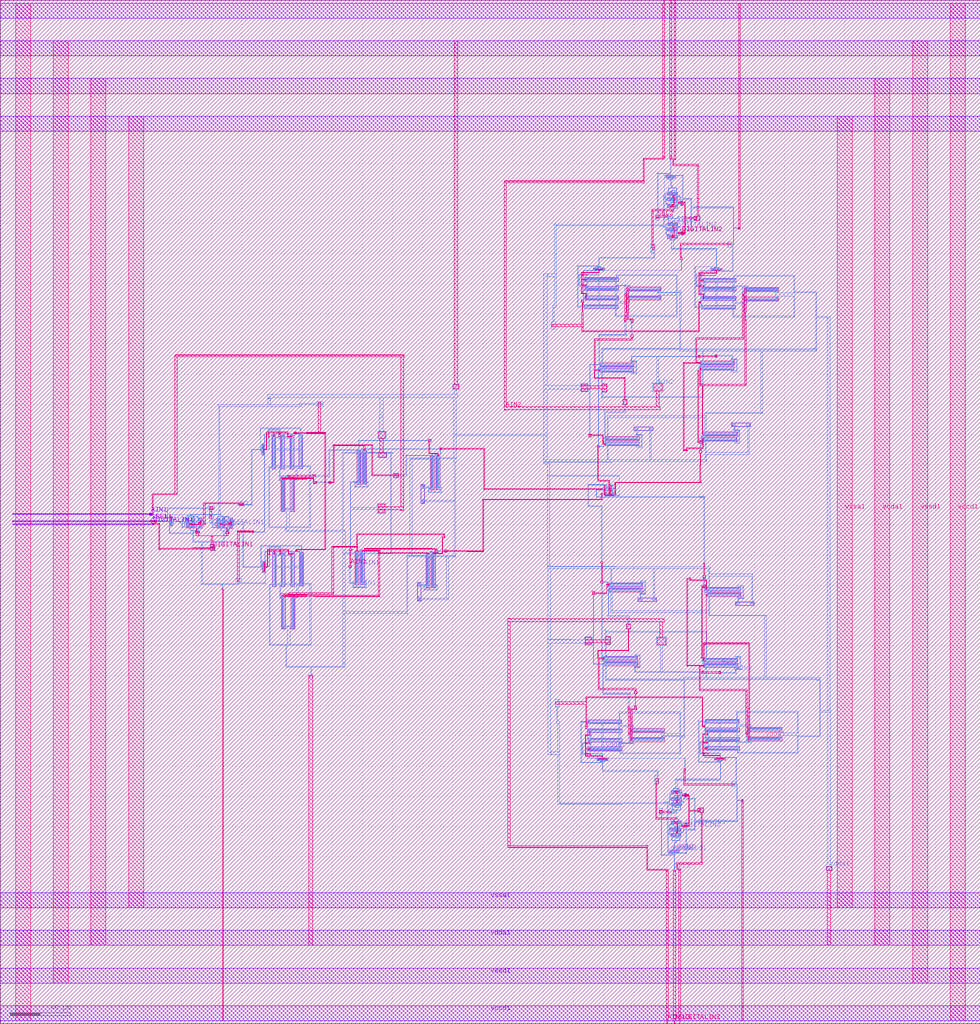
<source format=lef>
# Copyright 2020 The SkyWater PDK Authors
#
# Licensed under the Apache License, Version 2.0 (the "License");
# you may not use this file except in compliance with the License.
# You may obtain a copy of the License at
#
#     https://www.apache.org/licenses/LICENSE-2.0
#
# Unless required by applicable law or agreed to in writing, software
# distributed under the License is distributed on an "AS IS" BASIS,
# WITHOUT WARRANTIES OR CONDITIONS OF ANY KIND, either express or implied.
# See the License for the specific language governing permissions and
# limitations under the License.
#
# SPDX-License-Identifier: Apache-2.0

VERSION 5.7 ;

BUSBITCHARS "[]" ;
DIVIDERCHAR "/" ;

UNITS
  TIME NANOSECONDS 1 ;
  CAPACITANCE PICOFARADS 1 ;
  RESISTANCE OHMS 1 ;
  DATABASE MICRONS 1000 ;
END UNITS

MANUFACTURINGGRID 0.005 ;
USEMINSPACING OBS OFF ;

PROPERTYDEFINITIONS
  LAYER LEF58_TYPE STRING ;
END PROPERTYDEFINITIONS

# High density, single height
SITE unithd
  SYMMETRY Y ;
  CLASS CORE ;
  SIZE 0.46 BY 2.72 ;
END unithd

# High density, double height
SITE unithddbl
  SYMMETRY Y ;
  CLASS CORE ;
  SIZE 0.46 BY 5.44 ;
END unithddbl

LAYER nwell
  TYPE MASTERSLICE ;
  PROPERTY LEF58_TYPE "TYPE NWELL ;" ;
END nwell

LAYER pwell
  TYPE MASTERSLICE ;
  PROPERTY LEF58_TYPE "TYPE PWELL ;" ;
END pwell

LAYER li1
  TYPE ROUTING ;
  DIRECTION VERTICAL ;

  PITCH 0.46 0.34 ;
  OFFSET 0.23 0.17 ;

  WIDTH 0.17 ;          # LI 1
  # SPACING  0.17 ;     # LI 2
  SPACINGTABLE
     PARALLELRUNLENGTH 0
     WIDTH 0 0.17 ;
  AREA 0.0561 ;         # LI 6
  THICKNESS 0.1 ;
  EDGECAPACITANCE 40.697E-6 ;
  CAPACITANCE CPERSQDIST 36.9866E-6 ;
  RESISTANCE RPERSQ 17.0 ;

  ANTENNAMODEL OXIDE1 ;
  ANTENNADIFFSIDEAREARATIO PWL ( ( 0 75 ) ( 0.0125 75 ) ( 0.0225 85.125 ) ( 22.5 10200 ) ) ;
END li1

LAYER mcon
  TYPE CUT ;

  WIDTH 0.17 ;                # Mcon 1
  SPACING 0.19 ;              # Mcon 2
  ENCLOSURE BELOW 0 0 ;       # Mcon 4
  ENCLOSURE ABOVE 0.03 0.06 ; # Met1 4 / Met1 5
  RESISTANCE 23.0 ;

  ANTENNADIFFAREARATIO PWL ( ( 0 3 ) ( 0.0125 3 ) ( 0.0225 3.405 ) ( 22.5 408 ) ) ;
  DCCURRENTDENSITY AVERAGE 0.36 ; # mA per via Iavg_max at Tj = 90oC

END mcon

LAYER met1
  TYPE ROUTING ;
  DIRECTION HORIZONTAL ;

  PITCH 0.34 ;
  OFFSET 0.17 ;

  WIDTH 0.14 ;                     # Met1 1
  # SPACING 0.14 ;                 # Met1 2
  # SPACING 0.28 RANGE 3.001 100 ; # Met1 3b
  SPACINGTABLE
     PARALLELRUNLENGTH 0
     WIDTH 0 0.14
     WIDTH 3 0.28 ;
  AREA 0.083 ;                     # Met1 6
  THICKNESS 0.35 ;
  MINENCLOSEDAREA 0.14 ;

  ANTENNAMODEL OXIDE1 ;
  ANTENNADIFFSIDEAREARATIO PWL ( ( 0 400 ) ( 0.0125 400 ) ( 0.0225 2609 ) ( 22.5 11600 ) ) ;

  EDGECAPACITANCE 40.567E-6 ;
  CAPACITANCE CPERSQDIST 25.7784E-6 ;
  DCCURRENTDENSITY AVERAGE 2.8 ; # mA/um Iavg_max at Tj = 90oC
  ACCURRENTDENSITY RMS 6.1 ; # mA/um Irms_max at Tj = 90oC
  MAXIMUMDENSITY 70 ;
  DENSITYCHECKWINDOW 700 700 ;
  DENSITYCHECKSTEP 70 ;

  RESISTANCE RPERSQ 0.145 ;
END met1

LAYER via
  TYPE CUT ;
  WIDTH 0.15 ;                  # Via 1a
  SPACING 0.17 ;                # Via 2
  ENCLOSURE BELOW 0.055 0.085 ; # Via 4a / Via 5a
  ENCLOSURE ABOVE 0.055 0.085 ; # Met2 4 / Met2 5
  RESISTANCE 30.0 ;

  ANTENNADIFFAREARATIO PWL ( ( 0 6 ) ( 0.0125 6 ) ( 0.0225 6.81 ) ( 22.5 816 ) ) ;
  DCCURRENTDENSITY AVERAGE 0.29 ; # mA per via Iavg_max at Tj = 90oC
END via

LAYER met2
  TYPE ROUTING ;
  DIRECTION VERTICAL ;

  PITCH 0.46 ;
  OFFSET 0.23 ;

  WIDTH 0.14 ;                        # Met2 1
  # SPACING  0.14 ;                   # Met2 2
  # SPACING  0.28 RANGE 3.001 100 ;   # Met2 3b
  SPACINGTABLE
     PARALLELRUNLENGTH 0
     WIDTH 0 0.14
     WIDTH 3 0.28 ;
  AREA 0.0676 ;                       # Met2 6
  THICKNESS 0.35 ;
  MINENCLOSEDAREA 0.14 ;

  EDGECAPACITANCE 32.918E-6 ;
  CAPACITANCE CPERSQDIST 14.7703E-6 ;
  RESISTANCE RPERSQ 0.145 ;
  DCCURRENTDENSITY AVERAGE 2.8 ; # mA/um Iavg_max at Tj = 90oC
  ACCURRENTDENSITY RMS 6.1 ; # mA/um Irms_max at Tj = 90oC

  ANTENNAMODEL OXIDE1 ;
  ANTENNADIFFSIDEAREARATIO PWL ( ( 0 400 ) ( 0.0125 400 ) ( 0.0225 2609 ) ( 22.5 11600 ) ) ;

  MAXIMUMDENSITY 70 ;
  DENSITYCHECKWINDOW 700 700 ;
  DENSITYCHECKSTEP 70 ;
END met2

# ******** Layer via2, type routing, number 44 **************
LAYER via2
  TYPE CUT ;
  WIDTH 0.2 ;                   # Via2 1
  SPACING 0.2 ;                 # Via2 2
  ENCLOSURE BELOW 0.04 0.085 ;  # Via2 4
  ENCLOSURE ABOVE 0.065 0.065 ; # Met3 4
  RESISTANCE 8.0 ;
  ANTENNADIFFAREARATIO PWL ( ( 0 6 ) ( 0.0125 6 ) ( 0.0225 6.81 ) ( 22.5 816 ) ) ;
  DCCURRENTDENSITY AVERAGE 0.48 ; # mA per via Iavg_max at Tj = 90oC
END via2

LAYER met3
  TYPE ROUTING ;
  DIRECTION HORIZONTAL ;

  PITCH 0.68 ;
  OFFSET 0.34 ;

  WIDTH 0.3 ;              # Met3 1
  # SPACING 0.3 ;          # Met3 2
  SPACINGTABLE
     PARALLELRUNLENGTH 0
     WIDTH 0 0.3
     WIDTH 3 0.4 ;
  AREA 0.24 ;              # Met3 6
  THICKNESS 0.8 ;

  EDGECAPACITANCE 37.065E-6 ;
  CAPACITANCE CPERSQDIST 11.1883E-6 ;
  RESISTANCE RPERSQ 0.056 ;
  DCCURRENTDENSITY AVERAGE 6.8 ; # mA/um Iavg_max at Tj = 90oC
  ACCURRENTDENSITY RMS 14.9 ; # mA/um Irms_max at Tj = 90oC

  ANTENNAMODEL OXIDE1 ;
  ANTENNADIFFSIDEAREARATIO PWL ( ( 0 400 ) ( 0.0125 400 ) ( 0.0225 2609 ) ( 22.5 11600 ) ) ;

  MAXIMUMDENSITY 70 ;
  DENSITYCHECKWINDOW 700 700 ;
  DENSITYCHECKSTEP 70 ;
END met3

LAYER via3
  TYPE CUT ;
  WIDTH 0.2 ;                   # Via3 1
  SPACING 0.2 ;                 # Via3 2
  ENCLOSURE BELOW 0.06 0.09 ;   # Via3 4 / Via3 5
  ENCLOSURE ABOVE 0.065 0.065 ; # Met4 3
  RESISTANCE 8.0 ;
  ANTENNADIFFAREARATIO PWL ( ( 0 6 ) ( 0.0125 6 ) ( 0.0225 6.81 ) ( 22.5 816 ) ) ;
  DCCURRENTDENSITY AVERAGE 0.48 ; # mA per via Iavg_max at Tj = 90oC
END via3

LAYER met4
  TYPE ROUTING ;
  DIRECTION VERTICAL ;

  PITCH 0.92 ;
  OFFSET 0.46 ;

  WIDTH 0.3 ;             # Met4 1
  # SPACING  0.3 ;             # Met4 2
  SPACINGTABLE
     PARALLELRUNLENGTH 0
     WIDTH 0 0.3
     WIDTH 3 0.4 ;
  AREA 0.24 ;            # Met4 4a

  THICKNESS 0.8 ;

  EDGECAPACITANCE 34.169E-6 ;
  CAPACITANCE CPERSQDIST 7.84019E-6 ;
  RESISTANCE RPERSQ 0.056 ;
  DCCURRENTDENSITY AVERAGE 6.8 ; # mA/um Iavg_max at Tj = 90oC
  ACCURRENTDENSITY RMS 14.9 ; # mA/um Irms_max at Tj = 90oC

  ANTENNAMODEL OXIDE1 ;
  ANTENNADIFFSIDEAREARATIO PWL ( ( 0 400 ) ( 0.0125 400 ) ( 0.0225 2609 ) ( 22.5 11600 ) ) ;

  MAXIMUMDENSITY 70 ;
  DENSITYCHECKWINDOW 700 700 ;
  DENSITYCHECKSTEP 70 ;
END met4

LAYER via4
  TYPE CUT ;

  WIDTH 0.8 ;                 # Via4 1
  SPACING 0.8 ;               # Via4 2
  ENCLOSURE BELOW 0.19 0.19 ; # Via4 4
  ENCLOSURE ABOVE 0.31 0.31 ; # Met5 3
  RESISTANCE 0.891 ;
  ANTENNADIFFAREARATIO PWL ( ( 0 6 ) ( 0.0125 6 ) ( 0.0225 6.81 ) ( 22.5 816 ) ) ;
  DCCURRENTDENSITY AVERAGE 2.49 ; # mA per via Iavg_max at Tj = 90oC
END via4

LAYER met5
  TYPE ROUTING ;
  DIRECTION HORIZONTAL ;

  PITCH 3.4 ;
  OFFSET 1.7 ;

  WIDTH 1.6 ;            # Met5 1
  #SPACING  1.6 ;        # Met5 2
  SPACINGTABLE
     PARALLELRUNLENGTH 0
     WIDTH 0 1.6 ;
  AREA 4 ;               # Met5 4

  THICKNESS 1.2 ;

  EDGECAPACITANCE 36.828E-6 ;
  CAPACITANCE CPERSQDIST 5.99155E-6 ;
  RESISTANCE RPERSQ 0.0358 ;
  DCCURRENTDENSITY AVERAGE 10.17 ; # mA/um Iavg_max at Tj = 90oC
  ACCURRENTDENSITY RMS 22.34 ; # mA/um Irms_max at Tj = 90oC

  ANTENNAMODEL OXIDE1 ;
  ANTENNADIFFSIDEAREARATIO PWL ( ( 0 400 ) ( 0.0125 400 ) ( 0.0225 2609 ) ( 22.5 11600 ) ) ;
END met5


### Routing via cells section   ###
# Plus via rule, metals are along the prefered direction
VIA L1M1_PR DEFAULT
  LAYER mcon ;
  RECT -0.085 -0.085 0.085 0.085 ;
  LAYER li1 ;
  RECT -0.085 -0.085 0.085 0.085 ;
  LAYER met1 ;
  RECT -0.145 -0.115 0.145 0.115 ;
END L1M1_PR

VIARULE L1M1_PR GENERATE
  LAYER li1 ;
  ENCLOSURE 0 0 ;
  LAYER met1 ;
  ENCLOSURE 0.06 0.03 ;
  LAYER mcon ;
  RECT -0.085 -0.085 0.085 0.085 ;
  SPACING 0.36 BY 0.36 ;
END L1M1_PR

# Plus via rule, metals are along the non prefered direction
VIA L1M1_PR_R DEFAULT
  LAYER mcon ;
  RECT -0.085 -0.085 0.085 0.085 ;
  LAYER li1 ;
  RECT -0.085 -0.085 0.085 0.085 ;
  LAYER met1 ;
  RECT -0.115 -0.145 0.115 0.145 ;
END L1M1_PR_R

VIARULE L1M1_PR_R GENERATE
  LAYER li1 ;
  ENCLOSURE 0 0 ;
  LAYER met1 ;
  ENCLOSURE 0.03 0.06 ;
  LAYER mcon ;
  RECT -0.085 -0.085 0.085 0.085 ;
  SPACING 0.36 BY 0.36 ;
END L1M1_PR_R

# Minus via rule, lower layer metal is along prefered direction
VIA L1M1_PR_M DEFAULT
  LAYER mcon ;
  RECT -0.085 -0.085 0.085 0.085 ;
  LAYER li1 ;
  RECT -0.085 -0.085 0.085 0.085 ;
  LAYER met1 ;
  RECT -0.115 -0.145 0.115 0.145 ;
END L1M1_PR_M

VIARULE L1M1_PR_M GENERATE
  LAYER li1 ;
  ENCLOSURE 0 0 ;
  LAYER met1 ;
  ENCLOSURE 0.03 0.06 ;
  LAYER mcon ;
  RECT -0.085 -0.085 0.085 0.085 ;
  SPACING 0.36 BY 0.36 ;
END L1M1_PR_M

# Minus via rule, upper layer metal is along prefered direction
VIA L1M1_PR_MR DEFAULT
  LAYER mcon ;
  RECT -0.085 -0.085 0.085 0.085 ;
  LAYER li1 ;
  RECT -0.085 -0.085 0.085 0.085 ;
  LAYER met1 ;
  RECT -0.145 -0.115 0.145 0.115 ;
END L1M1_PR_MR

VIARULE L1M1_PR_MR GENERATE
  LAYER li1 ;
  ENCLOSURE 0 0 ;
  LAYER met1 ;
  ENCLOSURE 0.06 0.03 ;
  LAYER mcon ;
  RECT -0.085 -0.085 0.085 0.085 ;
  SPACING 0.36 BY 0.36 ;
END L1M1_PR_MR

# Centered via rule, we really do not want to use it
VIA L1M1_PR_C DEFAULT
  LAYER mcon ;
  RECT -0.085 -0.085 0.085 0.085 ;
  LAYER li1 ;
  RECT -0.085 -0.085 0.085 0.085 ;
  LAYER met1 ;
  RECT -0.145 -0.145 0.145 0.145 ;
END L1M1_PR_C

VIARULE L1M1_PR_C GENERATE
  LAYER li1 ;
  ENCLOSURE 0 0 ;
  LAYER met1 ;
  ENCLOSURE 0.06 0.06 ;
  LAYER mcon ;
  RECT -0.085 -0.085 0.085 0.085 ;
  SPACING 0.36 BY 0.36 ;
END L1M1_PR_C

# Plus via rule, metals are along the prefered direction
VIA M1M2_PR DEFAULT
  LAYER via ;
  RECT -0.075 -0.075 0.075 0.075 ;
  LAYER met1 ;
  RECT -0.16 -0.13 0.16 0.13 ;
  LAYER met2 ;
  RECT -0.13 -0.16 0.13 0.16 ;
END M1M2_PR

VIARULE M1M2_PR GENERATE
  LAYER met1 ;
  ENCLOSURE 0.085 0.055 ;
  LAYER met2 ;
  ENCLOSURE 0.055 0.085 ;
  LAYER via ;
  RECT -0.075 -0.075 0.075 0.075 ;
  SPACING 0.32 BY 0.32 ;
END M1M2_PR

# Plus via rule, metals are along the non prefered direction
VIA M1M2_PR_R DEFAULT
  LAYER via ;
  RECT -0.075 -0.075 0.075 0.075 ;
  LAYER met1 ;
  RECT -0.13 -0.16 0.13 0.16 ;
  LAYER met2 ;
  RECT -0.16 -0.13 0.16 0.13 ;
END M1M2_PR_R

VIARULE M1M2_PR_R GENERATE
  LAYER met1 ;
  ENCLOSURE 0.055 0.085 ;
  LAYER met2 ;
  ENCLOSURE 0.085 0.055 ;
  LAYER via ;
  RECT -0.075 -0.075 0.075 0.075 ;
  SPACING 0.32 BY 0.32 ;
END M1M2_PR_R

# Minus via rule, lower layer metal is along prefered direction
VIA M1M2_PR_M DEFAULT
  LAYER via ;
  RECT -0.075 -0.075 0.075 0.075 ;
  LAYER met1 ;
  RECT -0.16 -0.13 0.16 0.13 ;
  LAYER met2 ;
  RECT -0.16 -0.13 0.16 0.13 ;
END M1M2_PR_M

VIARULE M1M2_PR_M GENERATE
  LAYER met1 ;
  ENCLOSURE 0.085 0.055 ;
  LAYER met2 ;
  ENCLOSURE 0.085 0.055 ;
  LAYER via ;
  RECT -0.075 -0.075 0.075 0.075 ;
  SPACING 0.32 BY 0.32 ;
END M1M2_PR_M

# Minus via rule, upper layer metal is along prefered direction
VIA M1M2_PR_MR DEFAULT
  LAYER via ;
  RECT -0.075 -0.075 0.075 0.075 ;
  LAYER met1 ;
  RECT -0.13 -0.16 0.13 0.16 ;
  LAYER met2 ;
  RECT -0.13 -0.16 0.13 0.16 ;
END M1M2_PR_MR

VIARULE M1M2_PR_MR GENERATE
  LAYER met1 ;
  ENCLOSURE 0.055 0.085 ;
  LAYER met2 ;
  ENCLOSURE 0.055 0.085 ;
  LAYER via ;
  RECT -0.075 -0.075 0.075 0.075 ;
  SPACING 0.32 BY 0.32 ;
END M1M2_PR_MR

# Centered via rule, we really do not want to use it
VIA M1M2_PR_C DEFAULT
  LAYER via ;
  RECT -0.075 -0.075 0.075 0.075 ;
  LAYER met1 ;
  RECT -0.16 -0.16 0.16 0.16 ;
  LAYER met2 ;
  RECT -0.16 -0.16 0.16 0.16 ;
END M1M2_PR_C

VIARULE M1M2_PR_C GENERATE
  LAYER met1 ;
  ENCLOSURE 0.085 0.085 ;
  LAYER met2 ;
  ENCLOSURE 0.085 0.085 ;
  LAYER via ;
  RECT -0.075 -0.075 0.075 0.075 ;
  SPACING 0.32 BY 0.32 ;
END M1M2_PR_C

# Plus via rule, metals are along the prefered direction
VIA M2M3_PR DEFAULT
  LAYER via2 ;
  RECT -0.1 -0.1 0.1 0.1 ;
  LAYER met2 ;
  RECT -0.14 -0.185 0.14 0.185 ;
  LAYER met3 ;
  RECT -0.165 -0.165 0.165 0.165 ;
END M2M3_PR

VIARULE M2M3_PR GENERATE
  LAYER met2 ;
  ENCLOSURE 0.04 0.085 ;
  LAYER met3 ;
  ENCLOSURE 0.065 0.065 ;
  LAYER via2 ;
  RECT -0.1 -0.1 0.1 0.1 ;
  SPACING 0.4 BY 0.4 ;
END M2M3_PR

# Plus via rule, metals are along the non prefered direction
VIA M2M3_PR_R DEFAULT
  LAYER via2 ;
  RECT -0.1 -0.1 0.1 0.1 ;
  LAYER met2 ;
  RECT -0.185 -0.14 0.185 0.14 ;
  LAYER met3 ;
  RECT -0.165 -0.165 0.165 0.165 ;
END M2M3_PR_R

VIARULE M2M3_PR_R GENERATE
  LAYER met2 ;
  ENCLOSURE 0.085 0.04 ;
  LAYER met3 ;
  ENCLOSURE 0.065 0.065 ;
  LAYER via2 ;
  RECT -0.1 -0.1 0.1 0.1 ;
  SPACING 0.4 BY 0.4 ;
END M2M3_PR_R

# Minus via rule, lower layer metal is along prefered direction
VIA M2M3_PR_M DEFAULT
  LAYER via2 ;
  RECT -0.1 -0.1 0.1 0.1 ;
  LAYER met2 ;
  RECT -0.14 -0.185 0.14 0.185 ;
  LAYER met3 ;
  RECT -0.165 -0.165 0.165 0.165 ;
END M2M3_PR_M

VIARULE M2M3_PR_M GENERATE
  LAYER met2 ;
  ENCLOSURE 0.04 0.085 ;
  LAYER met3 ;
  ENCLOSURE 0.065 0.065 ;
  LAYER via2 ;
  RECT -0.1 -0.1 0.1 0.1 ;
  SPACING 0.4 BY 0.4 ;
END M2M3_PR_M

# Minus via rule, upper layer metal is along prefered direction
VIA M2M3_PR_MR DEFAULT
  LAYER via2 ;
  RECT -0.1 -0.1 0.1 0.1 ;
  LAYER met2 ;
  RECT -0.185 -0.14 0.185 0.14 ;
  LAYER met3 ;
  RECT -0.165 -0.165 0.165 0.165 ;
END M2M3_PR_MR

VIARULE M2M3_PR_MR GENERATE
  LAYER met2 ;
  ENCLOSURE 0.085 0.04 ;
  LAYER met3 ;
  ENCLOSURE 0.065 0.065 ;
  LAYER via2 ;
  RECT -0.1 -0.1 0.1 0.1 ;
  SPACING 0.4 BY 0.4 ;
END M2M3_PR_MR

# Centered via rule, we really do not want to use it
VIA M2M3_PR_C DEFAULT
  LAYER via2 ;
  RECT -0.1 -0.1 0.1 0.1 ;
  LAYER met2 ;
  RECT -0.185 -0.185 0.185 0.185 ;
  LAYER met3 ;
  RECT -0.165 -0.165 0.165 0.165 ;
END M2M3_PR_C

VIARULE M2M3_PR_C GENERATE
  LAYER met2 ;
  ENCLOSURE 0.085 0.085 ;
  LAYER met3 ;
  ENCLOSURE 0.065 0.065 ;
  LAYER via2 ;
  RECT -0.1 -0.1 0.1 0.1 ;
  SPACING 0.4 BY 0.4 ;
END M2M3_PR_C

# Plus via rule, metals are along the prefered direction
VIA M3M4_PR DEFAULT
  LAYER via3 ;
  RECT -0.1 -0.1 0.1 0.1 ;
  LAYER met3 ;
  RECT -0.19 -0.16 0.19 0.16 ;
  LAYER met4 ;
  RECT -0.165 -0.165 0.165 0.165 ;
END M3M4_PR

VIARULE M3M4_PR GENERATE
  LAYER met3 ;
  ENCLOSURE 0.09 0.06 ;
  LAYER met4 ;
  ENCLOSURE 0.065 0.065 ;
  LAYER via3 ;
  RECT -0.1 -0.1 0.1 0.1 ;
  SPACING 0.4 BY 0.4 ;
END M3M4_PR

# Plus via rule, metals are along the non prefered direction
VIA M3M4_PR_R DEFAULT
  LAYER via3 ;
  RECT -0.1 -0.1 0.1 0.1 ;
  LAYER met3 ;
  RECT -0.16 -0.19 0.16 0.19 ;
  LAYER met4 ;
  RECT -0.165 -0.165 0.165 0.165 ;
END M3M4_PR_R

VIARULE M3M4_PR_R GENERATE
  LAYER met3 ;
  ENCLOSURE 0.06 0.09 ;
  LAYER met4 ;
  ENCLOSURE 0.065 0.065 ;
  LAYER via3 ;
  RECT -0.1 -0.1 0.1 0.1 ;
  SPACING 0.4 BY 0.4 ;
END M3M4_PR_R

# Minus via rule, lower layer metal is along prefered direction
VIA M3M4_PR_M DEFAULT
  LAYER via3 ;
  RECT -0.1 -0.1 0.1 0.1 ;
  LAYER met3 ;
  RECT -0.19 -0.16 0.19 0.16 ;
  LAYER met4 ;
  RECT -0.165 -0.165 0.165 0.165 ;
END M3M4_PR_M

VIARULE M3M4_PR_M GENERATE
  LAYER met3 ;
  ENCLOSURE 0.09 0.06 ;
  LAYER met4 ;
  ENCLOSURE 0.065 0.065 ;
  LAYER via3 ;
  RECT -0.1 -0.1 0.1 0.1 ;
  SPACING 0.4 BY 0.4 ;
END M3M4_PR_M

# Minus via rule, upper layer metal is along prefered direction
VIA M3M4_PR_MR DEFAULT
  LAYER via3 ;
  RECT -0.1 -0.1 0.1 0.1 ;
  LAYER met3 ;
  RECT -0.16 -0.19 0.16 0.19 ;
  LAYER met4 ;
  RECT -0.165 -0.165 0.165 0.165 ;
END M3M4_PR_MR

VIARULE M3M4_PR_MR GENERATE
  LAYER met3 ;
  ENCLOSURE 0.06 0.09 ;
  LAYER met4 ;
  ENCLOSURE 0.065 0.065 ;
  LAYER via3 ;
  RECT -0.1 -0.1 0.1 0.1 ;
  SPACING 0.4 BY 0.4 ;
END M3M4_PR_MR

# Centered via rule, we really do not want to use it
VIA M3M4_PR_C DEFAULT
  LAYER via3 ;
  RECT -0.1 -0.1 0.1 0.1 ;
  LAYER met3 ;
  RECT -0.19 -0.19 0.19 0.19 ;
  LAYER met4 ;
  RECT -0.165 -0.165 0.165 0.165 ;
END M3M4_PR_C

VIARULE M3M4_PR_C GENERATE
  LAYER met3 ;
  ENCLOSURE 0.09 0.09 ;
  LAYER met4 ;
  ENCLOSURE 0.065 0.065 ;
  LAYER via3 ;
  RECT -0.1 -0.1 0.1 0.1 ;
  SPACING 0.4 BY 0.4 ;
END M3M4_PR_C

# Plus via rule, metals are along the prefered direction
VIA M4M5_PR DEFAULT
  LAYER via4 ;
  RECT -0.4 -0.4 0.4 0.4 ;
  LAYER met4 ;
  RECT -0.59 -0.59 0.59 0.59 ;
  LAYER met5 ;
  RECT -0.71 -0.71 0.71 0.71 ;
END M4M5_PR

VIARULE M4M5_PR GENERATE
  LAYER met4 ;
  ENCLOSURE 0.19 0.19 ;
  LAYER met5 ;
  ENCLOSURE 0.31 0.31 ;
  LAYER via4 ;
  RECT -0.4 -0.4 0.4 0.4 ;
  SPACING 1.6 BY 1.6 ;
END M4M5_PR

# Plus via rule, metals are along the non prefered direction
VIA M4M5_PR_R DEFAULT
  LAYER via4 ;
  RECT -0.4 -0.4 0.4 0.4 ;
  LAYER met4 ;
  RECT -0.59 -0.59 0.59 0.59 ;
  LAYER met5 ;
  RECT -0.71 -0.71 0.71 0.71 ;
END M4M5_PR_R

VIARULE M4M5_PR_R GENERATE
  LAYER met4 ;
  ENCLOSURE 0.19 0.19 ;
  LAYER met5 ;
  ENCLOSURE 0.31 0.31 ;
  LAYER via4 ;
  RECT -0.4 -0.4 0.4 0.4 ;
  SPACING 1.6 BY 1.6 ;
END M4M5_PR_R

# Minus via rule, lower layer metal is along prefered direction
VIA M4M5_PR_M DEFAULT
  LAYER via4 ;
  RECT -0.4 -0.4 0.4 0.4 ;
  LAYER met4 ;
  RECT -0.59 -0.59 0.59 0.59 ;
  LAYER met5 ;
  RECT -0.71 -0.71 0.71 0.71 ;
END M4M5_PR_M

VIARULE M4M5_PR_M GENERATE
  LAYER met4 ;
  ENCLOSURE 0.19 0.19 ;
  LAYER met5 ;
  ENCLOSURE 0.31 0.31 ;
  LAYER via4 ;
  RECT -0.4 -0.4 0.4 0.4 ;
  SPACING 1.6 BY 1.6 ;
END M4M5_PR_M

# Minus via rule, upper layer metal is along prefered direction
VIA M4M5_PR_MR DEFAULT
  LAYER via4 ;
  RECT -0.4 -0.4 0.4 0.4 ;
  LAYER met4 ;
  RECT -0.59 -0.59 0.59 0.59 ;
  LAYER met5 ;
  RECT -0.71 -0.71 0.71 0.71 ;
END M4M5_PR_MR

VIARULE M4M5_PR_MR GENERATE
  LAYER met4 ;
  ENCLOSURE 0.19 0.19 ;
  LAYER met5 ;
  ENCLOSURE 0.31 0.31 ;
  LAYER via4 ;
  RECT -0.4 -0.4 0.4 0.4 ;
  SPACING 1.6 BY 1.6 ;
END M4M5_PR_MR

# Centered via rule, we really do not want to use it
VIA M4M5_PR_C DEFAULT
  LAYER via4 ;
  RECT -0.4 -0.4 0.4 0.4 ;
  LAYER met4 ;
  RECT -0.59 -0.59 0.59 0.59 ;
  LAYER met5 ;
  RECT -0.71 -0.71 0.71 0.71 ;
END M4M5_PR_C

VIARULE M4M5_PR_C GENERATE
  LAYER met4 ;
  ENCLOSURE 0.19 0.19 ;
  LAYER met5 ;
  ENCLOSURE 0.31 0.31 ;
  LAYER via4 ;
  RECT -0.4 -0.4 0.4 0.4 ;
  SPACING 1.6 BY 1.6 ;
END M4M5_PR_C
###  end of single via cells   ###


MACRO sky130_fd_sc_hd__a2bb2o_1
  CLASS CORE ;
  FOREIGN sky130_fd_sc_hd__a2bb2o_1 ;
  ORIGIN 0.000 0.000 ;
  SIZE 3.680 BY 2.720 ;
  SYMMETRY X Y R90 ;
  SITE unithd ;
  PIN A1_N
    DIRECTION INPUT ;
    USE SIGNAL ;
    ANTENNAGATEAREA 0.126000 ;
    PORT
      LAYER li1 ;
        RECT 0.910 0.995 1.240 1.615 ;
    END
  END A1_N
  PIN A2_N
    DIRECTION INPUT ;
    USE SIGNAL ;
    ANTENNAGATEAREA 0.126000 ;
    PORT
      LAYER li1 ;
        RECT 1.410 0.995 1.700 1.375 ;
    END
  END A2_N
  PIN B1
    DIRECTION INPUT ;
    USE SIGNAL ;
    ANTENNAGATEAREA 0.126000 ;
    PORT
      LAYER li1 ;
        RECT 3.280 0.765 3.540 1.655 ;
    END
  END B1
  PIN B2
    DIRECTION INPUT ;
    USE SIGNAL ;
    ANTENNAGATEAREA 0.126000 ;
    PORT
      LAYER li1 ;
        RECT 2.600 1.355 3.080 1.655 ;
        RECT 2.820 0.765 3.080 1.355 ;
    END
  END B2
  PIN VGND
    DIRECTION INOUT ;
    USE GROUND ;
    SHAPE ABUTMENT ;
    PORT
      LAYER met1 ;
        RECT 0.000 -0.240 3.680 0.240 ;
    END
  END VGND
  PIN VNB
    DIRECTION INOUT ;
    USE GROUND ;
    PORT
      LAYER pwell ;
        RECT 0.005 0.785 0.925 1.015 ;
        RECT 0.005 0.105 3.590 0.785 ;
        RECT 0.150 -0.085 0.320 0.105 ;
    END
  END VNB
  PIN VPB
    DIRECTION INOUT ;
    USE POWER ;
    PORT
      LAYER nwell ;
        RECT -0.190 1.305 3.870 2.910 ;
    END
  END VPB
  PIN VPWR
    DIRECTION INOUT ;
    USE POWER ;
    SHAPE ABUTMENT ;
    PORT
      LAYER met1 ;
        RECT 0.000 2.480 3.680 2.960 ;
    END
  END VPWR
  PIN X
    DIRECTION OUTPUT ;
    USE SIGNAL ;
    ANTENNADIFFAREA 0.429000 ;
    PORT
      LAYER li1 ;
        RECT 0.085 1.525 0.345 2.465 ;
        RECT 0.085 0.810 0.260 1.525 ;
        RECT 0.085 0.255 0.345 0.810 ;
    END
  END X
  OBS
      LAYER li1 ;
        RECT 0.000 2.635 3.680 2.805 ;
        RECT 0.515 2.235 0.845 2.635 ;
        RECT 1.990 2.370 2.245 2.465 ;
        RECT 1.105 2.200 2.245 2.370 ;
        RECT 2.415 2.255 2.745 2.425 ;
        RECT 1.105 1.975 1.275 2.200 ;
        RECT 0.515 1.805 1.275 1.975 ;
        RECT 1.990 2.065 2.245 2.200 ;
        RECT 0.515 1.325 0.685 1.805 ;
        RECT 1.540 1.715 1.710 1.905 ;
        RECT 1.990 1.895 2.400 2.065 ;
        RECT 1.540 1.545 2.060 1.715 ;
        RECT 0.430 0.995 0.685 1.325 ;
        RECT 1.890 0.825 2.060 1.545 ;
        RECT 1.180 0.655 2.060 0.825 ;
        RECT 2.230 0.870 2.400 1.895 ;
        RECT 2.575 2.005 2.745 2.255 ;
        RECT 2.915 2.175 3.165 2.635 ;
        RECT 3.335 2.005 3.515 2.465 ;
        RECT 2.575 1.835 3.515 2.005 ;
        RECT 2.230 0.700 2.580 0.870 ;
        RECT 0.515 0.085 0.945 0.530 ;
        RECT 1.180 0.255 1.350 0.655 ;
        RECT 1.520 0.085 2.240 0.485 ;
        RECT 2.410 0.255 2.580 0.700 ;
        RECT 3.155 0.085 3.555 0.595 ;
        RECT 0.000 -0.085 3.680 0.085 ;
      LAYER mcon ;
        RECT 0.145 2.635 0.315 2.805 ;
        RECT 0.605 2.635 0.775 2.805 ;
        RECT 1.065 2.635 1.235 2.805 ;
        RECT 1.525 2.635 1.695 2.805 ;
        RECT 1.985 2.635 2.155 2.805 ;
        RECT 2.445 2.635 2.615 2.805 ;
        RECT 2.905 2.635 3.075 2.805 ;
        RECT 3.365 2.635 3.535 2.805 ;
        RECT 0.145 -0.085 0.315 0.085 ;
        RECT 0.605 -0.085 0.775 0.085 ;
        RECT 1.065 -0.085 1.235 0.085 ;
        RECT 1.525 -0.085 1.695 0.085 ;
        RECT 1.985 -0.085 2.155 0.085 ;
        RECT 2.445 -0.085 2.615 0.085 ;
        RECT 2.905 -0.085 3.075 0.085 ;
        RECT 3.365 -0.085 3.535 0.085 ;
  END
END sky130_fd_sc_hd__a2bb2o_1
MACRO sky130_fd_sc_hd__a2bb2o_2
  CLASS CORE ;
  FOREIGN sky130_fd_sc_hd__a2bb2o_2 ;
  ORIGIN 0.000 0.000 ;
  SIZE 4.140 BY 2.720 ;
  SYMMETRY X Y R90 ;
  SITE unithd ;
  PIN A1_N
    DIRECTION INPUT ;
    USE SIGNAL ;
    ANTENNAGATEAREA 0.159000 ;
    PORT
      LAYER li1 ;
        RECT 1.345 0.995 1.675 1.615 ;
    END
  END A1_N
  PIN A2_N
    DIRECTION INPUT ;
    USE SIGNAL ;
    ANTENNAGATEAREA 0.159000 ;
    PORT
      LAYER li1 ;
        RECT 1.845 0.995 2.135 1.375 ;
    END
  END A2_N
  PIN B1
    DIRECTION INPUT ;
    USE SIGNAL ;
    ANTENNAGATEAREA 0.159000 ;
    PORT
      LAYER li1 ;
        RECT 3.730 0.765 3.990 1.655 ;
    END
  END B1
  PIN B2
    DIRECTION INPUT ;
    USE SIGNAL ;
    ANTENNAGATEAREA 0.159000 ;
    PORT
      LAYER li1 ;
        RECT 3.050 1.355 3.530 1.655 ;
        RECT 3.270 0.765 3.530 1.355 ;
    END
  END B2
  PIN VGND
    DIRECTION INOUT ;
    USE GROUND ;
    SHAPE ABUTMENT ;
    PORT
      LAYER met1 ;
        RECT 0.000 -0.240 4.140 0.240 ;
    END
  END VGND
  PIN VNB
    DIRECTION INOUT ;
    USE GROUND ;
    PORT
      LAYER pwell ;
        RECT 0.015 0.785 1.360 1.015 ;
        RECT 0.015 0.105 4.040 0.785 ;
        RECT 0.125 -0.085 0.295 0.105 ;
    END
  END VNB
  PIN VPB
    DIRECTION INOUT ;
    USE POWER ;
    PORT
      LAYER nwell ;
        RECT -0.190 1.305 4.330 2.910 ;
    END
  END VPB
  PIN VPWR
    DIRECTION INOUT ;
    USE POWER ;
    SHAPE ABUTMENT ;
    PORT
      LAYER met1 ;
        RECT 0.000 2.480 4.140 2.960 ;
    END
  END VPWR
  PIN X
    DIRECTION OUTPUT ;
    USE SIGNAL ;
    ANTENNADIFFAREA 0.445500 ;
    PORT
      LAYER li1 ;
        RECT 0.525 1.525 0.780 2.465 ;
        RECT 0.525 0.810 0.695 1.525 ;
        RECT 0.525 0.255 0.780 0.810 ;
    END
  END X
  OBS
      LAYER li1 ;
        RECT 0.000 2.635 4.140 2.805 ;
        RECT 0.185 1.445 0.355 2.635 ;
        RECT 0.950 2.235 1.280 2.635 ;
        RECT 2.500 2.370 2.670 2.465 ;
        RECT 1.540 2.200 2.670 2.370 ;
        RECT 2.875 2.255 3.205 2.425 ;
        RECT 1.540 1.975 1.710 2.200 ;
        RECT 0.950 1.805 1.710 1.975 ;
        RECT 2.440 2.065 2.670 2.200 ;
        RECT 0.950 1.325 1.120 1.805 ;
        RECT 1.975 1.715 2.145 1.905 ;
        RECT 2.440 1.895 2.850 2.065 ;
        RECT 1.975 1.545 2.510 1.715 ;
        RECT 0.865 0.995 1.120 1.325 ;
        RECT 0.185 0.085 0.355 0.930 ;
        RECT 2.340 0.825 2.510 1.545 ;
        RECT 1.615 0.655 2.510 0.825 ;
        RECT 2.680 0.870 2.850 1.895 ;
        RECT 3.035 2.005 3.205 2.255 ;
        RECT 3.375 2.175 3.625 2.635 ;
        RECT 3.795 2.005 3.965 2.465 ;
        RECT 3.035 1.835 3.965 2.005 ;
        RECT 2.680 0.700 3.030 0.870 ;
        RECT 0.950 0.085 1.380 0.530 ;
        RECT 1.615 0.255 1.785 0.655 ;
        RECT 1.955 0.085 2.690 0.485 ;
        RECT 2.860 0.255 3.030 0.700 ;
        RECT 3.605 0.085 4.005 0.595 ;
        RECT 0.000 -0.085 4.140 0.085 ;
      LAYER mcon ;
        RECT 0.145 2.635 0.315 2.805 ;
        RECT 0.605 2.635 0.775 2.805 ;
        RECT 1.065 2.635 1.235 2.805 ;
        RECT 1.525 2.635 1.695 2.805 ;
        RECT 1.985 2.635 2.155 2.805 ;
        RECT 2.445 2.635 2.615 2.805 ;
        RECT 2.905 2.635 3.075 2.805 ;
        RECT 3.365 2.635 3.535 2.805 ;
        RECT 3.825 2.635 3.995 2.805 ;
        RECT 0.145 -0.085 0.315 0.085 ;
        RECT 0.605 -0.085 0.775 0.085 ;
        RECT 1.065 -0.085 1.235 0.085 ;
        RECT 1.525 -0.085 1.695 0.085 ;
        RECT 1.985 -0.085 2.155 0.085 ;
        RECT 2.445 -0.085 2.615 0.085 ;
        RECT 2.905 -0.085 3.075 0.085 ;
        RECT 3.365 -0.085 3.535 0.085 ;
        RECT 3.825 -0.085 3.995 0.085 ;
  END
END sky130_fd_sc_hd__a2bb2o_2
MACRO sky130_fd_sc_hd__a2bb2o_4
  CLASS CORE ;
  FOREIGN sky130_fd_sc_hd__a2bb2o_4 ;
  ORIGIN 0.000 0.000 ;
  SIZE 7.360 BY 2.720 ;
  SYMMETRY X Y R90 ;
  SITE unithd ;
  PIN A1_N
    DIRECTION INPUT ;
    USE SIGNAL ;
    ANTENNAGATEAREA 0.495000 ;
    PORT
      LAYER li1 ;
        RECT 3.475 1.445 4.965 1.615 ;
        RECT 3.475 1.325 3.645 1.445 ;
        RECT 3.315 1.075 3.645 1.325 ;
        RECT 4.605 1.075 4.965 1.445 ;
    END
  END A1_N
  PIN A2_N
    DIRECTION INPUT ;
    USE SIGNAL ;
    ANTENNAGATEAREA 0.495000 ;
    PORT
      LAYER li1 ;
        RECT 3.815 1.075 4.435 1.275 ;
    END
  END A2_N
  PIN B1
    DIRECTION INPUT ;
    USE SIGNAL ;
    ANTENNAGATEAREA 0.495000 ;
    PORT
      LAYER li1 ;
        RECT 0.085 1.445 1.685 1.615 ;
        RECT 0.085 1.075 0.575 1.445 ;
        RECT 1.515 1.245 1.685 1.445 ;
        RECT 1.515 1.075 1.895 1.245 ;
    END
  END B1
  PIN B2
    DIRECTION INPUT ;
    USE SIGNAL ;
    ANTENNAGATEAREA 0.495000 ;
    PORT
      LAYER li1 ;
        RECT 0.805 1.075 1.345 1.275 ;
    END
  END B2
  PIN VGND
    DIRECTION INOUT ;
    USE GROUND ;
    SHAPE ABUTMENT ;
    PORT
      LAYER met1 ;
        RECT 0.000 -0.240 7.360 0.240 ;
    END
  END VGND
  PIN VNB
    DIRECTION INOUT ;
    USE GROUND ;
    PORT
      LAYER pwell ;
        RECT 0.005 0.105 6.915 1.015 ;
        RECT 0.150 -0.085 0.320 0.105 ;
    END
  END VNB
  PIN VPB
    DIRECTION INOUT ;
    USE POWER ;
    PORT
      LAYER nwell ;
        RECT -0.190 1.305 7.550 2.910 ;
    END
  END VPB
  PIN VPWR
    DIRECTION INOUT ;
    USE POWER ;
    SHAPE ABUTMENT ;
    PORT
      LAYER met1 ;
        RECT 0.000 2.480 7.360 2.960 ;
    END
  END VPWR
  PIN X
    DIRECTION OUTPUT ;
    USE SIGNAL ;
    ANTENNADIFFAREA 0.891000 ;
    PORT
      LAYER li1 ;
        RECT 5.275 1.955 5.525 2.465 ;
        RECT 6.115 1.955 6.365 2.465 ;
        RECT 5.275 1.785 6.365 1.955 ;
        RECT 6.115 1.655 6.365 1.785 ;
        RECT 6.115 1.415 6.920 1.655 ;
        RECT 6.610 0.905 6.920 1.415 ;
        RECT 5.235 0.725 6.920 0.905 ;
        RECT 5.235 0.275 5.565 0.725 ;
        RECT 6.075 0.275 6.405 0.725 ;
    END
  END X
  OBS
      LAYER li1 ;
        RECT 0.000 2.635 7.360 2.805 ;
        RECT 0.135 1.955 0.385 2.465 ;
        RECT 0.555 2.125 0.805 2.635 ;
        RECT 0.975 1.955 1.225 2.465 ;
        RECT 1.395 2.125 1.645 2.635 ;
        RECT 1.815 2.295 2.905 2.465 ;
        RECT 1.815 1.955 2.065 2.295 ;
        RECT 2.655 2.135 2.905 2.295 ;
        RECT 3.175 2.135 3.425 2.635 ;
        RECT 3.595 2.295 4.685 2.465 ;
        RECT 3.595 2.135 3.845 2.295 ;
        RECT 0.135 1.785 2.065 1.955 ;
        RECT 1.855 1.455 2.065 1.785 ;
        RECT 2.235 1.965 2.485 2.125 ;
        RECT 4.015 1.965 4.265 2.125 ;
        RECT 2.235 1.415 2.620 1.965 ;
        RECT 3.135 1.785 4.265 1.965 ;
        RECT 4.435 1.785 4.685 2.295 ;
        RECT 4.855 1.795 5.105 2.635 ;
        RECT 5.695 2.165 5.945 2.635 ;
        RECT 6.535 1.825 6.785 2.635 ;
        RECT 3.135 1.665 3.305 1.785 ;
        RECT 2.955 1.495 3.305 1.665 ;
        RECT 2.235 0.905 2.445 1.415 ;
        RECT 2.955 1.245 3.145 1.495 ;
        RECT 2.615 1.075 3.145 1.245 ;
        RECT 5.135 1.245 5.460 1.615 ;
        RECT 5.135 1.075 6.440 1.245 ;
        RECT 2.955 0.905 3.145 1.075 ;
        RECT 0.175 0.085 0.345 0.895 ;
        RECT 0.515 0.475 0.765 0.905 ;
        RECT 0.935 0.735 2.525 0.905 ;
        RECT 0.935 0.645 1.270 0.735 ;
        RECT 0.515 0.255 1.685 0.475 ;
        RECT 1.855 0.085 2.025 0.555 ;
        RECT 2.195 0.255 2.525 0.735 ;
        RECT 2.955 0.725 4.725 0.905 ;
        RECT 2.695 0.085 3.385 0.555 ;
        RECT 3.555 0.255 3.885 0.725 ;
        RECT 4.055 0.085 4.225 0.555 ;
        RECT 4.395 0.255 4.725 0.725 ;
        RECT 4.895 0.085 5.065 0.895 ;
        RECT 5.735 0.085 5.905 0.555 ;
        RECT 6.575 0.085 6.745 0.555 ;
        RECT 0.000 -0.085 7.360 0.085 ;
      LAYER mcon ;
        RECT 0.145 2.635 0.315 2.805 ;
        RECT 0.605 2.635 0.775 2.805 ;
        RECT 1.065 2.635 1.235 2.805 ;
        RECT 1.525 2.635 1.695 2.805 ;
        RECT 1.985 2.635 2.155 2.805 ;
        RECT 2.445 2.635 2.615 2.805 ;
        RECT 2.905 2.635 3.075 2.805 ;
        RECT 3.365 2.635 3.535 2.805 ;
        RECT 3.825 2.635 3.995 2.805 ;
        RECT 4.285 2.635 4.455 2.805 ;
        RECT 4.745 2.635 4.915 2.805 ;
        RECT 5.205 2.635 5.375 2.805 ;
        RECT 5.665 2.635 5.835 2.805 ;
        RECT 6.125 2.635 6.295 2.805 ;
        RECT 6.585 2.635 6.755 2.805 ;
        RECT 7.045 2.635 7.215 2.805 ;
        RECT 2.450 1.445 2.620 1.615 ;
        RECT 5.230 1.445 5.400 1.615 ;
        RECT 0.145 -0.085 0.315 0.085 ;
        RECT 0.605 -0.085 0.775 0.085 ;
        RECT 1.065 -0.085 1.235 0.085 ;
        RECT 1.525 -0.085 1.695 0.085 ;
        RECT 1.985 -0.085 2.155 0.085 ;
        RECT 2.445 -0.085 2.615 0.085 ;
        RECT 2.905 -0.085 3.075 0.085 ;
        RECT 3.365 -0.085 3.535 0.085 ;
        RECT 3.825 -0.085 3.995 0.085 ;
        RECT 4.285 -0.085 4.455 0.085 ;
        RECT 4.745 -0.085 4.915 0.085 ;
        RECT 5.205 -0.085 5.375 0.085 ;
        RECT 5.665 -0.085 5.835 0.085 ;
        RECT 6.125 -0.085 6.295 0.085 ;
        RECT 6.585 -0.085 6.755 0.085 ;
        RECT 7.045 -0.085 7.215 0.085 ;
      LAYER met1 ;
        RECT 2.390 1.600 2.680 1.645 ;
        RECT 5.170 1.600 5.460 1.645 ;
        RECT 2.390 1.460 5.460 1.600 ;
        RECT 2.390 1.415 2.680 1.460 ;
        RECT 5.170 1.415 5.460 1.460 ;
  END
END sky130_fd_sc_hd__a2bb2o_4
MACRO sky130_fd_sc_hd__a2bb2oi_1
  CLASS CORE ;
  FOREIGN sky130_fd_sc_hd__a2bb2oi_1 ;
  ORIGIN 0.000 0.000 ;
  SIZE 3.220 BY 2.720 ;
  SYMMETRY X Y R90 ;
  SITE unithd ;
  PIN A1_N
    DIRECTION INPUT ;
    USE SIGNAL ;
    ANTENNAGATEAREA 0.247500 ;
    PORT
      LAYER li1 ;
        RECT 0.150 0.995 0.520 1.615 ;
    END
  END A1_N
  PIN A2_N
    DIRECTION INPUT ;
    USE SIGNAL ;
    ANTENNAGATEAREA 0.247500 ;
    PORT
      LAYER li1 ;
        RECT 0.725 1.010 1.240 1.275 ;
    END
  END A2_N
  PIN B1
    DIRECTION INPUT ;
    USE SIGNAL ;
    ANTENNAGATEAREA 0.247500 ;
    PORT
      LAYER li1 ;
        RECT 2.780 0.995 3.070 1.615 ;
    END
  END B1
  PIN B2
    DIRECTION INPUT ;
    USE SIGNAL ;
    ANTENNAGATEAREA 0.247500 ;
    PORT
      LAYER li1 ;
        RECT 2.245 0.995 2.610 1.615 ;
        RECT 2.440 0.425 2.610 0.995 ;
    END
  END B2
  PIN VGND
    DIRECTION INOUT ;
    USE GROUND ;
    SHAPE ABUTMENT ;
    PORT
      LAYER met1 ;
        RECT 0.000 -0.240 3.220 0.240 ;
    END
  END VGND
  PIN VNB
    DIRECTION INOUT ;
    USE GROUND ;
    PORT
      LAYER pwell ;
        RECT 0.005 0.105 3.215 1.015 ;
        RECT 0.145 -0.085 0.315 0.105 ;
    END
  END VNB
  PIN VPB
    DIRECTION INOUT ;
    USE POWER ;
    PORT
      LAYER nwell ;
        RECT -0.190 1.305 3.410 2.910 ;
    END
  END VPB
  PIN VPWR
    DIRECTION INOUT ;
    USE POWER ;
    SHAPE ABUTMENT ;
    PORT
      LAYER met1 ;
        RECT 0.000 2.480 3.220 2.960 ;
    END
  END VPWR
  PIN Y
    DIRECTION OUTPUT ;
    USE SIGNAL ;
    ANTENNADIFFAREA 0.515500 ;
    PORT
      LAYER li1 ;
        RECT 1.420 1.955 1.785 2.465 ;
        RECT 1.420 1.785 1.945 1.955 ;
        RECT 1.775 0.825 1.945 1.785 ;
        RECT 1.775 0.255 2.205 0.825 ;
    END
  END Y
  OBS
      LAYER li1 ;
        RECT 0.000 2.635 3.220 2.805 ;
        RECT 0.095 1.805 0.425 2.635 ;
        RECT 0.875 1.615 1.205 2.465 ;
        RECT 1.955 2.235 2.285 2.465 ;
        RECT 2.115 1.955 2.285 2.235 ;
        RECT 2.455 2.135 2.705 2.635 ;
        RECT 2.875 1.955 3.130 2.465 ;
        RECT 2.115 1.785 3.130 1.955 ;
        RECT 0.875 1.445 1.580 1.615 ;
        RECT 1.410 0.830 1.580 1.445 ;
        RECT 0.095 0.085 0.425 0.825 ;
        RECT 0.595 0.660 1.580 0.830 ;
        RECT 0.595 0.255 0.765 0.660 ;
        RECT 0.935 0.085 1.605 0.490 ;
        RECT 2.795 0.085 3.125 0.825 ;
        RECT 0.000 -0.085 3.220 0.085 ;
      LAYER mcon ;
        RECT 0.145 2.635 0.315 2.805 ;
        RECT 0.605 2.635 0.775 2.805 ;
        RECT 1.065 2.635 1.235 2.805 ;
        RECT 1.525 2.635 1.695 2.805 ;
        RECT 1.985 2.635 2.155 2.805 ;
        RECT 2.445 2.635 2.615 2.805 ;
        RECT 2.905 2.635 3.075 2.805 ;
        RECT 0.145 -0.085 0.315 0.085 ;
        RECT 0.605 -0.085 0.775 0.085 ;
        RECT 1.065 -0.085 1.235 0.085 ;
        RECT 1.525 -0.085 1.695 0.085 ;
        RECT 1.985 -0.085 2.155 0.085 ;
        RECT 2.445 -0.085 2.615 0.085 ;
        RECT 2.905 -0.085 3.075 0.085 ;
  END
END sky130_fd_sc_hd__a2bb2oi_1
MACRO sky130_fd_sc_hd__a2bb2oi_2
  CLASS CORE ;
  FOREIGN sky130_fd_sc_hd__a2bb2oi_2 ;
  ORIGIN 0.000 0.000 ;
  SIZE 5.520 BY 2.720 ;
  SYMMETRY X Y R90 ;
  SITE unithd ;
  PIN A1_N
    DIRECTION INPUT ;
    USE SIGNAL ;
    ANTENNAGATEAREA 0.495000 ;
    PORT
      LAYER li1 ;
        RECT 3.310 1.075 4.205 1.275 ;
    END
  END A1_N
  PIN A2_N
    DIRECTION INPUT ;
    USE SIGNAL ;
    ANTENNAGATEAREA 0.495000 ;
    PORT
      LAYER li1 ;
        RECT 4.455 1.075 5.435 1.275 ;
    END
  END A2_N
  PIN B1
    DIRECTION INPUT ;
    USE SIGNAL ;
    ANTENNAGATEAREA 0.495000 ;
    PORT
      LAYER li1 ;
        RECT 0.085 1.445 2.030 1.615 ;
        RECT 0.085 1.075 0.710 1.445 ;
        RECT 1.700 1.075 2.030 1.445 ;
    END
  END B1
  PIN B2
    DIRECTION INPUT ;
    USE SIGNAL ;
    ANTENNAGATEAREA 0.495000 ;
    PORT
      LAYER li1 ;
        RECT 0.940 1.075 1.480 1.275 ;
    END
  END B2
  PIN VGND
    DIRECTION INOUT ;
    USE GROUND ;
    SHAPE ABUTMENT ;
    PORT
      LAYER met1 ;
        RECT 0.000 -0.240 5.520 0.240 ;
    END
  END VGND
  PIN VNB
    DIRECTION INOUT ;
    USE GROUND ;
    PORT
      LAYER pwell ;
        RECT 0.140 0.105 5.390 1.015 ;
        RECT 0.145 -0.085 0.315 0.105 ;
    END
  END VNB
  PIN VPB
    DIRECTION INOUT ;
    USE POWER ;
    PORT
      LAYER nwell ;
        RECT -0.190 1.305 5.710 2.910 ;
    END
  END VPB
  PIN VPWR
    DIRECTION INOUT ;
    USE POWER ;
    SHAPE ABUTMENT ;
    PORT
      LAYER met1 ;
        RECT 0.000 2.480 5.520 2.960 ;
    END
  END VPWR
  PIN Y
    DIRECTION OUTPUT ;
    USE SIGNAL ;
    ANTENNADIFFAREA 0.621000 ;
    PORT
      LAYER li1 ;
        RECT 2.370 1.660 2.620 2.125 ;
        RECT 2.370 0.905 2.660 1.660 ;
        RECT 1.070 0.725 2.660 0.905 ;
        RECT 1.070 0.645 1.400 0.725 ;
        RECT 2.330 0.255 2.660 0.725 ;
    END
  END Y
  OBS
      LAYER li1 ;
        RECT 0.000 2.635 5.520 2.805 ;
        RECT 0.270 1.955 0.520 2.465 ;
        RECT 0.690 2.135 0.940 2.635 ;
        RECT 1.110 1.955 1.360 2.465 ;
        RECT 1.530 2.135 1.780 2.635 ;
        RECT 1.950 2.295 3.040 2.465 ;
        RECT 1.950 1.955 2.200 2.295 ;
        RECT 0.270 1.785 2.200 1.955 ;
        RECT 2.790 1.795 3.040 2.295 ;
        RECT 3.310 1.965 3.560 2.465 ;
        RECT 3.730 2.135 3.980 2.635 ;
        RECT 4.150 2.295 5.240 2.465 ;
        RECT 4.150 1.965 4.400 2.295 ;
        RECT 3.310 1.785 4.400 1.965 ;
        RECT 4.570 1.615 4.820 2.125 ;
        RECT 2.950 1.445 4.820 1.615 ;
        RECT 4.990 1.455 5.240 2.295 ;
        RECT 2.950 1.325 3.120 1.445 ;
        RECT 2.830 0.995 3.120 1.325 ;
        RECT 2.950 0.905 3.120 0.995 ;
        RECT 0.310 0.085 0.480 0.895 ;
        RECT 0.650 0.475 0.900 0.895 ;
        RECT 2.950 0.725 4.860 0.905 ;
        RECT 0.650 0.255 1.820 0.475 ;
        RECT 1.990 0.085 2.160 0.555 ;
        RECT 2.830 0.085 3.520 0.555 ;
        RECT 3.690 0.255 4.020 0.725 ;
        RECT 4.190 0.085 4.360 0.555 ;
        RECT 4.530 0.255 4.860 0.725 ;
        RECT 5.030 0.085 5.200 0.905 ;
        RECT 0.000 -0.085 5.520 0.085 ;
      LAYER mcon ;
        RECT 0.145 2.635 0.315 2.805 ;
        RECT 0.605 2.635 0.775 2.805 ;
        RECT 1.065 2.635 1.235 2.805 ;
        RECT 1.525 2.635 1.695 2.805 ;
        RECT 1.985 2.635 2.155 2.805 ;
        RECT 2.445 2.635 2.615 2.805 ;
        RECT 2.905 2.635 3.075 2.805 ;
        RECT 3.365 2.635 3.535 2.805 ;
        RECT 3.825 2.635 3.995 2.805 ;
        RECT 4.285 2.635 4.455 2.805 ;
        RECT 4.745 2.635 4.915 2.805 ;
        RECT 5.205 2.635 5.375 2.805 ;
        RECT 0.145 -0.085 0.315 0.085 ;
        RECT 0.605 -0.085 0.775 0.085 ;
        RECT 1.065 -0.085 1.235 0.085 ;
        RECT 1.525 -0.085 1.695 0.085 ;
        RECT 1.985 -0.085 2.155 0.085 ;
        RECT 2.445 -0.085 2.615 0.085 ;
        RECT 2.905 -0.085 3.075 0.085 ;
        RECT 3.365 -0.085 3.535 0.085 ;
        RECT 3.825 -0.085 3.995 0.085 ;
        RECT 4.285 -0.085 4.455 0.085 ;
        RECT 4.745 -0.085 4.915 0.085 ;
        RECT 5.205 -0.085 5.375 0.085 ;
  END
END sky130_fd_sc_hd__a2bb2oi_2
MACRO sky130_fd_sc_hd__a2bb2oi_4
  CLASS CORE ;
  FOREIGN sky130_fd_sc_hd__a2bb2oi_4 ;
  ORIGIN 0.000 0.000 ;
  SIZE 9.660 BY 2.720 ;
  SYMMETRY X Y R90 ;
  SITE unithd ;
  PIN A1_N
    DIRECTION INPUT ;
    USE SIGNAL ;
    ANTENNAGATEAREA 0.990000 ;
    PORT
      LAYER li1 ;
        RECT 5.945 1.075 7.320 1.275 ;
    END
  END A1_N
  PIN A2_N
    DIRECTION INPUT ;
    USE SIGNAL ;
    ANTENNAGATEAREA 0.990000 ;
    PORT
      LAYER li1 ;
        RECT 7.595 1.075 9.045 1.275 ;
    END
  END A2_N
  PIN B1
    DIRECTION INPUT ;
    USE SIGNAL ;
    ANTENNAGATEAREA 0.990000 ;
    PORT
      LAYER li1 ;
        RECT 1.385 1.445 3.575 1.615 ;
        RECT 1.385 1.285 1.555 1.445 ;
        RECT 0.100 1.075 1.555 1.285 ;
        RECT 3.245 1.075 3.575 1.445 ;
    END
  END B1
  PIN B2
    DIRECTION INPUT ;
    USE SIGNAL ;
    ANTENNAGATEAREA 0.990000 ;
    PORT
      LAYER li1 ;
        RECT 1.725 1.075 3.075 1.275 ;
    END
  END B2
  PIN VGND
    DIRECTION INOUT ;
    USE GROUND ;
    SHAPE ABUTMENT ;
    PORT
      LAYER met1 ;
        RECT 0.000 -0.240 9.660 0.240 ;
    END
  END VGND
  PIN VNB
    DIRECTION INOUT ;
    USE GROUND ;
    PORT
      LAYER pwell ;
        RECT 0.005 0.105 9.435 1.015 ;
        RECT 0.150 -0.085 0.320 0.105 ;
    END
  END VNB
  PIN VPB
    DIRECTION INOUT ;
    USE POWER ;
    PORT
      LAYER nwell ;
        RECT -0.190 1.305 9.850 2.910 ;
    END
  END VPB
  PIN VPWR
    DIRECTION INOUT ;
    USE POWER ;
    SHAPE ABUTMENT ;
    PORT
      LAYER met1 ;
        RECT 0.000 2.480 9.660 2.960 ;
    END
  END VPWR
  PIN Y
    DIRECTION OUTPUT ;
    USE SIGNAL ;
    ANTENNADIFFAREA 1.242000 ;
    PORT
      LAYER li1 ;
        RECT 3.915 1.615 4.165 2.125 ;
        RECT 4.745 1.615 4.965 2.125 ;
        RECT 3.745 1.415 4.965 1.615 ;
        RECT 3.745 0.905 3.915 1.415 ;
        RECT 1.775 0.725 5.045 0.905 ;
        RECT 1.775 0.645 2.995 0.725 ;
        RECT 3.875 0.275 4.205 0.725 ;
        RECT 4.715 0.275 5.045 0.725 ;
    END
  END Y
  OBS
      LAYER li1 ;
        RECT 0.000 2.635 9.660 2.805 ;
        RECT 0.085 1.625 0.425 2.465 ;
        RECT 0.595 1.795 0.805 2.635 ;
        RECT 0.975 1.965 1.215 2.465 ;
        RECT 1.395 2.135 1.645 2.635 ;
        RECT 1.815 1.965 2.065 2.465 ;
        RECT 2.235 2.135 2.485 2.635 ;
        RECT 2.655 1.965 2.905 2.465 ;
        RECT 3.075 2.135 3.325 2.635 ;
        RECT 3.495 2.295 5.465 2.465 ;
        RECT 3.495 1.965 3.745 2.295 ;
        RECT 0.975 1.795 3.745 1.965 ;
        RECT 4.335 1.795 4.575 2.295 ;
        RECT 0.975 1.625 1.215 1.795 ;
        RECT 0.085 1.455 1.215 1.625 ;
        RECT 5.135 1.455 5.465 2.295 ;
        RECT 5.655 1.625 5.985 2.465 ;
        RECT 6.155 1.795 6.365 2.635 ;
        RECT 6.540 1.625 6.780 2.465 ;
        RECT 6.955 1.795 7.205 2.635 ;
        RECT 7.375 2.295 9.310 2.465 ;
        RECT 7.375 1.625 7.625 2.295 ;
        RECT 5.655 1.455 7.625 1.625 ;
        RECT 7.795 1.625 8.045 2.125 ;
        RECT 8.215 1.795 8.465 2.295 ;
        RECT 8.635 1.625 8.885 2.125 ;
        RECT 9.060 1.795 9.310 2.295 ;
        RECT 7.795 1.455 9.575 1.625 ;
        RECT 4.085 1.075 5.725 1.245 ;
        RECT 5.555 0.905 5.725 1.075 ;
        RECT 9.215 0.905 9.575 1.455 ;
        RECT 0.175 0.085 0.345 0.895 ;
        RECT 0.515 0.725 1.605 0.905 ;
        RECT 5.555 0.735 9.575 0.905 ;
        RECT 0.515 0.255 0.845 0.725 ;
        RECT 1.015 0.085 1.185 0.555 ;
        RECT 1.355 0.475 1.605 0.725 ;
        RECT 6.075 0.725 8.925 0.735 ;
        RECT 1.355 0.255 3.365 0.475 ;
        RECT 3.535 0.085 3.705 0.555 ;
        RECT 4.375 0.085 4.545 0.555 ;
        RECT 5.215 0.085 5.905 0.555 ;
        RECT 6.075 0.255 6.405 0.725 ;
        RECT 6.575 0.085 6.745 0.555 ;
        RECT 6.915 0.255 7.245 0.725 ;
        RECT 7.415 0.085 7.585 0.555 ;
        RECT 7.755 0.255 8.085 0.725 ;
        RECT 8.255 0.085 8.425 0.555 ;
        RECT 8.595 0.255 8.925 0.725 ;
        RECT 9.095 0.085 9.265 0.555 ;
        RECT 0.000 -0.085 9.660 0.085 ;
      LAYER mcon ;
        RECT 0.145 2.635 0.315 2.805 ;
        RECT 0.605 2.635 0.775 2.805 ;
        RECT 1.065 2.635 1.235 2.805 ;
        RECT 1.525 2.635 1.695 2.805 ;
        RECT 1.985 2.635 2.155 2.805 ;
        RECT 2.445 2.635 2.615 2.805 ;
        RECT 2.905 2.635 3.075 2.805 ;
        RECT 3.365 2.635 3.535 2.805 ;
        RECT 3.825 2.635 3.995 2.805 ;
        RECT 4.285 2.635 4.455 2.805 ;
        RECT 4.745 2.635 4.915 2.805 ;
        RECT 5.205 2.635 5.375 2.805 ;
        RECT 5.665 2.635 5.835 2.805 ;
        RECT 6.125 2.635 6.295 2.805 ;
        RECT 6.585 2.635 6.755 2.805 ;
        RECT 7.045 2.635 7.215 2.805 ;
        RECT 7.505 2.635 7.675 2.805 ;
        RECT 7.965 2.635 8.135 2.805 ;
        RECT 8.425 2.635 8.595 2.805 ;
        RECT 8.885 2.635 9.055 2.805 ;
        RECT 9.345 2.635 9.515 2.805 ;
        RECT 0.145 -0.085 0.315 0.085 ;
        RECT 0.605 -0.085 0.775 0.085 ;
        RECT 1.065 -0.085 1.235 0.085 ;
        RECT 1.525 -0.085 1.695 0.085 ;
        RECT 1.985 -0.085 2.155 0.085 ;
        RECT 2.445 -0.085 2.615 0.085 ;
        RECT 2.905 -0.085 3.075 0.085 ;
        RECT 3.365 -0.085 3.535 0.085 ;
        RECT 3.825 -0.085 3.995 0.085 ;
        RECT 4.285 -0.085 4.455 0.085 ;
        RECT 4.745 -0.085 4.915 0.085 ;
        RECT 5.205 -0.085 5.375 0.085 ;
        RECT 5.665 -0.085 5.835 0.085 ;
        RECT 6.125 -0.085 6.295 0.085 ;
        RECT 6.585 -0.085 6.755 0.085 ;
        RECT 7.045 -0.085 7.215 0.085 ;
        RECT 7.505 -0.085 7.675 0.085 ;
        RECT 7.965 -0.085 8.135 0.085 ;
        RECT 8.425 -0.085 8.595 0.085 ;
        RECT 8.885 -0.085 9.055 0.085 ;
        RECT 9.345 -0.085 9.515 0.085 ;
  END
END sky130_fd_sc_hd__a2bb2oi_4
MACRO sky130_fd_sc_hd__a21bo_1
  CLASS CORE ;
  FOREIGN sky130_fd_sc_hd__a21bo_1 ;
  ORIGIN 0.000 0.000 ;
  SIZE 3.680 BY 2.720 ;
  SYMMETRY X Y R90 ;
  SITE unithd ;
  PIN A1
    DIRECTION INPUT ;
    USE SIGNAL ;
    ANTENNAGATEAREA 0.247500 ;
    PORT
      LAYER li1 ;
        RECT 1.750 0.995 2.175 1.615 ;
    END
  END A1
  PIN A2
    DIRECTION INPUT ;
    USE SIGNAL ;
    ANTENNAGATEAREA 0.247500 ;
    PORT
      LAYER li1 ;
        RECT 2.370 0.995 2.630 1.615 ;
    END
  END A2
  PIN B1_N
    DIRECTION INPUT ;
    USE SIGNAL ;
    ANTENNAGATEAREA 0.126000 ;
    PORT
      LAYER li1 ;
        RECT 0.105 0.325 0.335 1.665 ;
    END
  END B1_N
  PIN VGND
    DIRECTION INOUT ;
    USE GROUND ;
    SHAPE ABUTMENT ;
    PORT
      LAYER met1 ;
        RECT 0.000 -0.240 3.680 0.240 ;
    END
  END VGND
  PIN VNB
    DIRECTION INOUT ;
    USE GROUND ;
    PORT
      LAYER pwell ;
        RECT 0.145 -0.085 0.315 0.085 ;
    END
  END VNB
  PIN VPB
    DIRECTION INOUT ;
    USE POWER ;
    PORT
      LAYER nwell ;
        RECT -0.190 1.305 3.870 2.910 ;
    END
  END VPB
  PIN VPWR
    DIRECTION INOUT ;
    USE POWER ;
    SHAPE ABUTMENT ;
    PORT
      LAYER met1 ;
        RECT 0.000 2.480 3.680 2.960 ;
    END
  END VPWR
  PIN X
    DIRECTION OUTPUT ;
    USE SIGNAL ;
    ANTENNADIFFAREA 0.429000 ;
    PORT
      LAYER li1 ;
        RECT 3.300 0.265 3.580 2.455 ;
    END
  END X
  OBS
      LAYER pwell ;
        RECT 0.850 0.785 3.675 1.015 ;
        RECT 0.345 0.105 3.675 0.785 ;
      LAYER li1 ;
        RECT 0.000 2.635 3.680 2.805 ;
        RECT 0.105 2.045 0.345 2.435 ;
        RECT 0.515 2.225 0.865 2.635 ;
        RECT 0.105 1.845 0.855 2.045 ;
        RECT 0.515 1.165 0.855 1.845 ;
        RECT 1.035 1.345 1.365 2.455 ;
        RECT 1.535 1.985 1.715 2.455 ;
        RECT 1.885 2.155 2.215 2.635 ;
        RECT 2.390 1.985 2.560 2.455 ;
        RECT 1.535 1.785 2.560 1.985 ;
        RECT 2.825 1.495 3.110 2.635 ;
        RECT 0.515 0.265 0.745 1.165 ;
        RECT 1.035 1.045 1.580 1.345 ;
        RECT 0.945 0.085 1.190 0.865 ;
        RECT 1.360 0.815 1.580 1.045 ;
        RECT 2.840 0.815 3.100 1.325 ;
        RECT 1.360 0.625 3.100 0.815 ;
        RECT 1.360 0.265 1.790 0.625 ;
        RECT 2.370 0.085 3.100 0.455 ;
        RECT 0.000 -0.085 3.680 0.085 ;
      LAYER mcon ;
        RECT 0.145 2.635 0.315 2.805 ;
        RECT 0.605 2.635 0.775 2.805 ;
        RECT 1.065 2.635 1.235 2.805 ;
        RECT 1.525 2.635 1.695 2.805 ;
        RECT 1.985 2.635 2.155 2.805 ;
        RECT 2.445 2.635 2.615 2.805 ;
        RECT 2.905 2.635 3.075 2.805 ;
        RECT 3.365 2.635 3.535 2.805 ;
        RECT 0.145 -0.085 0.315 0.085 ;
        RECT 0.605 -0.085 0.775 0.085 ;
        RECT 1.065 -0.085 1.235 0.085 ;
        RECT 1.525 -0.085 1.695 0.085 ;
        RECT 1.985 -0.085 2.155 0.085 ;
        RECT 2.445 -0.085 2.615 0.085 ;
        RECT 2.905 -0.085 3.075 0.085 ;
        RECT 3.365 -0.085 3.535 0.085 ;
  END
END sky130_fd_sc_hd__a21bo_1
MACRO sky130_fd_sc_hd__a21bo_2
  CLASS CORE ;
  FOREIGN sky130_fd_sc_hd__a21bo_2 ;
  ORIGIN 0.000 0.000 ;
  SIZE 3.680 BY 2.720 ;
  SYMMETRY X Y R90 ;
  SITE unithd ;
  PIN A1
    DIRECTION INPUT ;
    USE SIGNAL ;
    ANTENNAGATEAREA 0.247500 ;
    PORT
      LAYER li1 ;
        RECT 2.685 0.995 3.100 1.615 ;
    END
  END A1
  PIN A2
    DIRECTION INPUT ;
    USE SIGNAL ;
    ANTENNAGATEAREA 0.247500 ;
    PORT
      LAYER li1 ;
        RECT 3.270 0.995 3.560 1.615 ;
    END
  END A2
  PIN B1_N
    DIRECTION INPUT ;
    USE SIGNAL ;
    ANTENNAGATEAREA 0.126000 ;
    PORT
      LAYER li1 ;
        RECT 1.070 1.035 1.525 1.325 ;
        RECT 1.330 0.995 1.525 1.035 ;
    END
  END B1_N
  PIN VGND
    DIRECTION INOUT ;
    USE GROUND ;
    SHAPE ABUTMENT ;
    PORT
      LAYER met1 ;
        RECT 0.000 -0.240 3.680 0.240 ;
    END
  END VGND
  PIN VNB
    DIRECTION INOUT ;
    USE GROUND ;
    PORT
      LAYER pwell ;
        RECT 0.005 0.105 3.655 1.015 ;
        RECT 0.150 -0.085 0.320 0.105 ;
    END
  END VNB
  PIN VPB
    DIRECTION INOUT ;
    USE POWER ;
    PORT
      LAYER nwell ;
        RECT -0.190 1.305 3.870 2.910 ;
    END
  END VPB
  PIN VPWR
    DIRECTION INOUT ;
    USE POWER ;
    SHAPE ABUTMENT ;
    PORT
      LAYER met1 ;
        RECT 0.000 2.480 3.680 2.960 ;
    END
  END VPWR
  PIN X
    DIRECTION OUTPUT ;
    USE SIGNAL ;
    ANTENNADIFFAREA 0.462000 ;
    PORT
      LAYER li1 ;
        RECT 0.595 2.005 0.850 2.425 ;
        RECT 0.150 1.835 0.850 2.005 ;
        RECT 0.150 0.885 0.380 1.835 ;
        RECT 0.150 0.715 0.850 0.885 ;
        RECT 0.520 0.315 0.850 0.715 ;
    END
  END X
  OBS
      LAYER li1 ;
        RECT 0.000 2.635 3.680 2.805 ;
        RECT 0.090 2.255 0.425 2.635 ;
        RECT 1.040 2.275 1.370 2.635 ;
        RECT 1.975 2.105 2.225 2.465 ;
        RECT 1.115 1.895 2.225 2.105 ;
        RECT 1.115 1.665 1.285 1.895 ;
        RECT 0.570 1.495 1.285 1.665 ;
        RECT 1.455 1.555 1.865 1.725 ;
        RECT 0.570 1.075 0.900 1.495 ;
        RECT 1.695 1.325 1.865 1.555 ;
        RECT 2.055 1.675 2.225 1.895 ;
        RECT 2.395 2.015 2.725 2.465 ;
        RECT 2.895 2.185 3.065 2.635 ;
        RECT 3.235 2.015 3.565 2.465 ;
        RECT 2.395 1.845 3.565 2.015 ;
        RECT 2.055 1.505 2.515 1.675 ;
        RECT 1.695 0.995 2.175 1.325 ;
        RECT 0.090 0.085 0.345 0.545 ;
        RECT 1.020 0.085 1.220 0.865 ;
        RECT 1.695 0.825 1.865 0.995 ;
        RECT 1.455 0.655 1.865 0.825 ;
        RECT 2.345 0.825 2.515 1.505 ;
        RECT 2.345 0.635 2.740 0.825 ;
        RECT 1.975 0.085 2.305 0.465 ;
        RECT 3.235 0.085 3.565 0.825 ;
        RECT 0.000 -0.085 3.680 0.085 ;
      LAYER mcon ;
        RECT 0.145 2.635 0.315 2.805 ;
        RECT 0.605 2.635 0.775 2.805 ;
        RECT 1.065 2.635 1.235 2.805 ;
        RECT 1.525 2.635 1.695 2.805 ;
        RECT 1.985 2.635 2.155 2.805 ;
        RECT 2.445 2.635 2.615 2.805 ;
        RECT 2.905 2.635 3.075 2.805 ;
        RECT 3.365 2.635 3.535 2.805 ;
        RECT 0.145 -0.085 0.315 0.085 ;
        RECT 0.605 -0.085 0.775 0.085 ;
        RECT 1.065 -0.085 1.235 0.085 ;
        RECT 1.525 -0.085 1.695 0.085 ;
        RECT 1.985 -0.085 2.155 0.085 ;
        RECT 2.445 -0.085 2.615 0.085 ;
        RECT 2.905 -0.085 3.075 0.085 ;
        RECT 3.365 -0.085 3.535 0.085 ;
  END
END sky130_fd_sc_hd__a21bo_2
MACRO sky130_fd_sc_hd__a21bo_4
  CLASS CORE ;
  FOREIGN sky130_fd_sc_hd__a21bo_4 ;
  ORIGIN 0.000 0.000 ;
  SIZE 5.980 BY 2.720 ;
  SYMMETRY X Y R90 ;
  SITE unithd ;
  PIN A1
    DIRECTION INPUT ;
    USE SIGNAL ;
    ANTENNAGATEAREA 0.495000 ;
    PORT
      LAYER li1 ;
        RECT 4.590 1.010 4.955 1.360 ;
    END
  END A1
  PIN A2
    DIRECTION INPUT ;
    USE SIGNAL ;
    ANTENNAGATEAREA 0.495000 ;
    PORT
      LAYER li1 ;
        RECT 4.245 1.595 5.390 1.765 ;
        RECT 4.245 1.275 4.420 1.595 ;
        RECT 4.025 1.010 4.420 1.275 ;
        RECT 5.220 1.290 5.390 1.595 ;
        RECT 5.220 1.055 5.700 1.290 ;
    END
  END A2
  PIN B1_N
    DIRECTION INPUT ;
    USE SIGNAL ;
    ANTENNAGATEAREA 0.247500 ;
    PORT
      LAYER li1 ;
        RECT 0.500 1.010 0.830 1.625 ;
    END
  END B1_N
  PIN VGND
    DIRECTION INOUT ;
    USE GROUND ;
    SHAPE ABUTMENT ;
    PORT
      LAYER met1 ;
        RECT 0.000 -0.240 5.980 0.240 ;
    END
  END VGND
  PIN VNB
    DIRECTION INOUT ;
    USE GROUND ;
    PORT
      LAYER pwell ;
        RECT 0.080 0.105 5.915 1.015 ;
        RECT 0.145 -0.085 0.315 0.105 ;
    END
  END VNB
  PIN VPB
    DIRECTION INOUT ;
    USE POWER ;
    PORT
      LAYER nwell ;
        RECT -0.190 1.305 6.170 2.910 ;
    END
  END VPB
  PIN VPWR
    DIRECTION INOUT ;
    USE POWER ;
    SHAPE ABUTMENT ;
    PORT
      LAYER met1 ;
        RECT 0.000 2.480 5.980 2.960 ;
    END
  END VPWR
  PIN X
    DIRECTION OUTPUT ;
    USE SIGNAL ;
    ANTENNADIFFAREA 0.924000 ;
    PORT
      LAYER li1 ;
        RECT 1.000 1.595 2.410 1.765 ;
        RECT 1.000 0.785 1.235 1.595 ;
        RECT 1.000 0.615 2.340 0.785 ;
    END
  END X
  OBS
      LAYER li1 ;
        RECT 0.000 2.635 5.980 2.805 ;
        RECT 0.105 2.105 0.550 2.465 ;
        RECT 0.720 2.275 1.050 2.635 ;
        RECT 1.580 2.275 1.910 2.635 ;
        RECT 2.435 2.275 2.770 2.635 ;
        RECT 3.055 2.210 4.065 2.380 ;
        RECT 4.235 2.275 4.565 2.635 ;
        RECT 5.075 2.275 5.405 2.635 ;
        RECT 0.105 1.935 2.870 2.105 ;
        RECT 0.105 1.795 0.565 1.935 ;
        RECT 0.105 0.840 0.330 1.795 ;
        RECT 2.700 1.525 2.870 1.935 ;
        RECT 3.055 1.695 3.225 2.210 ;
        RECT 3.885 2.105 4.065 2.210 ;
        RECT 3.885 1.935 5.825 2.105 ;
        RECT 2.700 1.355 3.305 1.525 ;
        RECT 1.405 1.185 2.530 1.325 ;
        RECT 1.405 0.995 2.810 1.185 ;
        RECT 2.995 0.995 3.305 1.355 ;
        RECT 0.105 0.255 0.540 0.840 ;
        RECT 2.640 0.800 2.810 0.995 ;
        RECT 3.475 0.840 3.645 1.805 ;
        RECT 3.885 1.445 4.065 1.935 ;
        RECT 5.570 1.460 5.825 1.935 ;
        RECT 2.640 0.785 3.010 0.800 ;
        RECT 3.475 0.785 4.965 0.840 ;
        RECT 2.640 0.670 4.965 0.785 ;
        RECT 2.640 0.615 3.645 0.670 ;
        RECT 0.710 0.085 1.050 0.445 ;
        RECT 1.580 0.085 1.910 0.445 ;
        RECT 2.515 0.085 3.285 0.445 ;
        RECT 3.475 0.255 3.645 0.615 ;
        RECT 3.855 0.085 4.185 0.445 ;
        RECT 4.685 0.405 4.965 0.670 ;
        RECT 5.545 0.085 5.825 0.885 ;
        RECT 0.000 -0.085 5.980 0.085 ;
      LAYER mcon ;
        RECT 0.145 2.635 0.315 2.805 ;
        RECT 0.605 2.635 0.775 2.805 ;
        RECT 1.065 2.635 1.235 2.805 ;
        RECT 1.525 2.635 1.695 2.805 ;
        RECT 1.985 2.635 2.155 2.805 ;
        RECT 2.445 2.635 2.615 2.805 ;
        RECT 2.905 2.635 3.075 2.805 ;
        RECT 3.365 2.635 3.535 2.805 ;
        RECT 3.825 2.635 3.995 2.805 ;
        RECT 4.285 2.635 4.455 2.805 ;
        RECT 4.745 2.635 4.915 2.805 ;
        RECT 5.205 2.635 5.375 2.805 ;
        RECT 5.665 2.635 5.835 2.805 ;
        RECT 0.145 -0.085 0.315 0.085 ;
        RECT 0.605 -0.085 0.775 0.085 ;
        RECT 1.065 -0.085 1.235 0.085 ;
        RECT 1.525 -0.085 1.695 0.085 ;
        RECT 1.985 -0.085 2.155 0.085 ;
        RECT 2.445 -0.085 2.615 0.085 ;
        RECT 2.905 -0.085 3.075 0.085 ;
        RECT 3.365 -0.085 3.535 0.085 ;
        RECT 3.825 -0.085 3.995 0.085 ;
        RECT 4.285 -0.085 4.455 0.085 ;
        RECT 4.745 -0.085 4.915 0.085 ;
        RECT 5.205 -0.085 5.375 0.085 ;
        RECT 5.665 -0.085 5.835 0.085 ;
  END
END sky130_fd_sc_hd__a21bo_4
MACRO sky130_fd_sc_hd__a21boi_0
  CLASS CORE ;
  FOREIGN sky130_fd_sc_hd__a21boi_0 ;
  ORIGIN 0.000 0.000 ;
  SIZE 2.760 BY 2.720 ;
  SYMMETRY X Y R90 ;
  SITE unithd ;
  PIN A1
    DIRECTION INPUT ;
    USE SIGNAL ;
    ANTENNAGATEAREA 0.159000 ;
    PORT
      LAYER li1 ;
        RECT 1.780 0.765 2.170 1.615 ;
    END
  END A1
  PIN A2
    DIRECTION INPUT ;
    USE SIGNAL ;
    ANTENNAGATEAREA 0.159000 ;
    PORT
      LAYER li1 ;
        RECT 2.340 0.765 2.615 1.435 ;
    END
  END A2
  PIN B1_N
    DIRECTION INPUT ;
    USE SIGNAL ;
    ANTENNAGATEAREA 0.126000 ;
    PORT
      LAYER li1 ;
        RECT 0.470 1.200 0.895 1.955 ;
    END
  END B1_N
  PIN VGND
    DIRECTION INOUT ;
    USE GROUND ;
    SHAPE ABUTMENT ;
    PORT
      LAYER met1 ;
        RECT 0.000 -0.240 2.760 0.240 ;
    END
  END VGND
  PIN VNB
    DIRECTION INOUT ;
    USE GROUND ;
    PORT
      LAYER pwell ;
        RECT 0.005 0.105 2.755 0.785 ;
        RECT 0.145 -0.085 0.315 0.105 ;
    END
  END VNB
  PIN VPB
    DIRECTION INOUT ;
    USE POWER ;
    PORT
      LAYER nwell ;
        RECT -0.190 1.305 2.950 2.910 ;
    END
  END VPB
  PIN VPWR
    DIRECTION INOUT ;
    USE POWER ;
    SHAPE ABUTMENT ;
    PORT
      LAYER met1 ;
        RECT 0.000 2.480 2.760 2.960 ;
    END
  END VPWR
  PIN Y
    DIRECTION OUTPUT ;
    USE SIGNAL ;
    ANTENNADIFFAREA 0.392200 ;
    PORT
      LAYER li1 ;
        RECT 1.065 1.655 1.305 2.465 ;
        RECT 1.065 1.200 1.610 1.655 ;
        RECT 1.315 0.255 1.610 1.200 ;
    END
  END Y
  OBS
      LAYER li1 ;
        RECT 0.000 2.635 2.760 2.805 ;
        RECT 0.095 2.085 0.355 2.465 ;
        RECT 0.525 2.175 0.855 2.635 ;
        RECT 0.095 1.030 0.300 2.085 ;
        RECT 1.475 2.005 1.805 2.465 ;
        RECT 1.975 2.175 2.165 2.635 ;
        RECT 2.335 2.005 2.665 2.465 ;
        RECT 1.475 1.825 2.665 2.005 ;
        RECT 0.095 0.780 1.145 1.030 ;
        RECT 0.095 0.280 0.380 0.780 ;
        RECT 0.550 0.085 1.145 0.610 ;
        RECT 2.335 0.085 2.665 0.595 ;
        RECT 0.000 -0.085 2.760 0.085 ;
      LAYER mcon ;
        RECT 0.145 2.635 0.315 2.805 ;
        RECT 0.605 2.635 0.775 2.805 ;
        RECT 1.065 2.635 1.235 2.805 ;
        RECT 1.525 2.635 1.695 2.805 ;
        RECT 1.985 2.635 2.155 2.805 ;
        RECT 2.445 2.635 2.615 2.805 ;
        RECT 0.145 -0.085 0.315 0.085 ;
        RECT 0.605 -0.085 0.775 0.085 ;
        RECT 1.065 -0.085 1.235 0.085 ;
        RECT 1.525 -0.085 1.695 0.085 ;
        RECT 1.985 -0.085 2.155 0.085 ;
        RECT 2.445 -0.085 2.615 0.085 ;
  END
END sky130_fd_sc_hd__a21boi_0
MACRO sky130_fd_sc_hd__a21boi_1
  CLASS CORE ;
  FOREIGN sky130_fd_sc_hd__a21boi_1 ;
  ORIGIN 0.000 0.000 ;
  SIZE 2.760 BY 2.720 ;
  SYMMETRY X Y R90 ;
  SITE unithd ;
  PIN A1
    DIRECTION INPUT ;
    USE SIGNAL ;
    ANTENNAGATEAREA 0.247500 ;
    PORT
      LAYER li1 ;
        RECT 1.760 0.995 2.155 1.345 ;
        RECT 1.945 0.375 2.155 0.995 ;
    END
  END A1
  PIN A2
    DIRECTION INPUT ;
    USE SIGNAL ;
    ANTENNAGATEAREA 0.247500 ;
    PORT
      LAYER li1 ;
        RECT 2.350 0.995 2.640 1.345 ;
    END
  END A2
  PIN B1_N
    DIRECTION INPUT ;
    USE SIGNAL ;
    ANTENNAGATEAREA 0.126000 ;
    PORT
      LAYER li1 ;
        RECT 0.105 0.975 0.335 1.665 ;
    END
  END B1_N
  PIN VGND
    DIRECTION INOUT ;
    USE GROUND ;
    SHAPE ABUTMENT ;
    PORT
      LAYER met1 ;
        RECT 0.000 -0.240 2.760 0.240 ;
    END
  END VGND
  PIN VNB
    DIRECTION INOUT ;
    USE GROUND ;
    PORT
      LAYER pwell ;
        RECT 0.785 0.785 2.745 1.015 ;
        RECT 0.295 0.105 2.745 0.785 ;
        RECT 0.295 0.085 0.315 0.105 ;
        RECT 0.145 -0.085 0.315 0.085 ;
    END
  END VNB
  PIN VPB
    DIRECTION INOUT ;
    USE POWER ;
    PORT
      LAYER nwell ;
        RECT -0.190 1.305 2.950 2.910 ;
    END
  END VPB
  PIN VPWR
    DIRECTION INOUT ;
    USE POWER ;
    SHAPE ABUTMENT ;
    PORT
      LAYER met1 ;
        RECT 0.000 2.480 2.760 2.960 ;
    END
  END VPWR
  PIN Y
    DIRECTION OUTPUT ;
    USE SIGNAL ;
    ANTENNADIFFAREA 0.551000 ;
    PORT
      LAYER li1 ;
        RECT 1.045 1.345 1.375 2.455 ;
        RECT 1.045 1.045 1.580 1.345 ;
        RECT 1.335 0.795 1.580 1.045 ;
        RECT 1.335 0.265 1.765 0.795 ;
    END
  END Y
  OBS
      LAYER li1 ;
        RECT 0.000 2.635 2.760 2.805 ;
        RECT 0.095 2.045 0.355 2.435 ;
        RECT 0.525 2.225 0.855 2.635 ;
        RECT 0.095 1.845 0.855 2.045 ;
        RECT 0.515 1.165 0.855 1.845 ;
        RECT 1.545 1.725 1.735 2.455 ;
        RECT 1.905 1.905 2.235 2.635 ;
        RECT 2.415 1.725 2.585 2.455 ;
        RECT 1.545 1.525 2.585 1.725 ;
        RECT 0.515 0.715 0.745 1.165 ;
        RECT 0.365 0.265 0.745 0.715 ;
        RECT 0.925 0.085 1.155 0.865 ;
        RECT 2.325 0.085 2.655 0.815 ;
        RECT 0.000 -0.085 2.760 0.085 ;
      LAYER mcon ;
        RECT 0.145 2.635 0.315 2.805 ;
        RECT 0.605 2.635 0.775 2.805 ;
        RECT 1.065 2.635 1.235 2.805 ;
        RECT 1.525 2.635 1.695 2.805 ;
        RECT 1.985 2.635 2.155 2.805 ;
        RECT 2.445 2.635 2.615 2.805 ;
        RECT 0.145 -0.085 0.315 0.085 ;
        RECT 0.605 -0.085 0.775 0.085 ;
        RECT 1.065 -0.085 1.235 0.085 ;
        RECT 1.525 -0.085 1.695 0.085 ;
        RECT 1.985 -0.085 2.155 0.085 ;
        RECT 2.445 -0.085 2.615 0.085 ;
  END
END sky130_fd_sc_hd__a21boi_1
MACRO sky130_fd_sc_hd__a21boi_2
  CLASS CORE ;
  FOREIGN sky130_fd_sc_hd__a21boi_2 ;
  ORIGIN 0.000 0.000 ;
  SIZE 4.140 BY 2.720 ;
  SYMMETRY X Y R90 ;
  SITE unithd ;
  PIN A1
    DIRECTION INPUT ;
    USE SIGNAL ;
    ANTENNAGATEAREA 0.495000 ;
    PORT
      LAYER li1 ;
        RECT 2.605 0.995 3.215 1.325 ;
    END
  END A1
  PIN A2
    DIRECTION INPUT ;
    USE SIGNAL ;
    ANTENNAGATEAREA 0.495000 ;
    PORT
      LAYER li1 ;
        RECT 2.100 1.495 3.675 1.675 ;
        RECT 2.100 1.245 2.425 1.495 ;
        RECT 2.095 1.075 2.425 1.245 ;
        RECT 3.385 1.295 3.675 1.495 ;
        RECT 3.385 1.035 3.795 1.295 ;
    END
  END A2
  PIN B1_N
    DIRECTION INPUT ;
    USE SIGNAL ;
    ANTENNAGATEAREA 0.126000 ;
    PORT
      LAYER li1 ;
        RECT 0.120 0.765 0.425 1.805 ;
    END
  END B1_N
  PIN VGND
    DIRECTION INOUT ;
    USE GROUND ;
    SHAPE ABUTMENT ;
    PORT
      LAYER met1 ;
        RECT 0.000 -0.240 4.140 0.240 ;
    END
  END VGND
  PIN VNB
    DIRECTION INOUT ;
    USE GROUND ;
    PORT
      LAYER pwell ;
        RECT 0.700 0.785 4.030 1.015 ;
        RECT 0.175 0.105 4.030 0.785 ;
        RECT 0.175 0.085 0.320 0.105 ;
        RECT 0.150 -0.085 0.320 0.085 ;
    END
  END VNB
  PIN VPB
    DIRECTION INOUT ;
    USE POWER ;
    PORT
      LAYER nwell ;
        RECT -0.190 1.305 4.330 2.910 ;
    END
  END VPB
  PIN VPWR
    DIRECTION INOUT ;
    USE POWER ;
    SHAPE ABUTMENT ;
    PORT
      LAYER met1 ;
        RECT 0.000 2.480 4.140 2.960 ;
    END
  END VPWR
  PIN Y
    DIRECTION OUTPUT ;
    USE SIGNAL ;
    ANTENNADIFFAREA 0.627500 ;
    PORT
      LAYER li1 ;
        RECT 1.520 0.785 1.715 2.115 ;
        RECT 1.520 0.615 3.060 0.785 ;
        RECT 1.520 0.255 1.720 0.615 ;
        RECT 2.730 0.255 3.060 0.615 ;
    END
  END Y
  OBS
      LAYER li1 ;
        RECT 0.000 2.635 4.140 2.805 ;
        RECT 0.095 2.080 0.425 2.635 ;
        RECT 1.045 2.285 2.215 2.465 ;
        RECT 0.595 1.285 0.855 2.265 ;
        RECT 1.045 1.795 1.350 2.285 ;
        RECT 1.885 2.025 2.215 2.285 ;
        RECT 2.385 2.195 2.555 2.635 ;
        RECT 2.810 2.105 2.980 2.465 ;
        RECT 3.160 2.275 3.490 2.635 ;
        RECT 3.660 2.105 3.920 2.465 ;
        RECT 2.810 2.025 3.920 2.105 ;
        RECT 1.885 1.855 3.920 2.025 ;
        RECT 0.595 1.070 1.325 1.285 ;
        RECT 0.595 0.530 0.795 1.070 ;
        RECT 0.265 0.360 0.795 0.530 ;
        RECT 0.985 0.085 1.225 0.885 ;
        RECT 1.940 0.085 2.270 0.445 ;
        RECT 3.635 0.085 3.930 0.865 ;
        RECT 0.000 -0.085 4.140 0.085 ;
      LAYER mcon ;
        RECT 0.145 2.635 0.315 2.805 ;
        RECT 0.605 2.635 0.775 2.805 ;
        RECT 1.065 2.635 1.235 2.805 ;
        RECT 1.525 2.635 1.695 2.805 ;
        RECT 1.985 2.635 2.155 2.805 ;
        RECT 2.445 2.635 2.615 2.805 ;
        RECT 2.905 2.635 3.075 2.805 ;
        RECT 3.365 2.635 3.535 2.805 ;
        RECT 3.825 2.635 3.995 2.805 ;
        RECT 0.145 -0.085 0.315 0.085 ;
        RECT 0.605 -0.085 0.775 0.085 ;
        RECT 1.065 -0.085 1.235 0.085 ;
        RECT 1.525 -0.085 1.695 0.085 ;
        RECT 1.985 -0.085 2.155 0.085 ;
        RECT 2.445 -0.085 2.615 0.085 ;
        RECT 2.905 -0.085 3.075 0.085 ;
        RECT 3.365 -0.085 3.535 0.085 ;
        RECT 3.825 -0.085 3.995 0.085 ;
  END
END sky130_fd_sc_hd__a21boi_2
MACRO sky130_fd_sc_hd__a21boi_4
  CLASS CORE ;
  FOREIGN sky130_fd_sc_hd__a21boi_4 ;
  ORIGIN 0.000 0.000 ;
  SIZE 6.900 BY 2.720 ;
  SYMMETRY X Y R90 ;
  SITE unithd ;
  PIN A1
    DIRECTION INPUT ;
    USE SIGNAL ;
    ANTENNAGATEAREA 0.990000 ;
    PORT
      LAYER li1 ;
        RECT 3.545 1.065 4.970 1.310 ;
    END
  END A1
  PIN A2
    DIRECTION INPUT ;
    USE SIGNAL ;
    ANTENNAGATEAREA 0.990000 ;
    PORT
      LAYER li1 ;
        RECT 3.030 1.480 6.450 1.705 ;
        RECT 3.030 1.065 3.375 1.480 ;
        RECT 5.205 1.075 6.450 1.480 ;
    END
  END A2
  PIN B1_N
    DIRECTION INPUT ;
    USE SIGNAL ;
    ANTENNAGATEAREA 0.247500 ;
    PORT
      LAYER li1 ;
        RECT 0.145 1.075 0.650 1.615 ;
        RECT 0.480 0.995 0.650 1.075 ;
    END
  END B1_N
  PIN VGND
    DIRECTION INOUT ;
    USE GROUND ;
    SHAPE ABUTMENT ;
    PORT
      LAYER met1 ;
        RECT 0.000 -0.240 6.900 0.240 ;
    END
  END VGND
  PIN VNB
    DIRECTION INOUT ;
    USE GROUND ;
    PORT
      LAYER pwell ;
        RECT 0.005 0.105 6.695 1.015 ;
        RECT 0.145 -0.085 0.315 0.105 ;
    END
  END VNB
  PIN VPB
    DIRECTION INOUT ;
    USE POWER ;
    PORT
      LAYER nwell ;
        RECT -0.190 1.305 7.090 2.910 ;
    END
  END VPB
  PIN VPWR
    DIRECTION INOUT ;
    USE POWER ;
    SHAPE ABUTMENT ;
    PORT
      LAYER met1 ;
        RECT 0.000 2.480 6.900 2.960 ;
    END
  END VPWR
  PIN Y
    DIRECTION OUTPUT ;
    USE SIGNAL ;
    ANTENNADIFFAREA 1.288000 ;
    PORT
      LAYER li1 ;
        RECT 1.560 1.705 2.725 2.035 ;
        RECT 1.560 1.585 2.860 1.705 ;
        RECT 2.570 0.895 2.860 1.585 ;
        RECT 2.570 0.865 4.885 0.895 ;
        RECT 1.275 0.695 4.885 0.865 ;
        RECT 1.275 0.615 2.325 0.695 ;
        RECT 3.255 0.675 4.885 0.695 ;
        RECT 1.275 0.370 1.465 0.615 ;
        RECT 2.135 0.255 2.325 0.615 ;
    END
  END Y
  OBS
      LAYER li1 ;
        RECT 0.000 2.635 6.900 2.805 ;
        RECT 0.125 2.005 0.455 2.465 ;
        RECT 0.625 2.175 0.885 2.635 ;
        RECT 1.160 2.215 3.095 2.465 ;
        RECT 3.265 2.275 3.595 2.635 ;
        RECT 4.125 2.275 4.455 2.635 ;
        RECT 0.125 1.785 0.990 2.005 ;
        RECT 1.160 1.795 1.355 2.215 ;
        RECT 1.935 2.205 3.095 2.215 ;
        RECT 2.895 2.105 3.095 2.205 ;
        RECT 4.625 2.105 4.815 2.465 ;
        RECT 4.985 2.275 5.315 2.635 ;
        RECT 5.485 2.105 5.665 2.465 ;
        RECT 5.845 2.275 6.175 2.635 ;
        RECT 6.345 2.105 6.605 2.465 ;
        RECT 2.895 1.875 6.605 2.105 ;
        RECT 0.820 1.345 0.990 1.785 ;
        RECT 0.820 1.035 2.400 1.345 ;
        RECT 0.820 0.795 1.105 1.035 ;
        RECT 0.090 0.615 1.105 0.795 ;
        RECT 5.055 0.735 6.175 0.905 ;
        RECT 0.090 0.255 0.445 0.615 ;
        RECT 0.720 0.085 1.105 0.445 ;
        RECT 1.635 0.085 1.965 0.445 ;
        RECT 2.495 0.085 3.085 0.525 ;
        RECT 5.055 0.505 5.315 0.735 ;
        RECT 3.265 0.255 5.315 0.505 ;
        RECT 5.485 0.085 5.675 0.565 ;
        RECT 5.845 0.255 6.175 0.735 ;
        RECT 6.345 0.085 6.605 0.885 ;
        RECT 0.000 -0.085 6.900 0.085 ;
      LAYER mcon ;
        RECT 0.145 2.635 0.315 2.805 ;
        RECT 0.605 2.635 0.775 2.805 ;
        RECT 1.065 2.635 1.235 2.805 ;
        RECT 1.525 2.635 1.695 2.805 ;
        RECT 1.985 2.635 2.155 2.805 ;
        RECT 2.445 2.635 2.615 2.805 ;
        RECT 2.905 2.635 3.075 2.805 ;
        RECT 3.365 2.635 3.535 2.805 ;
        RECT 3.825 2.635 3.995 2.805 ;
        RECT 4.285 2.635 4.455 2.805 ;
        RECT 4.745 2.635 4.915 2.805 ;
        RECT 5.205 2.635 5.375 2.805 ;
        RECT 5.665 2.635 5.835 2.805 ;
        RECT 6.125 2.635 6.295 2.805 ;
        RECT 6.585 2.635 6.755 2.805 ;
        RECT 0.145 -0.085 0.315 0.085 ;
        RECT 0.605 -0.085 0.775 0.085 ;
        RECT 1.065 -0.085 1.235 0.085 ;
        RECT 1.525 -0.085 1.695 0.085 ;
        RECT 1.985 -0.085 2.155 0.085 ;
        RECT 2.445 -0.085 2.615 0.085 ;
        RECT 2.905 -0.085 3.075 0.085 ;
        RECT 3.365 -0.085 3.535 0.085 ;
        RECT 3.825 -0.085 3.995 0.085 ;
        RECT 4.285 -0.085 4.455 0.085 ;
        RECT 4.745 -0.085 4.915 0.085 ;
        RECT 5.205 -0.085 5.375 0.085 ;
        RECT 5.665 -0.085 5.835 0.085 ;
        RECT 6.125 -0.085 6.295 0.085 ;
        RECT 6.585 -0.085 6.755 0.085 ;
  END
END sky130_fd_sc_hd__a21boi_4
MACRO sky130_fd_sc_hd__a21o_1
  CLASS CORE ;
  FOREIGN sky130_fd_sc_hd__a21o_1 ;
  ORIGIN 0.000 0.000 ;
  SIZE 2.760 BY 2.720 ;
  SYMMETRY X Y R90 ;
  SITE unithd ;
  PIN A1
    DIRECTION INPUT ;
    USE SIGNAL ;
    ANTENNAGATEAREA 0.247500 ;
    PORT
      LAYER li1 ;
        RECT 1.660 1.015 2.185 1.325 ;
        RECT 1.955 0.375 2.185 1.015 ;
    END
  END A1
  PIN A2
    DIRECTION INPUT ;
    USE SIGNAL ;
    ANTENNAGATEAREA 0.247500 ;
    PORT
      LAYER li1 ;
        RECT 2.365 0.995 2.665 1.325 ;
    END
  END A2
  PIN B1
    DIRECTION INPUT ;
    USE SIGNAL ;
    ANTENNAGATEAREA 0.247500 ;
    PORT
      LAYER li1 ;
        RECT 1.015 1.015 1.480 1.325 ;
    END
  END B1
  PIN VGND
    DIRECTION INOUT ;
    USE GROUND ;
    SHAPE ABUTMENT ;
    PORT
      LAYER met1 ;
        RECT 0.000 -0.240 2.760 0.240 ;
    END
  END VGND
  PIN VNB
    DIRECTION INOUT ;
    USE GROUND ;
    PORT
      LAYER pwell ;
        RECT 0.015 0.105 2.745 1.015 ;
        RECT 0.145 -0.085 0.315 0.105 ;
    END
  END VNB
  PIN VPB
    DIRECTION INOUT ;
    USE POWER ;
    PORT
      LAYER nwell ;
        RECT -0.190 1.305 2.950 2.910 ;
    END
  END VPB
  PIN VPWR
    DIRECTION INOUT ;
    USE POWER ;
    SHAPE ABUTMENT ;
    PORT
      LAYER met1 ;
        RECT 0.000 2.480 2.760 2.960 ;
    END
  END VPWR
  PIN X
    DIRECTION OUTPUT ;
    USE SIGNAL ;
    ANTENNADIFFAREA 0.429000 ;
    PORT
      LAYER li1 ;
        RECT 0.095 0.265 0.355 2.455 ;
    END
  END X
  OBS
      LAYER li1 ;
        RECT 0.000 2.635 2.760 2.805 ;
        RECT 0.525 1.905 0.865 2.635 ;
        RECT 1.045 1.725 1.315 2.455 ;
        RECT 0.545 1.505 1.315 1.725 ;
        RECT 1.495 1.745 1.725 2.455 ;
        RECT 1.895 1.925 2.225 2.635 ;
        RECT 2.395 1.745 2.655 2.455 ;
        RECT 1.495 1.505 2.655 1.745 ;
        RECT 0.545 0.835 0.835 1.505 ;
        RECT 0.545 0.635 1.775 0.835 ;
        RECT 0.615 0.085 1.285 0.455 ;
        RECT 1.465 0.265 1.775 0.635 ;
        RECT 2.365 0.085 2.655 0.815 ;
        RECT 0.000 -0.085 2.760 0.085 ;
      LAYER mcon ;
        RECT 0.145 2.635 0.315 2.805 ;
        RECT 0.605 2.635 0.775 2.805 ;
        RECT 1.065 2.635 1.235 2.805 ;
        RECT 1.525 2.635 1.695 2.805 ;
        RECT 1.985 2.635 2.155 2.805 ;
        RECT 2.445 2.635 2.615 2.805 ;
        RECT 0.145 -0.085 0.315 0.085 ;
        RECT 0.605 -0.085 0.775 0.085 ;
        RECT 1.065 -0.085 1.235 0.085 ;
        RECT 1.525 -0.085 1.695 0.085 ;
        RECT 1.985 -0.085 2.155 0.085 ;
        RECT 2.445 -0.085 2.615 0.085 ;
  END
END sky130_fd_sc_hd__a21o_1
MACRO sky130_fd_sc_hd__a21o_2
  CLASS CORE ;
  FOREIGN sky130_fd_sc_hd__a21o_2 ;
  ORIGIN 0.000 0.000 ;
  SIZE 3.220 BY 2.720 ;
  SYMMETRY X Y R90 ;
  SITE unithd ;
  PIN A1
    DIRECTION INPUT ;
    USE SIGNAL ;
    ANTENNAGATEAREA 0.247500 ;
    PORT
      LAYER li1 ;
        RECT 2.240 0.365 2.620 1.325 ;
    END
  END A1
  PIN A2
    DIRECTION INPUT ;
    USE SIGNAL ;
    ANTENNAGATEAREA 0.247500 ;
    PORT
      LAYER li1 ;
        RECT 2.810 0.750 3.125 1.325 ;
    END
  END A2
  PIN B1
    DIRECTION INPUT ;
    USE SIGNAL ;
    ANTENNAGATEAREA 0.247500 ;
    PORT
      LAYER li1 ;
        RECT 1.465 0.995 1.790 1.410 ;
    END
  END B1
  PIN VGND
    DIRECTION INOUT ;
    USE GROUND ;
    SHAPE ABUTMENT ;
    PORT
      LAYER met1 ;
        RECT 0.000 -0.240 3.220 0.240 ;
    END
  END VGND
  PIN VNB
    DIRECTION INOUT ;
    USE GROUND ;
    PORT
      LAYER pwell ;
        RECT 0.175 0.105 3.215 1.015 ;
        RECT 0.175 0.085 0.320 0.105 ;
        RECT 0.150 -0.085 0.320 0.085 ;
    END
  END VNB
  PIN VPB
    DIRECTION INOUT ;
    USE POWER ;
    PORT
      LAYER nwell ;
        RECT -0.190 1.305 3.410 2.910 ;
    END
  END VPB
  PIN VPWR
    DIRECTION INOUT ;
    USE POWER ;
    SHAPE ABUTMENT ;
    PORT
      LAYER met1 ;
        RECT 0.000 2.480 3.220 2.960 ;
    END
  END VPWR
  PIN X
    DIRECTION OUTPUT ;
    USE SIGNAL ;
    ANTENNADIFFAREA 0.462000 ;
    PORT
      LAYER li1 ;
        RECT 0.555 0.825 0.785 2.465 ;
        RECT 0.555 0.635 0.955 0.825 ;
        RECT 0.765 0.255 0.955 0.635 ;
    END
  END X
  OBS
      LAYER li1 ;
        RECT 0.000 2.635 3.220 2.805 ;
        RECT 0.095 1.665 0.385 2.635 ;
        RECT 0.955 2.220 1.285 2.635 ;
        RECT 1.475 1.920 1.790 2.465 ;
        RECT 0.955 1.690 1.790 1.920 ;
        RECT 1.960 1.935 2.185 2.465 ;
        RECT 2.355 2.125 2.685 2.635 ;
        RECT 2.855 1.935 3.075 2.465 ;
        RECT 0.955 0.995 1.295 1.690 ;
        RECT 1.960 1.670 3.075 1.935 ;
        RECT 1.125 0.825 1.295 0.995 ;
        RECT 1.125 0.655 1.865 0.825 ;
        RECT 0.265 0.085 0.595 0.465 ;
        RECT 1.125 0.085 1.455 0.445 ;
        RECT 1.675 0.255 1.865 0.655 ;
        RECT 2.805 0.085 3.135 0.565 ;
        RECT 0.000 -0.085 3.220 0.085 ;
      LAYER mcon ;
        RECT 0.145 2.635 0.315 2.805 ;
        RECT 0.605 2.635 0.775 2.805 ;
        RECT 1.065 2.635 1.235 2.805 ;
        RECT 1.525 2.635 1.695 2.805 ;
        RECT 1.985 2.635 2.155 2.805 ;
        RECT 2.445 2.635 2.615 2.805 ;
        RECT 2.905 2.635 3.075 2.805 ;
        RECT 0.145 -0.085 0.315 0.085 ;
        RECT 0.605 -0.085 0.775 0.085 ;
        RECT 1.065 -0.085 1.235 0.085 ;
        RECT 1.525 -0.085 1.695 0.085 ;
        RECT 1.985 -0.085 2.155 0.085 ;
        RECT 2.445 -0.085 2.615 0.085 ;
        RECT 2.905 -0.085 3.075 0.085 ;
  END
END sky130_fd_sc_hd__a21o_2
MACRO sky130_fd_sc_hd__a21o_4
  CLASS CORE ;
  FOREIGN sky130_fd_sc_hd__a21o_4 ;
  ORIGIN 0.000 0.000 ;
  SIZE 5.520 BY 2.720 ;
  SYMMETRY X Y R90 ;
  SITE unithd ;
  PIN A1
    DIRECTION INPUT ;
    USE SIGNAL ;
    ANTENNAGATEAREA 0.495000 ;
    PORT
      LAYER li1 ;
        RECT 3.990 1.010 4.515 1.275 ;
    END
  END A1
  PIN A2
    DIRECTION INPUT ;
    USE SIGNAL ;
    ANTENNAGATEAREA 0.495000 ;
    PORT
      LAYER li1 ;
        RECT 3.645 1.510 4.935 1.680 ;
        RECT 3.645 1.275 3.820 1.510 ;
        RECT 3.425 1.010 3.820 1.275 ;
        RECT 4.685 1.290 4.935 1.510 ;
        RECT 4.685 1.055 5.100 1.290 ;
    END
  END A2
  PIN B1
    DIRECTION INPUT ;
    USE SIGNAL ;
    ANTENNAGATEAREA 0.495000 ;
    PORT
      LAYER li1 ;
        RECT 2.395 0.995 2.705 1.525 ;
    END
  END B1
  PIN VGND
    DIRECTION INOUT ;
    USE GROUND ;
    SHAPE ABUTMENT ;
    PORT
      LAYER met1 ;
        RECT 0.000 -0.240 5.520 0.240 ;
    END
  END VGND
  PIN VNB
    DIRECTION INOUT ;
    USE GROUND ;
    PORT
      LAYER pwell ;
        RECT 0.005 0.105 5.315 1.015 ;
        RECT 0.145 -0.085 0.315 0.105 ;
    END
  END VNB
  PIN VPB
    DIRECTION INOUT ;
    USE POWER ;
    PORT
      LAYER nwell ;
        RECT -0.190 1.305 5.710 2.910 ;
    END
  END VPB
  PIN VPWR
    DIRECTION INOUT ;
    USE POWER ;
    SHAPE ABUTMENT ;
    PORT
      LAYER met1 ;
        RECT 0.000 2.480 5.520 2.960 ;
    END
  END VPWR
  PIN X
    DIRECTION OUTPUT ;
    USE SIGNAL ;
    ANTENNADIFFAREA 0.924000 ;
    PORT
      LAYER li1 ;
        RECT 0.625 1.755 0.795 2.185 ;
        RECT 1.485 1.755 1.735 2.185 ;
        RECT 0.145 1.585 1.735 1.755 ;
        RECT 0.145 0.785 0.630 1.585 ;
        RECT 0.145 0.615 1.735 0.785 ;
    END
  END X
  OBS
      LAYER li1 ;
        RECT 0.000 2.635 5.520 2.805 ;
        RECT 0.115 1.935 0.445 2.635 ;
        RECT 0.975 1.935 1.305 2.635 ;
        RECT 1.915 1.515 2.165 2.635 ;
        RECT 2.455 2.295 3.465 2.465 ;
        RECT 2.455 1.695 2.625 2.295 ;
        RECT 0.800 0.995 2.205 1.325 ;
        RECT 2.035 0.785 2.205 0.995 ;
        RECT 2.875 0.840 3.045 2.125 ;
        RECT 3.285 2.020 3.465 2.295 ;
        RECT 3.635 2.275 3.965 2.635 ;
        RECT 4.135 2.020 4.305 2.465 ;
        RECT 4.475 2.275 4.805 2.635 ;
        RECT 5.030 2.020 5.360 2.395 ;
        RECT 3.285 1.850 5.360 2.020 ;
        RECT 3.285 1.445 3.465 1.850 ;
        RECT 5.105 1.460 5.360 1.850 ;
        RECT 2.875 0.785 4.365 0.840 ;
        RECT 2.035 0.670 4.365 0.785 ;
        RECT 2.035 0.615 3.045 0.670 ;
        RECT 0.105 0.085 0.445 0.445 ;
        RECT 0.975 0.085 1.305 0.445 ;
        RECT 1.910 0.085 2.685 0.445 ;
        RECT 2.875 0.255 3.045 0.615 ;
        RECT 3.255 0.085 3.585 0.445 ;
        RECT 4.085 0.405 4.365 0.670 ;
        RECT 4.945 0.085 5.225 0.885 ;
        RECT 0.000 -0.085 5.520 0.085 ;
      LAYER mcon ;
        RECT 0.145 2.635 0.315 2.805 ;
        RECT 0.605 2.635 0.775 2.805 ;
        RECT 1.065 2.635 1.235 2.805 ;
        RECT 1.525 2.635 1.695 2.805 ;
        RECT 1.985 2.635 2.155 2.805 ;
        RECT 2.445 2.635 2.615 2.805 ;
        RECT 2.905 2.635 3.075 2.805 ;
        RECT 3.365 2.635 3.535 2.805 ;
        RECT 3.825 2.635 3.995 2.805 ;
        RECT 4.285 2.635 4.455 2.805 ;
        RECT 4.745 2.635 4.915 2.805 ;
        RECT 5.205 2.635 5.375 2.805 ;
        RECT 0.145 -0.085 0.315 0.085 ;
        RECT 0.605 -0.085 0.775 0.085 ;
        RECT 1.065 -0.085 1.235 0.085 ;
        RECT 1.525 -0.085 1.695 0.085 ;
        RECT 1.985 -0.085 2.155 0.085 ;
        RECT 2.445 -0.085 2.615 0.085 ;
        RECT 2.905 -0.085 3.075 0.085 ;
        RECT 3.365 -0.085 3.535 0.085 ;
        RECT 3.825 -0.085 3.995 0.085 ;
        RECT 4.285 -0.085 4.455 0.085 ;
        RECT 4.745 -0.085 4.915 0.085 ;
        RECT 5.205 -0.085 5.375 0.085 ;
  END
END sky130_fd_sc_hd__a21o_4
MACRO sky130_fd_sc_hd__a21oi_1
  CLASS CORE ;
  FOREIGN sky130_fd_sc_hd__a21oi_1 ;
  ORIGIN 0.000 0.000 ;
  SIZE 1.840 BY 2.720 ;
  SYMMETRY X Y R90 ;
  SITE unithd ;
  PIN A1
    DIRECTION INPUT ;
    USE SIGNAL ;
    ANTENNAGATEAREA 0.247500 ;
    PORT
      LAYER li1 ;
        RECT 0.850 0.995 1.265 1.325 ;
        RECT 1.035 0.375 1.265 0.995 ;
    END
  END A1
  PIN A2
    DIRECTION INPUT ;
    USE SIGNAL ;
    ANTENNAGATEAREA 0.247500 ;
    PORT
      LAYER li1 ;
        RECT 1.445 0.995 1.740 1.325 ;
    END
  END A2
  PIN B1
    DIRECTION INPUT ;
    USE SIGNAL ;
    ANTENNAGATEAREA 0.247500 ;
    PORT
      LAYER li1 ;
        RECT 0.095 0.675 0.335 1.325 ;
    END
  END B1
  PIN VGND
    DIRECTION INOUT ;
    USE GROUND ;
    SHAPE ABUTMENT ;
    PORT
      LAYER met1 ;
        RECT 0.000 -0.240 1.840 0.240 ;
    END
  END VGND
  PIN VNB
    DIRECTION INOUT ;
    USE GROUND ;
    PORT
      LAYER pwell ;
        RECT 0.020 0.105 1.835 1.015 ;
        RECT 0.145 -0.085 0.315 0.105 ;
    END
  END VNB
  PIN VPB
    DIRECTION INOUT ;
    USE POWER ;
    PORT
      LAYER nwell ;
        RECT -0.190 1.305 2.030 2.910 ;
    END
  END VPB
  PIN VPWR
    DIRECTION INOUT ;
    USE POWER ;
    SHAPE ABUTMENT ;
    PORT
      LAYER met1 ;
        RECT 0.000 2.480 1.840 2.960 ;
    END
  END VPWR
  PIN Y
    DIRECTION OUTPUT ;
    USE SIGNAL ;
    ANTENNADIFFAREA 0.447000 ;
    PORT
      LAYER li1 ;
        RECT 0.095 1.685 0.370 2.455 ;
        RECT 0.095 1.495 0.680 1.685 ;
        RECT 0.505 0.825 0.680 1.495 ;
        RECT 0.505 0.645 0.835 0.825 ;
        RECT 0.610 0.265 0.835 0.645 ;
    END
  END Y
  OBS
      LAYER li1 ;
        RECT 0.000 2.635 1.840 2.805 ;
        RECT 0.540 2.025 0.870 2.455 ;
        RECT 1.040 2.195 1.235 2.635 ;
        RECT 1.415 2.025 1.745 2.455 ;
        RECT 0.540 1.855 1.745 2.025 ;
        RECT 0.850 1.525 1.745 1.855 ;
        RECT 0.110 0.085 0.440 0.475 ;
        RECT 1.445 0.085 1.745 0.815 ;
        RECT 0.000 -0.085 1.840 0.085 ;
      LAYER mcon ;
        RECT 0.145 2.635 0.315 2.805 ;
        RECT 0.605 2.635 0.775 2.805 ;
        RECT 1.065 2.635 1.235 2.805 ;
        RECT 1.525 2.635 1.695 2.805 ;
        RECT 0.145 -0.085 0.315 0.085 ;
        RECT 0.605 -0.085 0.775 0.085 ;
        RECT 1.065 -0.085 1.235 0.085 ;
        RECT 1.525 -0.085 1.695 0.085 ;
  END
END sky130_fd_sc_hd__a21oi_1
MACRO sky130_fd_sc_hd__a21oi_2
  CLASS CORE ;
  FOREIGN sky130_fd_sc_hd__a21oi_2 ;
  ORIGIN 0.000 0.000 ;
  SIZE 3.220 BY 2.720 ;
  SYMMETRY X Y R90 ;
  SITE unithd ;
  PIN A1
    DIRECTION INPUT ;
    USE SIGNAL ;
    ANTENNAGATEAREA 0.495000 ;
    PORT
      LAYER li1 ;
        RECT 0.815 0.995 1.425 1.325 ;
    END
  END A1
  PIN A2
    DIRECTION INPUT ;
    USE SIGNAL ;
    ANTENNAGATEAREA 0.495000 ;
    PORT
      LAYER li1 ;
        RECT 0.145 1.495 1.930 1.675 ;
        RECT 0.145 1.035 0.645 1.495 ;
        RECT 1.605 1.245 1.930 1.495 ;
        RECT 1.605 1.075 1.935 1.245 ;
    END
  END A2
  PIN B1
    DIRECTION INPUT ;
    USE SIGNAL ;
    ANTENNAGATEAREA 0.495000 ;
    PORT
      LAYER li1 ;
        RECT 2.800 0.995 3.075 1.625 ;
    END
  END B1
  PIN VGND
    DIRECTION INOUT ;
    USE GROUND ;
    SHAPE ABUTMENT ;
    PORT
      LAYER met1 ;
        RECT 0.000 -0.240 3.220 0.240 ;
    END
  END VGND
  PIN VNB
    DIRECTION INOUT ;
    USE GROUND ;
    PORT
      LAYER pwell ;
        RECT 0.005 0.105 3.215 1.015 ;
        RECT 0.145 -0.085 0.315 0.105 ;
    END
  END VNB
  PIN VPB
    DIRECTION INOUT ;
    USE POWER ;
    PORT
      LAYER nwell ;
        RECT -0.190 1.305 3.410 2.910 ;
    END
  END VPB
  PIN VPWR
    DIRECTION INOUT ;
    USE POWER ;
    SHAPE ABUTMENT ;
    PORT
      LAYER met1 ;
        RECT 0.000 2.480 3.220 2.960 ;
    END
  END VPWR
  PIN Y
    DIRECTION OUTPUT ;
    USE SIGNAL ;
    ANTENNADIFFAREA 0.627500 ;
    PORT
      LAYER li1 ;
        RECT 2.315 0.785 2.615 2.115 ;
        RECT 0.955 0.615 2.615 0.785 ;
        RECT 0.955 0.255 1.300 0.615 ;
        RECT 2.295 0.255 2.615 0.615 ;
    END
  END Y
  OBS
      LAYER li1 ;
        RECT 0.000 2.635 3.220 2.805 ;
        RECT 0.110 2.105 0.370 2.465 ;
        RECT 0.540 2.275 0.870 2.635 ;
        RECT 1.050 2.105 1.220 2.465 ;
        RECT 1.475 2.195 1.645 2.635 ;
        RECT 1.815 2.285 3.090 2.465 ;
        RECT 0.110 2.025 1.220 2.105 ;
        RECT 1.815 2.025 2.145 2.285 ;
        RECT 0.110 1.855 2.145 2.025 ;
        RECT 2.785 1.795 3.090 2.285 ;
        RECT 0.100 0.085 0.395 0.865 ;
        RECT 1.760 0.085 2.090 0.445 ;
        RECT 2.795 0.085 3.125 0.825 ;
        RECT 0.000 -0.085 3.220 0.085 ;
      LAYER mcon ;
        RECT 0.145 2.635 0.315 2.805 ;
        RECT 0.605 2.635 0.775 2.805 ;
        RECT 1.065 2.635 1.235 2.805 ;
        RECT 1.525 2.635 1.695 2.805 ;
        RECT 1.985 2.635 2.155 2.805 ;
        RECT 2.445 2.635 2.615 2.805 ;
        RECT 2.905 2.635 3.075 2.805 ;
        RECT 0.145 -0.085 0.315 0.085 ;
        RECT 0.605 -0.085 0.775 0.085 ;
        RECT 1.065 -0.085 1.235 0.085 ;
        RECT 1.525 -0.085 1.695 0.085 ;
        RECT 1.985 -0.085 2.155 0.085 ;
        RECT 2.445 -0.085 2.615 0.085 ;
        RECT 2.905 -0.085 3.075 0.085 ;
  END
END sky130_fd_sc_hd__a21oi_2
MACRO sky130_fd_sc_hd__a21oi_4
  CLASS CORE ;
  FOREIGN sky130_fd_sc_hd__a21oi_4 ;
  ORIGIN 0.000 0.000 ;
  SIZE 5.980 BY 2.720 ;
  SYMMETRY X Y R90 ;
  SITE unithd ;
  PIN A1
    DIRECTION INPUT ;
    USE SIGNAL ;
    ANTENNAGATEAREA 0.990000 ;
    PORT
      LAYER li1 ;
        RECT 2.565 1.065 4.000 1.310 ;
    END
  END A1
  PIN A2
    DIRECTION INPUT ;
    USE SIGNAL ;
    ANTENNAGATEAREA 0.990000 ;
    PORT
      LAYER li1 ;
        RECT 2.050 1.480 5.470 1.705 ;
        RECT 2.050 1.065 2.395 1.480 ;
        RECT 4.225 1.075 5.470 1.480 ;
    END
  END A2
  PIN B1
    DIRECTION INPUT ;
    USE SIGNAL ;
    ANTENNAGATEAREA 0.990000 ;
    PORT
      LAYER li1 ;
        RECT 0.090 1.035 1.430 1.415 ;
        RECT 0.090 0.995 0.400 1.035 ;
    END
  END B1
  PIN VGND
    DIRECTION INOUT ;
    USE GROUND ;
    SHAPE ABUTMENT ;
    PORT
      LAYER met1 ;
        RECT 0.000 -0.240 5.980 0.240 ;
    END
  END VGND
  PIN VNB
    DIRECTION INOUT ;
    USE GROUND ;
    PORT
      LAYER pwell ;
        RECT 0.005 0.105 5.715 1.015 ;
        RECT 0.150 -0.085 0.320 0.105 ;
    END
  END VNB
  PIN VPB
    DIRECTION INOUT ;
    USE POWER ;
    PORT
      LAYER nwell ;
        RECT -0.190 1.305 6.170 2.910 ;
    END
  END VPB
  PIN VPWR
    DIRECTION INOUT ;
    USE POWER ;
    SHAPE ABUTMENT ;
    PORT
      LAYER met1 ;
        RECT 0.000 2.480 5.980 2.960 ;
    END
  END VPWR
  PIN Y
    DIRECTION OUTPUT ;
    USE SIGNAL ;
    ANTENNADIFFAREA 1.288000 ;
    PORT
      LAYER li1 ;
        RECT 0.580 1.705 1.745 2.035 ;
        RECT 0.580 1.585 1.880 1.705 ;
        RECT 1.600 0.895 1.880 1.585 ;
        RECT 1.600 0.865 3.905 0.895 ;
        RECT 0.595 0.695 3.905 0.865 ;
        RECT 0.595 0.615 1.645 0.695 ;
        RECT 2.275 0.675 3.905 0.695 ;
        RECT 0.595 0.370 0.785 0.615 ;
        RECT 1.455 0.255 1.645 0.615 ;
    END
  END Y
  OBS
      LAYER li1 ;
        RECT 0.000 2.635 5.980 2.805 ;
        RECT 0.180 2.215 2.115 2.465 ;
        RECT 2.285 2.275 2.615 2.635 ;
        RECT 0.180 1.795 0.375 2.215 ;
        RECT 0.955 2.205 2.115 2.215 ;
        RECT 1.915 2.105 2.115 2.205 ;
        RECT 2.785 2.105 2.975 2.465 ;
        RECT 3.145 2.275 3.475 2.635 ;
        RECT 3.645 2.105 3.835 2.465 ;
        RECT 4.005 2.275 4.335 2.635 ;
        RECT 4.505 2.105 4.685 2.465 ;
        RECT 4.865 2.275 5.195 2.635 ;
        RECT 5.365 2.105 5.625 2.465 ;
        RECT 1.915 1.875 5.625 2.105 ;
        RECT 0.090 0.085 0.425 0.805 ;
        RECT 4.075 0.735 5.195 0.905 ;
        RECT 0.955 0.085 1.285 0.445 ;
        RECT 1.835 0.085 2.115 0.525 ;
        RECT 4.075 0.505 4.335 0.735 ;
        RECT 2.285 0.255 4.335 0.505 ;
        RECT 4.505 0.085 4.695 0.565 ;
        RECT 4.865 0.255 5.195 0.735 ;
        RECT 5.365 0.085 5.625 0.885 ;
        RECT 0.000 -0.085 5.980 0.085 ;
      LAYER mcon ;
        RECT 0.145 2.635 0.315 2.805 ;
        RECT 0.605 2.635 0.775 2.805 ;
        RECT 1.065 2.635 1.235 2.805 ;
        RECT 1.525 2.635 1.695 2.805 ;
        RECT 1.985 2.635 2.155 2.805 ;
        RECT 2.445 2.635 2.615 2.805 ;
        RECT 2.905 2.635 3.075 2.805 ;
        RECT 3.365 2.635 3.535 2.805 ;
        RECT 3.825 2.635 3.995 2.805 ;
        RECT 4.285 2.635 4.455 2.805 ;
        RECT 4.745 2.635 4.915 2.805 ;
        RECT 5.205 2.635 5.375 2.805 ;
        RECT 5.665 2.635 5.835 2.805 ;
        RECT 0.145 -0.085 0.315 0.085 ;
        RECT 0.605 -0.085 0.775 0.085 ;
        RECT 1.065 -0.085 1.235 0.085 ;
        RECT 1.525 -0.085 1.695 0.085 ;
        RECT 1.985 -0.085 2.155 0.085 ;
        RECT 2.445 -0.085 2.615 0.085 ;
        RECT 2.905 -0.085 3.075 0.085 ;
        RECT 3.365 -0.085 3.535 0.085 ;
        RECT 3.825 -0.085 3.995 0.085 ;
        RECT 4.285 -0.085 4.455 0.085 ;
        RECT 4.745 -0.085 4.915 0.085 ;
        RECT 5.205 -0.085 5.375 0.085 ;
        RECT 5.665 -0.085 5.835 0.085 ;
  END
END sky130_fd_sc_hd__a21oi_4
MACRO sky130_fd_sc_hd__a22o_1
  CLASS CORE ;
  FOREIGN sky130_fd_sc_hd__a22o_1 ;
  ORIGIN 0.000 0.000 ;
  SIZE 3.220 BY 2.720 ;
  SYMMETRY X Y R90 ;
  SITE unithd ;
  PIN A1
    DIRECTION INPUT ;
    USE SIGNAL ;
    ANTENNAGATEAREA 0.247500 ;
    PORT
      LAYER li1 ;
        RECT 1.485 1.075 1.815 1.285 ;
        RECT 1.485 0.675 1.695 1.075 ;
    END
  END A1
  PIN A2
    DIRECTION INPUT ;
    USE SIGNAL ;
    ANTENNAGATEAREA 0.247500 ;
    PORT
      LAYER li1 ;
        RECT 1.985 1.040 2.395 1.345 ;
    END
  END A2
  PIN B1
    DIRECTION INPUT ;
    USE SIGNAL ;
    ANTENNAGATEAREA 0.247500 ;
    PORT
      LAYER li1 ;
        RECT 0.765 1.075 1.240 1.285 ;
        RECT 1.020 0.675 1.240 1.075 ;
    END
  END B1
  PIN B2
    DIRECTION INPUT ;
    USE SIGNAL ;
    ANTENNAGATEAREA 0.247500 ;
    PORT
      LAYER li1 ;
        RECT 0.085 1.075 0.575 1.275 ;
    END
  END B2
  PIN VGND
    DIRECTION INOUT ;
    USE GROUND ;
    SHAPE ABUTMENT ;
    PORT
      LAYER met1 ;
        RECT 0.000 -0.240 3.220 0.240 ;
    END
  END VGND
  PIN VNB
    DIRECTION INOUT ;
    USE GROUND ;
    PORT
      LAYER pwell ;
        RECT 0.005 0.105 3.215 1.015 ;
        RECT 0.145 -0.085 0.315 0.105 ;
    END
  END VNB
  PIN VPB
    DIRECTION INOUT ;
    USE POWER ;
    PORT
      LAYER nwell ;
        RECT -0.190 1.305 3.410 2.910 ;
    END
  END VPB
  PIN VPWR
    DIRECTION INOUT ;
    USE POWER ;
    SHAPE ABUTMENT ;
    PORT
      LAYER met1 ;
        RECT 0.000 2.480 3.220 2.960 ;
    END
  END VPWR
  PIN X
    DIRECTION OUTPUT ;
    USE SIGNAL ;
    ANTENNADIFFAREA 0.429000 ;
    PORT
      LAYER li1 ;
        RECT 2.875 1.785 3.135 2.465 ;
        RECT 2.965 0.585 3.135 1.785 ;
        RECT 2.875 0.255 3.135 0.585 ;
    END
  END X
  OBS
      LAYER li1 ;
        RECT 0.000 2.635 3.220 2.805 ;
        RECT 0.090 2.245 0.425 2.465 ;
        RECT 1.430 2.255 1.785 2.635 ;
        RECT 0.090 1.625 0.345 2.245 ;
        RECT 0.595 2.085 0.825 2.125 ;
        RECT 1.955 2.085 2.205 2.465 ;
        RECT 0.595 1.885 2.205 2.085 ;
        RECT 0.595 1.795 0.780 1.885 ;
        RECT 1.370 1.875 2.205 1.885 ;
        RECT 2.455 1.855 2.705 2.635 ;
        RECT 0.935 1.685 1.265 1.715 ;
        RECT 0.935 1.625 2.735 1.685 ;
        RECT 0.090 1.515 2.795 1.625 ;
        RECT 0.090 1.455 1.265 1.515 ;
        RECT 2.595 1.480 2.795 1.515 ;
        RECT 2.625 0.905 2.795 1.480 ;
        RECT 0.090 0.085 0.545 0.850 ;
        RECT 2.525 0.785 2.795 0.905 ;
        RECT 1.950 0.740 2.795 0.785 ;
        RECT 1.950 0.615 2.705 0.740 ;
        RECT 1.950 0.465 2.120 0.615 ;
        RECT 0.820 0.255 2.120 0.465 ;
        RECT 2.375 0.085 2.705 0.445 ;
        RECT 0.000 -0.085 3.220 0.085 ;
      LAYER mcon ;
        RECT 0.145 2.635 0.315 2.805 ;
        RECT 0.605 2.635 0.775 2.805 ;
        RECT 1.065 2.635 1.235 2.805 ;
        RECT 1.525 2.635 1.695 2.805 ;
        RECT 1.985 2.635 2.155 2.805 ;
        RECT 2.445 2.635 2.615 2.805 ;
        RECT 2.905 2.635 3.075 2.805 ;
        RECT 0.145 -0.085 0.315 0.085 ;
        RECT 0.605 -0.085 0.775 0.085 ;
        RECT 1.065 -0.085 1.235 0.085 ;
        RECT 1.525 -0.085 1.695 0.085 ;
        RECT 1.985 -0.085 2.155 0.085 ;
        RECT 2.445 -0.085 2.615 0.085 ;
        RECT 2.905 -0.085 3.075 0.085 ;
  END
END sky130_fd_sc_hd__a22o_1
MACRO sky130_fd_sc_hd__a22o_2
  CLASS CORE ;
  FOREIGN sky130_fd_sc_hd__a22o_2 ;
  ORIGIN 0.000 0.000 ;
  SIZE 3.680 BY 2.720 ;
  SYMMETRY X Y R90 ;
  SITE unithd ;
  PIN A1
    DIRECTION INPUT ;
    USE SIGNAL ;
    ANTENNAGATEAREA 0.247500 ;
    PORT
      LAYER li1 ;
        RECT 1.510 1.075 1.840 1.285 ;
        RECT 1.510 0.675 1.720 1.075 ;
    END
  END A1
  PIN A2
    DIRECTION INPUT ;
    USE SIGNAL ;
    ANTENNAGATEAREA 0.247500 ;
    PORT
      LAYER li1 ;
        RECT 2.010 1.075 2.415 1.275 ;
    END
  END A2
  PIN B1
    DIRECTION INPUT ;
    USE SIGNAL ;
    ANTENNAGATEAREA 0.247500 ;
    PORT
      LAYER li1 ;
        RECT 0.765 1.075 1.240 1.285 ;
        RECT 1.020 0.675 1.240 1.075 ;
    END
  END B1
  PIN B2
    DIRECTION INPUT ;
    USE SIGNAL ;
    ANTENNAGATEAREA 0.247500 ;
    PORT
      LAYER li1 ;
        RECT 0.090 1.075 0.575 1.275 ;
    END
  END B2
  PIN VGND
    DIRECTION INOUT ;
    USE GROUND ;
    SHAPE ABUTMENT ;
    PORT
      LAYER met1 ;
        RECT 0.000 -0.240 3.680 0.240 ;
    END
  END VGND
  PIN VNB
    DIRECTION INOUT ;
    USE GROUND ;
    PORT
      LAYER pwell ;
        RECT 0.005 0.105 3.670 1.015 ;
        RECT 0.150 -0.085 0.320 0.105 ;
    END
  END VNB
  PIN VPB
    DIRECTION INOUT ;
    USE POWER ;
    PORT
      LAYER nwell ;
        RECT -0.190 1.305 3.870 2.910 ;
    END
  END VPB
  PIN VPWR
    DIRECTION INOUT ;
    USE POWER ;
    SHAPE ABUTMENT ;
    PORT
      LAYER met1 ;
        RECT 0.000 2.480 3.680 2.960 ;
    END
  END VPWR
  PIN X
    DIRECTION OUTPUT ;
    USE SIGNAL ;
    ANTENNADIFFAREA 0.445500 ;
    PORT
      LAYER li1 ;
        RECT 2.900 1.785 3.160 2.465 ;
        RECT 2.990 0.585 3.160 1.785 ;
        RECT 2.900 0.255 3.160 0.585 ;
    END
  END X
  OBS
      LAYER li1 ;
        RECT 0.000 2.635 3.680 2.805 ;
        RECT 0.095 2.295 1.265 2.465 ;
        RECT 0.095 1.625 0.425 2.295 ;
        RECT 0.935 2.255 1.265 2.295 ;
        RECT 1.455 2.215 1.810 2.635 ;
        RECT 0.595 2.035 0.825 2.125 ;
        RECT 1.980 2.035 2.230 2.465 ;
        RECT 0.595 1.795 2.230 2.035 ;
        RECT 2.400 1.875 2.730 2.635 ;
        RECT 0.095 1.455 2.815 1.625 ;
        RECT 2.645 0.905 2.815 1.455 ;
        RECT 3.330 1.445 3.500 2.635 ;
        RECT 0.095 0.085 0.545 0.850 ;
        RECT 1.975 0.735 2.815 0.905 ;
        RECT 1.975 0.505 2.145 0.735 ;
        RECT 0.820 0.255 2.145 0.505 ;
        RECT 2.355 0.085 2.685 0.565 ;
        RECT 3.330 0.085 3.500 0.985 ;
        RECT 0.000 -0.085 3.680 0.085 ;
      LAYER mcon ;
        RECT 0.145 2.635 0.315 2.805 ;
        RECT 0.605 2.635 0.775 2.805 ;
        RECT 1.065 2.635 1.235 2.805 ;
        RECT 1.525 2.635 1.695 2.805 ;
        RECT 1.985 2.635 2.155 2.805 ;
        RECT 2.445 2.635 2.615 2.805 ;
        RECT 2.905 2.635 3.075 2.805 ;
        RECT 3.365 2.635 3.535 2.805 ;
        RECT 0.145 -0.085 0.315 0.085 ;
        RECT 0.605 -0.085 0.775 0.085 ;
        RECT 1.065 -0.085 1.235 0.085 ;
        RECT 1.525 -0.085 1.695 0.085 ;
        RECT 1.985 -0.085 2.155 0.085 ;
        RECT 2.445 -0.085 2.615 0.085 ;
        RECT 2.905 -0.085 3.075 0.085 ;
        RECT 3.365 -0.085 3.535 0.085 ;
  END
END sky130_fd_sc_hd__a22o_2
MACRO sky130_fd_sc_hd__a22o_4
  CLASS CORE ;
  FOREIGN sky130_fd_sc_hd__a22o_4 ;
  ORIGIN 0.000 0.000 ;
  SIZE 6.440 BY 2.720 ;
  SYMMETRY X Y R90 ;
  SITE unithd ;
  PIN A1
    DIRECTION INPUT ;
    USE SIGNAL ;
    ANTENNAGATEAREA 0.495000 ;
    PORT
      LAYER li1 ;
        RECT 4.900 1.075 5.395 1.275 ;
    END
  END A1
  PIN A2
    DIRECTION INPUT ;
    USE SIGNAL ;
    ANTENNAGATEAREA 0.495000 ;
    PORT
      LAYER li1 ;
        RECT 4.350 1.445 5.735 1.615 ;
        RECT 4.350 1.075 4.680 1.445 ;
        RECT 5.565 1.275 5.735 1.445 ;
        RECT 5.565 1.075 6.355 1.275 ;
    END
  END A2
  PIN B1
    DIRECTION INPUT ;
    USE SIGNAL ;
    ANTENNAGATEAREA 0.495000 ;
    PORT
      LAYER li1 ;
        RECT 3.125 1.075 3.680 1.275 ;
    END
  END B1
  PIN B2
    DIRECTION INPUT ;
    USE SIGNAL ;
    ANTENNAGATEAREA 0.495000 ;
    PORT
      LAYER li1 ;
        RECT 2.420 1.445 4.180 1.615 ;
        RECT 2.420 1.075 2.955 1.445 ;
        RECT 3.850 1.075 4.180 1.445 ;
    END
  END B2
  PIN VGND
    DIRECTION INOUT ;
    USE GROUND ;
    SHAPE ABUTMENT ;
    PORT
      LAYER met1 ;
        RECT 0.000 -0.240 6.440 0.240 ;
    END
  END VGND
  PIN VNB
    DIRECTION INOUT ;
    USE GROUND ;
    PORT
      LAYER pwell ;
        RECT 0.070 0.105 6.240 1.015 ;
        RECT 0.145 -0.085 0.315 0.105 ;
    END
  END VNB
  PIN VPB
    DIRECTION INOUT ;
    USE POWER ;
    PORT
      LAYER nwell ;
        RECT -0.190 1.305 6.630 2.910 ;
    END
  END VPB
  PIN VPWR
    DIRECTION INOUT ;
    USE POWER ;
    SHAPE ABUTMENT ;
    PORT
      LAYER met1 ;
        RECT 0.000 2.480 6.440 2.960 ;
    END
  END VPWR
  PIN X
    DIRECTION OUTPUT ;
    USE SIGNAL ;
    ANTENNADIFFAREA 0.891000 ;
    PORT
      LAYER li1 ;
        RECT 0.640 1.615 0.890 2.465 ;
        RECT 1.480 1.615 1.730 2.465 ;
        RECT 0.085 1.445 1.730 1.615 ;
        RECT 0.085 0.905 0.370 1.445 ;
        RECT 0.085 0.725 1.770 0.905 ;
        RECT 0.600 0.265 0.930 0.725 ;
        RECT 1.440 0.255 1.770 0.725 ;
    END
  END X
  OBS
      LAYER li1 ;
        RECT 0.000 2.635 6.440 2.805 ;
        RECT 0.220 1.825 0.470 2.635 ;
        RECT 1.060 1.795 1.310 2.635 ;
        RECT 1.900 2.125 2.150 2.635 ;
        RECT 2.420 2.295 4.430 2.465 ;
        RECT 2.420 2.125 2.670 2.295 ;
        RECT 3.260 2.125 3.510 2.295 ;
        RECT 2.840 1.955 3.090 2.125 ;
        RECT 3.680 1.955 3.930 2.125 ;
        RECT 1.900 1.785 3.930 1.955 ;
        RECT 4.100 1.955 4.430 2.295 ;
        RECT 4.600 2.125 4.850 2.635 ;
        RECT 5.020 1.955 5.270 2.465 ;
        RECT 5.440 2.125 5.690 2.635 ;
        RECT 5.905 1.955 6.110 2.465 ;
        RECT 4.100 1.785 6.110 1.955 ;
        RECT 1.900 1.275 2.230 1.785 ;
        RECT 5.905 1.455 6.110 1.785 ;
        RECT 0.540 1.075 2.230 1.275 ;
        RECT 1.940 0.905 2.230 1.075 ;
        RECT 1.940 0.735 5.310 0.905 ;
        RECT 3.170 0.645 3.605 0.735 ;
        RECT 4.935 0.645 5.310 0.735 ;
        RECT 0.260 0.085 0.430 0.555 ;
        RECT 1.100 0.085 1.270 0.555 ;
        RECT 1.940 0.085 2.630 0.555 ;
        RECT 2.800 0.255 3.970 0.475 ;
        RECT 4.185 0.085 4.355 0.555 ;
        RECT 5.480 0.475 5.730 0.895 ;
        RECT 4.560 0.255 5.730 0.475 ;
        RECT 5.900 0.085 6.070 0.895 ;
        RECT 0.000 -0.085 6.440 0.085 ;
      LAYER mcon ;
        RECT 0.145 2.635 0.315 2.805 ;
        RECT 0.605 2.635 0.775 2.805 ;
        RECT 1.065 2.635 1.235 2.805 ;
        RECT 1.525 2.635 1.695 2.805 ;
        RECT 1.985 2.635 2.155 2.805 ;
        RECT 2.445 2.635 2.615 2.805 ;
        RECT 2.905 2.635 3.075 2.805 ;
        RECT 3.365 2.635 3.535 2.805 ;
        RECT 3.825 2.635 3.995 2.805 ;
        RECT 4.285 2.635 4.455 2.805 ;
        RECT 4.745 2.635 4.915 2.805 ;
        RECT 5.205 2.635 5.375 2.805 ;
        RECT 5.665 2.635 5.835 2.805 ;
        RECT 6.125 2.635 6.295 2.805 ;
        RECT 0.145 -0.085 0.315 0.085 ;
        RECT 0.605 -0.085 0.775 0.085 ;
        RECT 1.065 -0.085 1.235 0.085 ;
        RECT 1.525 -0.085 1.695 0.085 ;
        RECT 1.985 -0.085 2.155 0.085 ;
        RECT 2.445 -0.085 2.615 0.085 ;
        RECT 2.905 -0.085 3.075 0.085 ;
        RECT 3.365 -0.085 3.535 0.085 ;
        RECT 3.825 -0.085 3.995 0.085 ;
        RECT 4.285 -0.085 4.455 0.085 ;
        RECT 4.745 -0.085 4.915 0.085 ;
        RECT 5.205 -0.085 5.375 0.085 ;
        RECT 5.665 -0.085 5.835 0.085 ;
        RECT 6.125 -0.085 6.295 0.085 ;
  END
END sky130_fd_sc_hd__a22o_4
MACRO sky130_fd_sc_hd__a22oi_1
  CLASS CORE ;
  FOREIGN sky130_fd_sc_hd__a22oi_1 ;
  ORIGIN 0.000 0.000 ;
  SIZE 2.760 BY 2.720 ;
  SYMMETRY X Y R90 ;
  SITE unithd ;
  PIN A1
    DIRECTION INPUT ;
    USE SIGNAL ;
    ANTENNAGATEAREA 0.247500 ;
    PORT
      LAYER li1 ;
        RECT 1.490 1.075 1.840 1.275 ;
        RECT 1.490 0.675 1.700 1.075 ;
    END
  END A1
  PIN A2
    DIRECTION INPUT ;
    USE SIGNAL ;
    ANTENNAGATEAREA 0.247500 ;
    PORT
      LAYER li1 ;
        RECT 2.010 0.995 2.335 1.325 ;
    END
  END A2
  PIN B1
    DIRECTION INPUT ;
    USE SIGNAL ;
    ANTENNAGATEAREA 0.247500 ;
    PORT
      LAYER li1 ;
        RECT 0.765 1.075 1.240 1.275 ;
        RECT 0.990 0.675 1.240 1.075 ;
    END
  END B1
  PIN B2
    DIRECTION INPUT ;
    USE SIGNAL ;
    ANTENNAGATEAREA 0.247500 ;
    PORT
      LAYER li1 ;
        RECT 0.125 0.765 0.575 1.275 ;
    END
  END B2
  PIN VGND
    DIRECTION INOUT ;
    USE GROUND ;
    SHAPE ABUTMENT ;
    PORT
      LAYER met1 ;
        RECT 0.000 -0.240 2.760 0.240 ;
    END
  END VGND
  PIN VNB
    DIRECTION INOUT ;
    USE GROUND ;
    PORT
      LAYER pwell ;
        RECT 0.005 0.105 2.755 1.015 ;
        RECT 0.150 -0.085 0.320 0.105 ;
    END
  END VNB
  PIN VPB
    DIRECTION INOUT ;
    USE POWER ;
    PORT
      LAYER nwell ;
        RECT -0.190 1.305 2.950 2.910 ;
    END
  END VPB
  PIN VPWR
    DIRECTION INOUT ;
    USE POWER ;
    SHAPE ABUTMENT ;
    PORT
      LAYER met1 ;
        RECT 0.000 2.480 2.760 2.960 ;
    END
  END VPWR
  PIN Y
    DIRECTION OUTPUT ;
    USE SIGNAL ;
    ANTENNADIFFAREA 0.858000 ;
    PORT
      LAYER li1 ;
        RECT 0.095 2.295 1.265 2.465 ;
        RECT 0.095 1.625 0.425 2.295 ;
        RECT 0.935 2.255 1.265 2.295 ;
        RECT 1.615 1.625 2.675 1.665 ;
        RECT 0.095 1.495 2.675 1.625 ;
        RECT 0.095 1.445 1.840 1.495 ;
        RECT 2.505 0.825 2.675 1.495 ;
        RECT 1.945 0.655 2.675 0.825 ;
        RECT 1.945 0.505 2.125 0.655 ;
        RECT 0.820 0.255 2.125 0.505 ;
    END
  END Y
  OBS
      LAYER li1 ;
        RECT 0.000 2.635 2.760 2.805 ;
        RECT 1.435 2.255 1.810 2.635 ;
        RECT 0.595 2.085 0.825 2.125 ;
        RECT 0.595 2.035 1.210 2.085 ;
        RECT 1.955 2.035 2.125 2.165 ;
        RECT 0.595 1.835 2.125 2.035 ;
        RECT 2.360 1.855 2.625 2.635 ;
        RECT 0.595 1.795 1.475 1.835 ;
        RECT 0.095 0.085 0.545 0.595 ;
        RECT 2.305 0.085 2.635 0.485 ;
        RECT 0.000 -0.085 2.760 0.085 ;
      LAYER mcon ;
        RECT 0.145 2.635 0.315 2.805 ;
        RECT 0.605 2.635 0.775 2.805 ;
        RECT 1.065 2.635 1.235 2.805 ;
        RECT 1.525 2.635 1.695 2.805 ;
        RECT 1.985 2.635 2.155 2.805 ;
        RECT 2.445 2.635 2.615 2.805 ;
        RECT 0.145 -0.085 0.315 0.085 ;
        RECT 0.605 -0.085 0.775 0.085 ;
        RECT 1.065 -0.085 1.235 0.085 ;
        RECT 1.525 -0.085 1.695 0.085 ;
        RECT 1.985 -0.085 2.155 0.085 ;
        RECT 2.445 -0.085 2.615 0.085 ;
  END
END sky130_fd_sc_hd__a22oi_1
MACRO sky130_fd_sc_hd__a22oi_2
  CLASS CORE ;
  FOREIGN sky130_fd_sc_hd__a22oi_2 ;
  ORIGIN 0.000 0.000 ;
  SIZE 4.600 BY 2.720 ;
  SYMMETRY X Y R90 ;
  SITE unithd ;
  PIN A1
    DIRECTION INPUT ;
    USE SIGNAL ;
    ANTENNAGATEAREA 0.495000 ;
    PORT
      LAYER li1 ;
        RECT 2.445 1.075 3.100 1.275 ;
    END
  END A1
  PIN A2
    DIRECTION INPUT ;
    USE SIGNAL ;
    ANTENNAGATEAREA 0.495000 ;
    PORT
      LAYER li1 ;
        RECT 3.390 1.075 4.500 1.275 ;
    END
  END A2
  PIN B1
    DIRECTION INPUT ;
    USE SIGNAL ;
    ANTENNAGATEAREA 0.495000 ;
    PORT
      LAYER li1 ;
        RECT 1.070 1.075 1.700 1.275 ;
    END
  END B1
  PIN B2
    DIRECTION INPUT ;
    USE SIGNAL ;
    ANTENNAGATEAREA 0.495000 ;
    PORT
      LAYER li1 ;
        RECT 0.150 1.075 0.780 1.275 ;
    END
  END B2
  PIN VGND
    DIRECTION INOUT ;
    USE GROUND ;
    SHAPE ABUTMENT ;
    PORT
      LAYER met1 ;
        RECT 0.000 -0.240 4.600 0.240 ;
    END
  END VGND
  PIN VNB
    DIRECTION INOUT ;
    USE GROUND ;
    PORT
      LAYER pwell ;
        RECT 0.005 0.105 4.395 1.015 ;
        RECT 0.150 -0.085 0.320 0.105 ;
    END
  END VNB
  PIN VPB
    DIRECTION INOUT ;
    USE POWER ;
    PORT
      LAYER nwell ;
        RECT -0.190 1.305 4.790 2.910 ;
    END
  END VPB
  PIN VPWR
    DIRECTION INOUT ;
    USE POWER ;
    SHAPE ABUTMENT ;
    PORT
      LAYER met1 ;
        RECT 0.000 2.480 4.600 2.960 ;
    END
  END VPWR
  PIN Y
    DIRECTION OUTPUT ;
    USE SIGNAL ;
    ANTENNADIFFAREA 1.141000 ;
    PORT
      LAYER li1 ;
        RECT 0.095 1.655 0.345 2.465 ;
        RECT 0.935 1.655 1.265 2.125 ;
        RECT 1.775 1.655 2.160 2.125 ;
        RECT 0.095 1.485 2.160 1.655 ;
        RECT 1.870 0.845 2.160 1.485 ;
        RECT 1.355 0.675 3.045 0.845 ;
    END
  END Y
  OBS
      LAYER li1 ;
        RECT 0.000 2.635 4.600 2.805 ;
        RECT 0.515 2.295 2.625 2.465 ;
        RECT 0.515 1.825 0.765 2.295 ;
        RECT 1.435 1.825 1.605 2.295 ;
        RECT 2.375 1.655 2.625 2.295 ;
        RECT 2.795 1.825 2.965 2.635 ;
        RECT 3.135 1.655 3.465 2.465 ;
        RECT 3.635 1.825 3.805 2.635 ;
        RECT 3.975 1.655 4.305 2.465 ;
        RECT 2.375 1.485 4.305 1.655 ;
        RECT 0.095 0.680 1.185 0.850 ;
        RECT 0.095 0.255 0.345 0.680 ;
        RECT 0.515 0.085 0.845 0.510 ;
        RECT 1.015 0.505 1.185 0.680 ;
        RECT 3.215 0.680 4.375 0.850 ;
        RECT 3.215 0.505 3.385 0.680 ;
        RECT 1.015 0.255 2.105 0.505 ;
        RECT 2.295 0.255 3.385 0.505 ;
        RECT 3.555 0.085 3.885 0.510 ;
        RECT 4.055 0.255 4.375 0.680 ;
        RECT 0.000 -0.085 4.600 0.085 ;
      LAYER mcon ;
        RECT 0.145 2.635 0.315 2.805 ;
        RECT 0.605 2.635 0.775 2.805 ;
        RECT 1.065 2.635 1.235 2.805 ;
        RECT 1.525 2.635 1.695 2.805 ;
        RECT 1.985 2.635 2.155 2.805 ;
        RECT 2.445 2.635 2.615 2.805 ;
        RECT 2.905 2.635 3.075 2.805 ;
        RECT 3.365 2.635 3.535 2.805 ;
        RECT 3.825 2.635 3.995 2.805 ;
        RECT 4.285 2.635 4.455 2.805 ;
        RECT 0.145 -0.085 0.315 0.085 ;
        RECT 0.605 -0.085 0.775 0.085 ;
        RECT 1.065 -0.085 1.235 0.085 ;
        RECT 1.525 -0.085 1.695 0.085 ;
        RECT 1.985 -0.085 2.155 0.085 ;
        RECT 2.445 -0.085 2.615 0.085 ;
        RECT 2.905 -0.085 3.075 0.085 ;
        RECT 3.365 -0.085 3.535 0.085 ;
        RECT 3.825 -0.085 3.995 0.085 ;
        RECT 4.285 -0.085 4.455 0.085 ;
  END
END sky130_fd_sc_hd__a22oi_2
MACRO sky130_fd_sc_hd__a22oi_4
  CLASS CORE ;
  FOREIGN sky130_fd_sc_hd__a22oi_4 ;
  ORIGIN 0.000 0.000 ;
  SIZE 7.820 BY 2.720 ;
  SYMMETRY X Y R90 ;
  SITE unithd ;
  PIN A1
    DIRECTION INPUT ;
    USE SIGNAL ;
    ANTENNAGATEAREA 0.990000 ;
    PORT
      LAYER li1 ;
        RECT 4.275 1.075 5.685 1.285 ;
    END
  END A1
  PIN A2
    DIRECTION INPUT ;
    USE SIGNAL ;
    ANTENNAGATEAREA 0.990000 ;
    PORT
      LAYER li1 ;
        RECT 5.910 1.075 7.735 1.285 ;
    END
  END A2
  PIN B1
    DIRECTION INPUT ;
    USE SIGNAL ;
    ANTENNAGATEAREA 0.990000 ;
    PORT
      LAYER li1 ;
        RECT 2.615 1.075 4.040 1.275 ;
    END
  END B1
  PIN B2
    DIRECTION INPUT ;
    USE SIGNAL ;
    ANTENNAGATEAREA 0.990000 ;
    PORT
      LAYER li1 ;
        RECT 0.090 1.075 1.895 1.275 ;
    END
  END B2
  PIN VGND
    DIRECTION INOUT ;
    USE GROUND ;
    SHAPE ABUTMENT ;
    PORT
      LAYER met1 ;
        RECT 0.000 -0.240 7.820 0.240 ;
    END
  END VGND
  PIN VNB
    DIRECTION INOUT ;
    USE GROUND ;
    PORT
      LAYER pwell ;
        RECT 0.005 0.105 7.755 1.015 ;
        RECT 0.150 -0.085 0.320 0.105 ;
    END
  END VNB
  PIN VPB
    DIRECTION INOUT ;
    USE POWER ;
    PORT
      LAYER nwell ;
        RECT -0.190 1.305 8.010 2.910 ;
    END
  END VPB
  PIN VPWR
    DIRECTION INOUT ;
    USE POWER ;
    SHAPE ABUTMENT ;
    PORT
      LAYER met1 ;
        RECT 0.000 2.480 7.820 2.960 ;
    END
  END VPWR
  PIN Y
    DIRECTION OUTPUT ;
    USE SIGNAL ;
    ANTENNADIFFAREA 1.782000 ;
    PORT
      LAYER li1 ;
        RECT 0.595 1.625 0.805 2.125 ;
        RECT 1.395 1.625 1.645 2.125 ;
        RECT 2.235 1.625 2.485 2.125 ;
        RECT 3.075 1.625 3.325 2.125 ;
        RECT 0.595 1.445 3.325 1.625 ;
        RECT 2.195 0.885 2.445 1.445 ;
        RECT 2.195 0.645 5.565 0.885 ;
    END
  END Y
  OBS
      LAYER li1 ;
        RECT 0.000 2.635 7.820 2.805 ;
        RECT 0.090 2.295 4.265 2.465 ;
        RECT 0.090 1.455 0.425 2.295 ;
        RECT 0.975 1.795 1.225 2.295 ;
        RECT 1.815 1.795 2.065 2.295 ;
        RECT 2.655 1.795 2.905 2.295 ;
        RECT 3.495 1.625 4.265 2.295 ;
        RECT 4.435 1.795 4.685 2.635 ;
        RECT 4.855 1.625 5.105 2.465 ;
        RECT 5.275 1.795 5.525 2.635 ;
        RECT 5.695 1.625 5.945 2.465 ;
        RECT 6.115 1.795 6.365 2.635 ;
        RECT 6.535 1.625 6.785 2.465 ;
        RECT 6.955 1.795 7.205 2.635 ;
        RECT 7.375 1.625 7.625 2.465 ;
        RECT 3.495 1.455 7.625 1.625 ;
        RECT 0.095 0.725 2.025 0.905 ;
        RECT 0.095 0.255 0.425 0.725 ;
        RECT 0.595 0.085 0.765 0.555 ;
        RECT 0.935 0.255 1.265 0.725 ;
        RECT 1.435 0.085 1.605 0.555 ;
        RECT 1.775 0.475 2.025 0.725 ;
        RECT 5.735 0.725 7.665 0.905 ;
        RECT 5.735 0.475 5.985 0.725 ;
        RECT 1.775 0.255 3.785 0.475 ;
        RECT 3.975 0.255 5.985 0.475 ;
        RECT 6.155 0.085 6.325 0.555 ;
        RECT 6.495 0.255 6.825 0.725 ;
        RECT 6.995 0.085 7.165 0.555 ;
        RECT 7.335 0.255 7.665 0.725 ;
        RECT 0.000 -0.085 7.820 0.085 ;
      LAYER mcon ;
        RECT 0.145 2.635 0.315 2.805 ;
        RECT 0.605 2.635 0.775 2.805 ;
        RECT 1.065 2.635 1.235 2.805 ;
        RECT 1.525 2.635 1.695 2.805 ;
        RECT 1.985 2.635 2.155 2.805 ;
        RECT 2.445 2.635 2.615 2.805 ;
        RECT 2.905 2.635 3.075 2.805 ;
        RECT 3.365 2.635 3.535 2.805 ;
        RECT 3.825 2.635 3.995 2.805 ;
        RECT 4.285 2.635 4.455 2.805 ;
        RECT 4.745 2.635 4.915 2.805 ;
        RECT 5.205 2.635 5.375 2.805 ;
        RECT 5.665 2.635 5.835 2.805 ;
        RECT 6.125 2.635 6.295 2.805 ;
        RECT 6.585 2.635 6.755 2.805 ;
        RECT 7.045 2.635 7.215 2.805 ;
        RECT 7.505 2.635 7.675 2.805 ;
        RECT 0.145 -0.085 0.315 0.085 ;
        RECT 0.605 -0.085 0.775 0.085 ;
        RECT 1.065 -0.085 1.235 0.085 ;
        RECT 1.525 -0.085 1.695 0.085 ;
        RECT 1.985 -0.085 2.155 0.085 ;
        RECT 2.445 -0.085 2.615 0.085 ;
        RECT 2.905 -0.085 3.075 0.085 ;
        RECT 3.365 -0.085 3.535 0.085 ;
        RECT 3.825 -0.085 3.995 0.085 ;
        RECT 4.285 -0.085 4.455 0.085 ;
        RECT 4.745 -0.085 4.915 0.085 ;
        RECT 5.205 -0.085 5.375 0.085 ;
        RECT 5.665 -0.085 5.835 0.085 ;
        RECT 6.125 -0.085 6.295 0.085 ;
        RECT 6.585 -0.085 6.755 0.085 ;
        RECT 7.045 -0.085 7.215 0.085 ;
        RECT 7.505 -0.085 7.675 0.085 ;
  END
END sky130_fd_sc_hd__a22oi_4
MACRO sky130_fd_sc_hd__a31o_1
  CLASS CORE ;
  FOREIGN sky130_fd_sc_hd__a31o_1 ;
  ORIGIN 0.000 0.000 ;
  SIZE 3.220 BY 2.720 ;
  SYMMETRY X Y R90 ;
  SITE unithd ;
  PIN A1
    DIRECTION INPUT ;
    USE SIGNAL ;
    ANTENNAGATEAREA 0.247500 ;
    PORT
      LAYER li1 ;
        RECT 1.895 0.995 2.160 1.655 ;
    END
  END A1
  PIN A2
    DIRECTION INPUT ;
    USE SIGNAL ;
    ANTENNAGATEAREA 0.247500 ;
    PORT
      LAYER li1 ;
        RECT 1.415 0.995 1.700 1.655 ;
    END
  END A2
  PIN A3
    DIRECTION INPUT ;
    USE SIGNAL ;
    ANTENNAGATEAREA 0.247500 ;
    PORT
      LAYER li1 ;
        RECT 1.025 1.325 1.240 1.655 ;
        RECT 0.935 0.995 1.240 1.325 ;
    END
  END A3
  PIN B1
    DIRECTION INPUT ;
    USE SIGNAL ;
    ANTENNAGATEAREA 0.247500 ;
    PORT
      LAYER li1 ;
        RECT 2.375 0.995 2.620 1.655 ;
    END
  END B1
  PIN VGND
    DIRECTION INOUT ;
    USE GROUND ;
    SHAPE ABUTMENT ;
    PORT
      LAYER met1 ;
        RECT 0.000 -0.240 3.220 0.240 ;
    END
  END VGND
  PIN VNB
    DIRECTION INOUT ;
    USE GROUND ;
    PORT
      LAYER pwell ;
        RECT 0.005 0.105 2.925 1.015 ;
        RECT 0.150 -0.085 0.320 0.105 ;
    END
  END VNB
  PIN VPB
    DIRECTION INOUT ;
    USE POWER ;
    PORT
      LAYER nwell ;
        RECT -0.190 1.305 3.410 2.910 ;
    END
  END VPB
  PIN VPWR
    DIRECTION INOUT ;
    USE POWER ;
    SHAPE ABUTMENT ;
    PORT
      LAYER met1 ;
        RECT 0.000 2.480 3.220 2.960 ;
    END
  END VPWR
  PIN X
    DIRECTION OUTPUT ;
    USE SIGNAL ;
    ANTENNADIFFAREA 0.437250 ;
    PORT
      LAYER li1 ;
        RECT 0.095 1.575 0.425 2.425 ;
        RECT 0.095 0.810 0.285 1.575 ;
        RECT 0.095 0.300 0.425 0.810 ;
    END
  END X
  OBS
      LAYER li1 ;
        RECT 0.000 2.635 3.220 2.805 ;
        RECT 0.595 1.495 0.845 2.635 ;
        RECT 1.035 1.995 1.285 2.415 ;
        RECT 1.515 2.165 1.845 2.635 ;
        RECT 2.075 1.995 2.325 2.415 ;
        RECT 1.035 1.825 2.325 1.995 ;
        RECT 2.505 1.995 2.835 2.425 ;
        RECT 2.505 1.825 2.960 1.995 ;
        RECT 0.455 0.995 0.765 1.325 ;
        RECT 0.595 0.825 0.765 0.995 ;
        RECT 2.790 0.825 2.960 1.825 ;
        RECT 0.595 0.655 2.960 0.825 ;
        RECT 0.595 0.085 0.925 0.485 ;
        RECT 1.975 0.315 2.305 0.655 ;
        RECT 2.475 0.085 2.805 0.485 ;
        RECT 0.000 -0.085 3.220 0.085 ;
      LAYER mcon ;
        RECT 0.145 2.635 0.315 2.805 ;
        RECT 0.605 2.635 0.775 2.805 ;
        RECT 1.065 2.635 1.235 2.805 ;
        RECT 1.525 2.635 1.695 2.805 ;
        RECT 1.985 2.635 2.155 2.805 ;
        RECT 2.445 2.635 2.615 2.805 ;
        RECT 2.905 2.635 3.075 2.805 ;
        RECT 0.145 -0.085 0.315 0.085 ;
        RECT 0.605 -0.085 0.775 0.085 ;
        RECT 1.065 -0.085 1.235 0.085 ;
        RECT 1.525 -0.085 1.695 0.085 ;
        RECT 1.985 -0.085 2.155 0.085 ;
        RECT 2.445 -0.085 2.615 0.085 ;
        RECT 2.905 -0.085 3.075 0.085 ;
  END
END sky130_fd_sc_hd__a31o_1
MACRO sky130_fd_sc_hd__a31o_2
  CLASS CORE ;
  FOREIGN sky130_fd_sc_hd__a31o_2 ;
  ORIGIN 0.000 0.000 ;
  SIZE 3.220 BY 2.720 ;
  SYMMETRY X Y R90 ;
  SITE unithd ;
  PIN A1
    DIRECTION INPUT ;
    USE SIGNAL ;
    ANTENNAGATEAREA 0.247500 ;
    PORT
      LAYER li1 ;
        RECT 2.185 0.870 2.355 1.325 ;
        RECT 1.965 0.700 2.355 0.870 ;
        RECT 1.965 0.415 2.175 0.700 ;
    END
  END A1
  PIN A2
    DIRECTION INPUT ;
    USE SIGNAL ;
    ANTENNAGATEAREA 0.247500 ;
    PORT
      LAYER li1 ;
        RECT 1.625 1.245 1.795 1.260 ;
        RECT 1.625 1.075 1.955 1.245 ;
        RECT 1.625 0.865 1.795 1.075 ;
        RECT 1.530 0.695 1.795 0.865 ;
        RECT 1.530 0.400 1.700 0.695 ;
    END
  END A2
  PIN A3
    DIRECTION INPUT ;
    USE SIGNAL ;
    ANTENNAGATEAREA 0.247500 ;
    PORT
      LAYER li1 ;
        RECT 1.065 0.995 1.395 1.325 ;
        RECT 1.065 0.760 1.270 0.995 ;
    END
  END A3
  PIN B1
    DIRECTION INPUT ;
    USE SIGNAL ;
    ANTENNAGATEAREA 0.247500 ;
    PORT
      LAYER li1 ;
        RECT 2.895 0.755 3.090 1.325 ;
    END
  END B1
  PIN VGND
    DIRECTION INOUT ;
    USE GROUND ;
    SHAPE ABUTMENT ;
    PORT
      LAYER met1 ;
        RECT 0.000 -0.240 3.220 0.240 ;
    END
  END VGND
  PIN VNB
    DIRECTION INOUT ;
    USE GROUND ;
    PORT
      LAYER pwell ;
        RECT 0.005 0.105 3.215 1.015 ;
        RECT 0.150 -0.085 0.320 0.105 ;
    END
  END VNB
  PIN VPB
    DIRECTION INOUT ;
    USE POWER ;
    PORT
      LAYER nwell ;
        RECT -0.190 1.305 3.410 2.910 ;
    END
  END VPB
  PIN VPWR
    DIRECTION INOUT ;
    USE POWER ;
    SHAPE ABUTMENT ;
    PORT
      LAYER met1 ;
        RECT 0.000 2.480 3.220 2.960 ;
    END
  END VPWR
  PIN X
    DIRECTION OUTPUT ;
    USE SIGNAL ;
    ANTENNADIFFAREA 0.445500 ;
    PORT
      LAYER li1 ;
        RECT 0.595 2.005 0.765 2.465 ;
        RECT 0.090 1.835 0.765 2.005 ;
        RECT 0.090 0.885 0.345 1.835 ;
        RECT 0.090 0.715 0.765 0.885 ;
        RECT 0.595 0.255 0.765 0.715 ;
    END
  END X
  OBS
      LAYER li1 ;
        RECT 0.000 2.635 3.220 2.805 ;
        RECT 0.135 2.175 0.385 2.635 ;
        RECT 0.935 1.835 1.185 2.635 ;
        RECT 1.355 2.005 1.605 2.425 ;
        RECT 1.815 2.175 2.145 2.635 ;
        RECT 2.335 2.005 2.585 2.425 ;
        RECT 1.355 1.835 2.645 2.005 ;
        RECT 2.875 1.665 3.045 2.465 ;
        RECT 0.555 1.495 3.045 1.665 ;
        RECT 0.555 1.245 0.725 1.495 ;
        RECT 0.555 1.075 0.885 1.245 ;
        RECT 0.090 0.085 0.345 0.545 ;
        RECT 1.015 0.465 1.185 0.545 ;
        RECT 2.535 0.505 2.705 1.495 ;
        RECT 0.955 0.085 1.285 0.465 ;
        RECT 2.375 0.335 2.705 0.505 ;
        RECT 2.460 0.255 2.705 0.335 ;
        RECT 2.875 0.085 3.135 0.565 ;
        RECT 0.000 -0.085 3.220 0.085 ;
      LAYER mcon ;
        RECT 0.145 2.635 0.315 2.805 ;
        RECT 0.605 2.635 0.775 2.805 ;
        RECT 1.065 2.635 1.235 2.805 ;
        RECT 1.525 2.635 1.695 2.805 ;
        RECT 1.985 2.635 2.155 2.805 ;
        RECT 2.445 2.635 2.615 2.805 ;
        RECT 2.905 2.635 3.075 2.805 ;
        RECT 0.145 -0.085 0.315 0.085 ;
        RECT 0.605 -0.085 0.775 0.085 ;
        RECT 1.065 -0.085 1.235 0.085 ;
        RECT 1.525 -0.085 1.695 0.085 ;
        RECT 1.985 -0.085 2.155 0.085 ;
        RECT 2.445 -0.085 2.615 0.085 ;
        RECT 2.905 -0.085 3.075 0.085 ;
  END
END sky130_fd_sc_hd__a31o_2
MACRO sky130_fd_sc_hd__a31o_4
  CLASS CORE ;
  FOREIGN sky130_fd_sc_hd__a31o_4 ;
  ORIGIN 0.000 0.000 ;
  SIZE 6.440 BY 2.720 ;
  SYMMETRY X Y R90 ;
  SITE unithd ;
  PIN A1
    DIRECTION INPUT ;
    USE SIGNAL ;
    ANTENNAGATEAREA 0.495000 ;
    PORT
      LAYER li1 ;
        RECT 1.355 1.075 1.705 1.275 ;
    END
  END A1
  PIN A2
    DIRECTION INPUT ;
    USE SIGNAL ;
    ANTENNAGATEAREA 0.495000 ;
    PORT
      LAYER li1 ;
        RECT 0.725 1.075 1.055 1.245 ;
        RECT 1.985 1.075 2.315 1.275 ;
        RECT 0.805 0.905 0.975 1.075 ;
        RECT 1.985 0.905 2.170 1.075 ;
        RECT 0.805 0.735 2.170 0.905 ;
    END
  END A2
  PIN A3
    DIRECTION INPUT ;
    USE SIGNAL ;
    ANTENNAGATEAREA 0.495000 ;
    PORT
      LAYER li1 ;
        RECT 0.150 1.445 2.855 1.615 ;
        RECT 0.150 1.075 0.525 1.445 ;
        RECT 2.525 1.075 2.855 1.445 ;
    END
  END A3
  PIN B1
    DIRECTION INPUT ;
    USE SIGNAL ;
    ANTENNAGATEAREA 0.495000 ;
    PORT
      LAYER li1 ;
        RECT 3.575 1.075 4.030 1.285 ;
        RECT 3.815 0.745 4.030 1.075 ;
    END
  END B1
  PIN VGND
    DIRECTION INOUT ;
    USE GROUND ;
    SHAPE ABUTMENT ;
    PORT
      LAYER met1 ;
        RECT 0.000 -0.240 6.440 0.240 ;
    END
  END VGND
  PIN VNB
    DIRECTION INOUT ;
    USE GROUND ;
    PORT
      LAYER pwell ;
        RECT 0.005 0.105 6.195 1.015 ;
        RECT 0.150 -0.085 0.320 0.105 ;
    END
  END VNB
  PIN VPB
    DIRECTION INOUT ;
    USE POWER ;
    PORT
      LAYER nwell ;
        RECT -0.190 1.305 6.630 2.910 ;
    END
  END VPB
  PIN VPWR
    DIRECTION INOUT ;
    USE POWER ;
    SHAPE ABUTMENT ;
    PORT
      LAYER met1 ;
        RECT 0.000 2.480 6.440 2.960 ;
    END
  END VPWR
  PIN X
    DIRECTION OUTPUT ;
    USE SIGNAL ;
    ANTENNADIFFAREA 0.891000 ;
    PORT
      LAYER li1 ;
        RECT 4.595 1.955 4.765 2.465 ;
        RECT 5.435 1.955 5.605 2.465 ;
        RECT 4.535 1.785 6.295 1.955 ;
        RECT 6.125 0.825 6.295 1.785 ;
        RECT 4.505 0.655 6.295 0.825 ;
    END
  END X
  OBS
      LAYER li1 ;
        RECT 0.000 2.635 6.440 2.805 ;
        RECT 0.175 1.955 0.345 2.465 ;
        RECT 0.515 2.125 0.845 2.635 ;
        RECT 1.015 1.955 1.185 2.465 ;
        RECT 1.355 2.125 1.685 2.635 ;
        RECT 1.855 1.955 2.025 2.465 ;
        RECT 2.195 2.125 2.525 2.635 ;
        RECT 2.815 2.295 3.825 2.465 ;
        RECT 2.815 1.955 2.985 2.295 ;
        RECT 0.175 1.785 2.985 1.955 ;
        RECT 3.155 1.625 3.485 2.115 ;
        RECT 3.655 1.795 3.825 2.295 ;
        RECT 4.095 2.125 4.425 2.635 ;
        RECT 4.935 2.125 5.265 2.635 ;
        RECT 5.775 2.125 6.105 2.635 ;
        RECT 3.155 1.455 4.395 1.625 ;
        RECT 0.175 0.085 0.345 0.905 ;
        RECT 3.155 0.870 3.345 1.455 ;
        RECT 4.225 1.325 4.395 1.455 ;
        RECT 4.225 0.995 5.935 1.325 ;
        RECT 2.350 0.805 3.345 0.870 ;
        RECT 2.350 0.700 3.485 0.805 ;
        RECT 2.350 0.565 2.520 0.700 ;
        RECT 1.355 0.395 2.520 0.565 ;
        RECT 2.700 0.085 2.985 0.530 ;
        RECT 3.155 0.295 3.485 0.700 ;
        RECT 3.735 0.085 4.265 0.565 ;
        RECT 4.935 0.085 5.265 0.485 ;
        RECT 5.775 0.085 6.105 0.485 ;
        RECT 0.000 -0.085 6.440 0.085 ;
      LAYER mcon ;
        RECT 0.145 2.635 0.315 2.805 ;
        RECT 0.605 2.635 0.775 2.805 ;
        RECT 1.065 2.635 1.235 2.805 ;
        RECT 1.525 2.635 1.695 2.805 ;
        RECT 1.985 2.635 2.155 2.805 ;
        RECT 2.445 2.635 2.615 2.805 ;
        RECT 2.905 2.635 3.075 2.805 ;
        RECT 3.365 2.635 3.535 2.805 ;
        RECT 3.825 2.635 3.995 2.805 ;
        RECT 4.285 2.635 4.455 2.805 ;
        RECT 4.745 2.635 4.915 2.805 ;
        RECT 5.205 2.635 5.375 2.805 ;
        RECT 5.665 2.635 5.835 2.805 ;
        RECT 6.125 2.635 6.295 2.805 ;
        RECT 0.145 -0.085 0.315 0.085 ;
        RECT 0.605 -0.085 0.775 0.085 ;
        RECT 1.065 -0.085 1.235 0.085 ;
        RECT 1.525 -0.085 1.695 0.085 ;
        RECT 1.985 -0.085 2.155 0.085 ;
        RECT 2.445 -0.085 2.615 0.085 ;
        RECT 2.905 -0.085 3.075 0.085 ;
        RECT 3.365 -0.085 3.535 0.085 ;
        RECT 3.825 -0.085 3.995 0.085 ;
        RECT 4.285 -0.085 4.455 0.085 ;
        RECT 4.745 -0.085 4.915 0.085 ;
        RECT 5.205 -0.085 5.375 0.085 ;
        RECT 5.665 -0.085 5.835 0.085 ;
        RECT 6.125 -0.085 6.295 0.085 ;
  END
END sky130_fd_sc_hd__a31o_4
MACRO sky130_fd_sc_hd__a31oi_1
  CLASS CORE ;
  FOREIGN sky130_fd_sc_hd__a31oi_1 ;
  ORIGIN 0.000 0.000 ;
  SIZE 2.300 BY 2.720 ;
  SYMMETRY X Y R90 ;
  SITE unithd ;
  PIN A1
    DIRECTION INPUT ;
    USE SIGNAL ;
    ANTENNAGATEAREA 0.247500 ;
    PORT
      LAYER li1 ;
        RECT 1.070 1.445 1.455 1.665 ;
        RECT 1.270 0.995 1.455 1.445 ;
    END
  END A1
  PIN A2
    DIRECTION INPUT ;
    USE SIGNAL ;
    ANTENNAGATEAREA 0.247500 ;
    PORT
      LAYER li1 ;
        RECT 0.610 0.335 1.055 1.275 ;
    END
  END A2
  PIN A3
    DIRECTION INPUT ;
    USE SIGNAL ;
    ANTENNAGATEAREA 0.247500 ;
    PORT
      LAYER li1 ;
        RECT 0.085 0.995 0.365 1.325 ;
    END
  END A3
  PIN B1
    DIRECTION INPUT ;
    USE SIGNAL ;
    ANTENNAGATEAREA 0.247500 ;
    PORT
      LAYER li1 ;
        RECT 1.965 0.995 2.215 1.325 ;
    END
  END B1
  PIN VGND
    DIRECTION INOUT ;
    USE GROUND ;
    SHAPE ABUTMENT ;
    PORT
      LAYER met1 ;
        RECT 0.000 -0.240 2.300 0.240 ;
    END
  END VGND
  PIN VNB
    DIRECTION INOUT ;
    USE GROUND ;
    PORT
      LAYER pwell ;
        RECT 0.005 0.105 2.295 1.015 ;
        RECT 0.150 -0.085 0.320 0.105 ;
    END
  END VNB
  PIN VPB
    DIRECTION INOUT ;
    USE POWER ;
    PORT
      LAYER nwell ;
        RECT -0.190 1.305 2.490 2.910 ;
    END
  END VPB
  PIN VPWR
    DIRECTION INOUT ;
    USE POWER ;
    SHAPE ABUTMENT ;
    PORT
      LAYER met1 ;
        RECT 0.000 2.480 2.300 2.960 ;
    END
  END VPWR
  PIN Y
    DIRECTION OUTPUT ;
    USE SIGNAL ;
    ANTENNADIFFAREA 0.481250 ;
    PORT
      LAYER li1 ;
        RECT 1.875 1.665 2.210 2.445 ;
        RECT 1.625 1.495 2.210 1.665 ;
        RECT 1.625 0.825 1.795 1.495 ;
        RECT 1.380 0.715 1.795 0.825 ;
        RECT 1.380 0.295 1.785 0.715 ;
    END
  END Y
  OBS
      LAYER li1 ;
        RECT 0.000 2.635 2.300 2.805 ;
        RECT 0.090 1.495 0.420 2.635 ;
        RECT 0.590 2.005 0.765 2.415 ;
        RECT 0.935 2.175 1.265 2.635 ;
        RECT 1.470 2.005 1.695 2.415 ;
        RECT 0.590 1.835 1.695 2.005 ;
        RECT 0.090 0.085 0.430 0.815 ;
        RECT 1.955 0.085 2.215 0.565 ;
        RECT 0.000 -0.085 2.300 0.085 ;
      LAYER mcon ;
        RECT 0.145 2.635 0.315 2.805 ;
        RECT 0.605 2.635 0.775 2.805 ;
        RECT 1.065 2.635 1.235 2.805 ;
        RECT 1.525 2.635 1.695 2.805 ;
        RECT 1.985 2.635 2.155 2.805 ;
        RECT 0.145 -0.085 0.315 0.085 ;
        RECT 0.605 -0.085 0.775 0.085 ;
        RECT 1.065 -0.085 1.235 0.085 ;
        RECT 1.525 -0.085 1.695 0.085 ;
        RECT 1.985 -0.085 2.155 0.085 ;
  END
END sky130_fd_sc_hd__a31oi_1
MACRO sky130_fd_sc_hd__a31oi_2
  CLASS CORE ;
  FOREIGN sky130_fd_sc_hd__a31oi_2 ;
  ORIGIN 0.000 0.000 ;
  SIZE 4.600 BY 2.720 ;
  SYMMETRY X Y R90 ;
  SITE unithd ;
  PIN A1
    DIRECTION INPUT ;
    USE SIGNAL ;
    ANTENNAGATEAREA 0.495000 ;
    PORT
      LAYER li1 ;
        RECT 1.955 0.995 2.665 1.615 ;
        RECT 2.905 0.995 3.075 1.325 ;
    END
  END A1
  PIN A2
    DIRECTION INPUT ;
    USE SIGNAL ;
    ANTENNAGATEAREA 0.495000 ;
    PORT
      LAYER li1 ;
        RECT 1.050 0.995 1.755 1.615 ;
    END
  END A2
  PIN A3
    DIRECTION INPUT ;
    USE SIGNAL ;
    ANTENNAGATEAREA 0.495000 ;
    PORT
      LAYER li1 ;
        RECT 0.145 0.995 0.820 1.615 ;
    END
  END A3
  PIN B1
    DIRECTION INPUT ;
    USE SIGNAL ;
    ANTENNAGATEAREA 0.495000 ;
    PORT
      LAYER li1 ;
        RECT 4.265 1.275 4.490 1.625 ;
        RECT 3.820 1.075 4.490 1.275 ;
    END
  END B1
  PIN VGND
    DIRECTION INOUT ;
    USE GROUND ;
    SHAPE ABUTMENT ;
    PORT
      LAYER met1 ;
        RECT 0.000 -0.240 4.600 0.240 ;
    END
  END VGND
  PIN VNB
    DIRECTION INOUT ;
    USE GROUND ;
    PORT
      LAYER pwell ;
        RECT 0.005 0.105 4.595 1.015 ;
        RECT 0.150 -0.085 0.320 0.105 ;
    END
  END VNB
  PIN VPB
    DIRECTION INOUT ;
    USE POWER ;
    PORT
      LAYER nwell ;
        RECT -0.190 1.305 4.790 2.910 ;
    END
  END VPB
  PIN VPWR
    DIRECTION INOUT ;
    USE POWER ;
    SHAPE ABUTMENT ;
    PORT
      LAYER met1 ;
        RECT 0.000 2.480 4.600 2.960 ;
    END
  END VPWR
  PIN Y
    DIRECTION OUTPUT ;
    USE SIGNAL ;
    ANTENNADIFFAREA 0.922000 ;
    PORT
      LAYER li1 ;
        RECT 3.755 1.615 4.085 2.115 ;
        RECT 3.255 1.445 4.085 1.615 ;
        RECT 3.255 0.825 3.570 1.445 ;
        RECT 2.295 0.655 4.505 0.825 ;
        RECT 3.255 0.255 3.425 0.655 ;
        RECT 4.175 0.295 4.505 0.655 ;
    END
  END Y
  OBS
      LAYER li1 ;
        RECT 0.000 2.635 4.600 2.805 ;
        RECT 0.175 1.955 0.345 2.465 ;
        RECT 0.515 2.125 0.845 2.635 ;
        RECT 1.015 1.955 1.185 2.465 ;
        RECT 1.355 2.125 1.685 2.635 ;
        RECT 1.855 1.955 2.025 2.465 ;
        RECT 2.310 2.125 2.980 2.635 ;
        RECT 3.335 2.295 4.425 2.465 ;
        RECT 3.335 1.955 3.505 2.295 ;
        RECT 0.175 1.785 3.505 1.955 ;
        RECT 4.255 1.795 4.425 2.295 ;
        RECT 0.095 0.655 2.105 0.825 ;
        RECT 0.515 0.085 0.845 0.465 ;
        RECT 1.355 0.295 3.075 0.465 ;
        RECT 3.675 0.085 4.005 0.465 ;
        RECT 0.000 -0.085 4.600 0.085 ;
      LAYER mcon ;
        RECT 0.145 2.635 0.315 2.805 ;
        RECT 0.605 2.635 0.775 2.805 ;
        RECT 1.065 2.635 1.235 2.805 ;
        RECT 1.525 2.635 1.695 2.805 ;
        RECT 1.985 2.635 2.155 2.805 ;
        RECT 2.445 2.635 2.615 2.805 ;
        RECT 2.905 2.635 3.075 2.805 ;
        RECT 3.365 2.635 3.535 2.805 ;
        RECT 3.825 2.635 3.995 2.805 ;
        RECT 4.285 2.635 4.455 2.805 ;
        RECT 0.145 -0.085 0.315 0.085 ;
        RECT 0.605 -0.085 0.775 0.085 ;
        RECT 1.065 -0.085 1.235 0.085 ;
        RECT 1.525 -0.085 1.695 0.085 ;
        RECT 1.985 -0.085 2.155 0.085 ;
        RECT 2.445 -0.085 2.615 0.085 ;
        RECT 2.905 -0.085 3.075 0.085 ;
        RECT 3.365 -0.085 3.535 0.085 ;
        RECT 3.825 -0.085 3.995 0.085 ;
        RECT 4.285 -0.085 4.455 0.085 ;
  END
END sky130_fd_sc_hd__a31oi_2
MACRO sky130_fd_sc_hd__a31oi_4
  CLASS CORE ;
  FOREIGN sky130_fd_sc_hd__a31oi_4 ;
  ORIGIN 0.000 0.000 ;
  SIZE 7.820 BY 2.720 ;
  SYMMETRY X Y R90 ;
  SITE unithd ;
  PIN A1
    DIRECTION INPUT ;
    USE SIGNAL ;
    ANTENNAGATEAREA 0.990000 ;
    PORT
      LAYER li1 ;
        RECT 3.825 0.995 5.420 1.325 ;
    END
  END A1
  PIN A2
    DIRECTION INPUT ;
    USE SIGNAL ;
    ANTENNAGATEAREA 0.990000 ;
    PORT
      LAYER li1 ;
        RECT 1.935 0.995 3.550 1.325 ;
    END
  END A2
  PIN A3
    DIRECTION INPUT ;
    USE SIGNAL ;
    ANTENNAGATEAREA 0.990000 ;
    PORT
      LAYER li1 ;
        RECT 0.120 0.995 1.735 1.325 ;
    END
  END A3
  PIN B1
    DIRECTION INPUT ;
    USE SIGNAL ;
    ANTENNAGATEAREA 0.990000 ;
    PORT
      LAYER li1 ;
        RECT 5.670 0.995 6.855 1.630 ;
    END
  END B1
  PIN VGND
    DIRECTION INOUT ;
    USE GROUND ;
    SHAPE ABUTMENT ;
    PORT
      LAYER met1 ;
        RECT 0.000 -0.240 7.820 0.240 ;
    END
  END VGND
  PIN VNB
    DIRECTION INOUT ;
    USE GROUND ;
    PORT
      LAYER pwell ;
        RECT 0.005 0.105 7.815 1.015 ;
        RECT 0.150 -0.085 0.320 0.105 ;
    END
  END VNB
  PIN VPB
    DIRECTION INOUT ;
    USE POWER ;
    PORT
      LAYER nwell ;
        RECT -0.190 1.305 8.010 2.910 ;
    END
  END VPB
  PIN VPWR
    DIRECTION INOUT ;
    USE POWER ;
    SHAPE ABUTMENT ;
    PORT
      LAYER met1 ;
        RECT 0.000 2.480 7.820 2.960 ;
    END
  END VPWR
  PIN Y
    DIRECTION OUTPUT ;
    USE SIGNAL ;
    ANTENNADIFFAREA 1.443500 ;
    PORT
      LAYER li1 ;
        RECT 6.075 1.915 7.245 2.085 ;
        RECT 7.045 0.805 7.245 1.915 ;
        RECT 3.975 0.635 7.585 0.805 ;
        RECT 6.575 0.255 6.745 0.635 ;
        RECT 7.415 0.255 7.585 0.635 ;
    END
  END Y
  OBS
      LAYER li1 ;
        RECT 0.000 2.635 7.820 2.805 ;
        RECT 0.175 1.665 0.345 2.465 ;
        RECT 0.515 1.915 0.845 2.635 ;
        RECT 1.015 1.665 1.185 2.465 ;
        RECT 1.355 1.915 1.685 2.635 ;
        RECT 1.855 1.665 2.025 2.465 ;
        RECT 2.195 1.915 2.525 2.635 ;
        RECT 2.695 1.665 2.865 2.465 ;
        RECT 3.035 1.915 3.365 2.635 ;
        RECT 3.535 1.665 3.705 2.465 ;
        RECT 3.895 1.915 4.225 2.635 ;
        RECT 4.395 1.665 4.565 2.465 ;
        RECT 4.735 2.255 5.065 2.635 ;
        RECT 5.235 2.425 5.405 2.465 ;
        RECT 5.235 2.255 7.665 2.425 ;
        RECT 5.235 1.665 5.405 2.255 ;
        RECT 0.175 1.495 5.405 1.665 ;
        RECT 7.415 1.495 7.665 2.255 ;
        RECT 0.175 0.635 3.785 0.805 ;
        RECT 0.175 0.255 0.345 0.635 ;
        RECT 0.515 0.085 0.845 0.465 ;
        RECT 1.015 0.255 1.185 0.635 ;
        RECT 1.355 0.085 1.685 0.465 ;
        RECT 1.855 0.255 2.025 0.635 ;
        RECT 2.195 0.295 5.565 0.465 ;
        RECT 6.075 0.085 6.405 0.465 ;
        RECT 6.915 0.085 7.245 0.465 ;
        RECT 0.000 -0.085 7.820 0.085 ;
      LAYER mcon ;
        RECT 0.145 2.635 0.315 2.805 ;
        RECT 0.605 2.635 0.775 2.805 ;
        RECT 1.065 2.635 1.235 2.805 ;
        RECT 1.525 2.635 1.695 2.805 ;
        RECT 1.985 2.635 2.155 2.805 ;
        RECT 2.445 2.635 2.615 2.805 ;
        RECT 2.905 2.635 3.075 2.805 ;
        RECT 3.365 2.635 3.535 2.805 ;
        RECT 3.825 2.635 3.995 2.805 ;
        RECT 4.285 2.635 4.455 2.805 ;
        RECT 4.745 2.635 4.915 2.805 ;
        RECT 5.205 2.635 5.375 2.805 ;
        RECT 5.665 2.635 5.835 2.805 ;
        RECT 6.125 2.635 6.295 2.805 ;
        RECT 6.585 2.635 6.755 2.805 ;
        RECT 7.045 2.635 7.215 2.805 ;
        RECT 7.505 2.635 7.675 2.805 ;
        RECT 0.145 -0.085 0.315 0.085 ;
        RECT 0.605 -0.085 0.775 0.085 ;
        RECT 1.065 -0.085 1.235 0.085 ;
        RECT 1.525 -0.085 1.695 0.085 ;
        RECT 1.985 -0.085 2.155 0.085 ;
        RECT 2.445 -0.085 2.615 0.085 ;
        RECT 2.905 -0.085 3.075 0.085 ;
        RECT 3.365 -0.085 3.535 0.085 ;
        RECT 3.825 -0.085 3.995 0.085 ;
        RECT 4.285 -0.085 4.455 0.085 ;
        RECT 4.745 -0.085 4.915 0.085 ;
        RECT 5.205 -0.085 5.375 0.085 ;
        RECT 5.665 -0.085 5.835 0.085 ;
        RECT 6.125 -0.085 6.295 0.085 ;
        RECT 6.585 -0.085 6.755 0.085 ;
        RECT 7.045 -0.085 7.215 0.085 ;
        RECT 7.505 -0.085 7.675 0.085 ;
  END
END sky130_fd_sc_hd__a31oi_4
MACRO sky130_fd_sc_hd__a32o_1
  CLASS CORE ;
  FOREIGN sky130_fd_sc_hd__a32o_1 ;
  ORIGIN 0.000 0.000 ;
  SIZE 3.680 BY 2.720 ;
  SYMMETRY X Y R90 ;
  SITE unithd ;
  PIN A1
    DIRECTION INPUT ;
    USE SIGNAL ;
    ANTENNAGATEAREA 0.247500 ;
    PORT
      LAYER li1 ;
        RECT 1.990 0.665 2.280 1.325 ;
    END
  END A1
  PIN A2
    DIRECTION INPUT ;
    USE SIGNAL ;
    ANTENNAGATEAREA 0.247500 ;
    PORT
      LAYER li1 ;
        RECT 1.530 0.665 1.800 1.325 ;
    END
  END A2
  PIN A3
    DIRECTION INPUT ;
    USE SIGNAL ;
    ANTENNAGATEAREA 0.247500 ;
    PORT
      LAYER li1 ;
        RECT 1.070 0.995 1.320 1.325 ;
    END
  END A3
  PIN B1
    DIRECTION INPUT ;
    USE SIGNAL ;
    ANTENNAGATEAREA 0.247500 ;
    PORT
      LAYER li1 ;
        RECT 2.450 0.660 2.870 1.325 ;
    END
  END B1
  PIN B2
    DIRECTION INPUT ;
    USE SIGNAL ;
    ANTENNAGATEAREA 0.247500 ;
    PORT
      LAYER li1 ;
        RECT 3.325 1.325 3.530 1.615 ;
        RECT 3.180 0.995 3.530 1.325 ;
    END
  END B2
  PIN VGND
    DIRECTION INOUT ;
    USE GROUND ;
    SHAPE ABUTMENT ;
    PORT
      LAYER met1 ;
        RECT 0.000 -0.240 3.680 0.240 ;
    END
  END VGND
  PIN VNB
    DIRECTION INOUT ;
    USE GROUND ;
    PORT
      LAYER pwell ;
        RECT 0.005 0.105 3.675 1.015 ;
        RECT 0.150 -0.085 0.320 0.105 ;
    END
  END VNB
  PIN VPB
    DIRECTION INOUT ;
    USE POWER ;
    PORT
      LAYER nwell ;
        RECT -0.190 1.305 3.870 2.910 ;
    END
  END VPB
  PIN VPWR
    DIRECTION INOUT ;
    USE POWER ;
    SHAPE ABUTMENT ;
    PORT
      LAYER met1 ;
        RECT 0.000 2.480 3.680 2.960 ;
    END
  END VPWR
  PIN X
    DIRECTION OUTPUT ;
    USE SIGNAL ;
    ANTENNADIFFAREA 0.544500 ;
    PORT
      LAYER li1 ;
        RECT 0.090 1.915 0.425 2.425 ;
        RECT 0.090 0.560 0.345 1.915 ;
        RECT 0.090 0.300 0.425 0.560 ;
    END
  END X
  OBS
      LAYER li1 ;
        RECT 0.000 2.635 3.680 2.805 ;
        RECT 0.675 1.835 1.005 2.635 ;
        RECT 1.250 2.045 1.535 2.465 ;
        RECT 1.790 2.215 2.120 2.635 ;
        RECT 2.345 2.295 3.505 2.465 ;
        RECT 2.345 2.045 2.675 2.295 ;
        RECT 1.250 1.875 2.675 2.045 ;
        RECT 2.905 1.665 3.075 2.125 ;
        RECT 3.335 1.795 3.505 2.295 ;
        RECT 0.705 1.495 3.075 1.665 ;
        RECT 0.705 1.325 0.875 1.495 ;
        RECT 0.570 0.995 0.875 1.325 ;
        RECT 0.705 0.825 0.875 0.995 ;
        RECT 0.705 0.655 1.265 0.825 ;
        RECT 1.095 0.485 1.265 0.655 ;
        RECT 0.595 0.085 0.925 0.485 ;
        RECT 1.095 0.315 2.710 0.485 ;
        RECT 3.255 0.085 3.585 0.805 ;
        RECT 0.000 -0.085 3.680 0.085 ;
      LAYER mcon ;
        RECT 0.145 2.635 0.315 2.805 ;
        RECT 0.605 2.635 0.775 2.805 ;
        RECT 1.065 2.635 1.235 2.805 ;
        RECT 1.525 2.635 1.695 2.805 ;
        RECT 1.985 2.635 2.155 2.805 ;
        RECT 2.445 2.635 2.615 2.805 ;
        RECT 2.905 2.635 3.075 2.805 ;
        RECT 3.365 2.635 3.535 2.805 ;
        RECT 0.145 -0.085 0.315 0.085 ;
        RECT 0.605 -0.085 0.775 0.085 ;
        RECT 1.065 -0.085 1.235 0.085 ;
        RECT 1.525 -0.085 1.695 0.085 ;
        RECT 1.985 -0.085 2.155 0.085 ;
        RECT 2.445 -0.085 2.615 0.085 ;
        RECT 2.905 -0.085 3.075 0.085 ;
        RECT 3.365 -0.085 3.535 0.085 ;
  END
END sky130_fd_sc_hd__a32o_1
MACRO sky130_fd_sc_hd__a32o_2
  CLASS CORE ;
  FOREIGN sky130_fd_sc_hd__a32o_2 ;
  ORIGIN 0.000 0.000 ;
  SIZE 4.140 BY 2.720 ;
  SYMMETRY X Y R90 ;
  SITE unithd ;
  PIN A1
    DIRECTION INPUT ;
    USE SIGNAL ;
    ANTENNAGATEAREA 0.247500 ;
    PORT
      LAYER li1 ;
        RECT 2.685 0.955 2.985 1.325 ;
        RECT 2.755 0.610 2.985 0.955 ;
        RECT 2.755 0.415 3.105 0.610 ;
    END
  END A1
  PIN A2
    DIRECTION INPUT ;
    USE SIGNAL ;
    ANTENNAGATEAREA 0.247500 ;
    PORT
      LAYER li1 ;
        RECT 3.305 1.325 3.545 1.625 ;
        RECT 3.165 0.995 3.545 1.325 ;
        RECT 3.305 0.425 3.545 0.995 ;
    END
  END A2
  PIN A3
    DIRECTION INPUT ;
    USE SIGNAL ;
    ANTENNAGATEAREA 0.247500 ;
    PORT
      LAYER li1 ;
        RECT 3.815 0.995 4.055 1.630 ;
    END
  END A3
  PIN B1
    DIRECTION INPUT ;
    USE SIGNAL ;
    ANTENNAGATEAREA 0.247500 ;
    PORT
      LAYER li1 ;
        RECT 2.345 1.445 2.550 1.615 ;
        RECT 2.345 1.245 2.515 1.445 ;
        RECT 2.085 1.075 2.515 1.245 ;
    END
  END B1
  PIN B2
    DIRECTION INPUT ;
    USE SIGNAL ;
    ANTENNAGATEAREA 0.247500 ;
    PORT
      LAYER li1 ;
        RECT 1.115 0.745 1.530 1.275 ;
    END
  END B2
  PIN VGND
    DIRECTION INOUT ;
    USE GROUND ;
    SHAPE ABUTMENT ;
    PORT
      LAYER met1 ;
        RECT 0.000 -0.240 4.140 0.240 ;
    END
  END VGND
  PIN VNB
    DIRECTION INOUT ;
    USE GROUND ;
    PORT
      LAYER pwell ;
        RECT 0.005 0.105 4.135 1.015 ;
        RECT 0.150 -0.085 0.320 0.105 ;
    END
  END VNB
  PIN VPB
    DIRECTION INOUT ;
    USE POWER ;
    PORT
      LAYER nwell ;
        RECT -0.190 1.305 4.330 2.910 ;
    END
  END VPB
  PIN VPWR
    DIRECTION INOUT ;
    USE POWER ;
    SHAPE ABUTMENT ;
    PORT
      LAYER met1 ;
        RECT 0.000 2.480 4.140 2.960 ;
    END
  END VPWR
  PIN X
    DIRECTION OUTPUT ;
    USE SIGNAL ;
    ANTENNADIFFAREA 0.695500 ;
    PORT
      LAYER li1 ;
        RECT 0.135 1.955 0.345 2.465 ;
        RECT 1.015 1.955 1.185 2.465 ;
        RECT 0.135 1.785 1.185 1.955 ;
        RECT 0.135 0.825 0.345 1.785 ;
        RECT 0.135 0.655 0.845 0.825 ;
    END
  END X
  OBS
      LAYER li1 ;
        RECT 0.000 2.635 4.140 2.805 ;
        RECT 0.515 2.125 0.845 2.635 ;
        RECT 1.535 2.295 2.545 2.465 ;
        RECT 1.535 1.785 1.705 2.295 ;
        RECT 1.875 1.945 2.205 2.115 ;
        RECT 2.375 1.965 2.545 2.295 ;
        RECT 2.715 2.140 3.045 2.635 ;
        RECT 3.375 1.965 3.545 2.465 ;
        RECT 1.875 1.615 2.125 1.945 ;
        RECT 2.375 1.795 3.545 1.965 ;
        RECT 3.715 1.915 4.050 2.635 ;
        RECT 0.535 1.445 2.125 1.615 ;
        RECT 0.535 0.995 0.705 1.445 ;
        RECT 1.700 0.785 1.890 1.445 ;
        RECT 1.700 0.615 2.585 0.785 ;
        RECT 0.090 0.085 0.425 0.465 ;
        RECT 0.935 0.085 1.640 0.445 ;
        RECT 2.255 0.275 2.585 0.615 ;
        RECT 3.715 0.085 4.050 0.805 ;
        RECT 0.000 -0.085 4.140 0.085 ;
      LAYER mcon ;
        RECT 0.145 2.635 0.315 2.805 ;
        RECT 0.605 2.635 0.775 2.805 ;
        RECT 1.065 2.635 1.235 2.805 ;
        RECT 1.525 2.635 1.695 2.805 ;
        RECT 1.985 2.635 2.155 2.805 ;
        RECT 2.445 2.635 2.615 2.805 ;
        RECT 2.905 2.635 3.075 2.805 ;
        RECT 3.365 2.635 3.535 2.805 ;
        RECT 3.825 2.635 3.995 2.805 ;
        RECT 0.145 -0.085 0.315 0.085 ;
        RECT 0.605 -0.085 0.775 0.085 ;
        RECT 1.065 -0.085 1.235 0.085 ;
        RECT 1.525 -0.085 1.695 0.085 ;
        RECT 1.985 -0.085 2.155 0.085 ;
        RECT 2.445 -0.085 2.615 0.085 ;
        RECT 2.905 -0.085 3.075 0.085 ;
        RECT 3.365 -0.085 3.535 0.085 ;
        RECT 3.825 -0.085 3.995 0.085 ;
  END
END sky130_fd_sc_hd__a32o_2
MACRO sky130_fd_sc_hd__a32o_4
  CLASS CORE ;
  FOREIGN sky130_fd_sc_hd__a32o_4 ;
  ORIGIN 0.000 0.000 ;
  SIZE 7.820 BY 2.720 ;
  SYMMETRY X Y R90 ;
  SITE unithd ;
  PIN A1
    DIRECTION INPUT ;
    USE SIGNAL ;
    ANTENNAGATEAREA 0.495000 ;
    PORT
      LAYER li1 ;
        RECT 4.280 1.075 5.075 1.325 ;
    END
  END A1
  PIN A2
    DIRECTION INPUT ;
    USE SIGNAL ;
    ANTENNAGATEAREA 0.495000 ;
    PORT
      LAYER li1 ;
        RECT 3.335 1.075 4.030 1.325 ;
    END
  END A2
  PIN A3
    DIRECTION INPUT ;
    USE SIGNAL ;
    ANTENNAGATEAREA 0.495000 ;
    PORT
      LAYER li1 ;
        RECT 2.210 1.075 3.105 1.295 ;
    END
  END A3
  PIN B1
    DIRECTION INPUT ;
    USE SIGNAL ;
    ANTENNAGATEAREA 0.495000 ;
    PORT
      LAYER li1 ;
        RECT 5.630 1.075 6.780 1.625 ;
    END
  END B1
  PIN B2
    DIRECTION INPUT ;
    USE SIGNAL ;
    ANTENNAGATEAREA 0.495000 ;
    PORT
      LAYER li1 ;
        RECT 7.030 1.295 7.225 1.635 ;
        RECT 7.030 1.075 7.710 1.295 ;
    END
  END B2
  PIN VGND
    DIRECTION INOUT ;
    USE GROUND ;
    SHAPE ABUTMENT ;
    PORT
      LAYER met1 ;
        RECT 0.000 -0.240 7.820 0.240 ;
    END
  END VGND
  PIN VNB
    DIRECTION INOUT ;
    USE GROUND ;
    PORT
      LAYER pwell ;
        RECT 0.005 0.105 7.815 1.015 ;
        RECT 0.150 -0.085 0.320 0.105 ;
    END
  END VNB
  PIN VPB
    DIRECTION INOUT ;
    USE POWER ;
    PORT
      LAYER nwell ;
        RECT -0.190 1.305 8.010 2.910 ;
    END
  END VPB
  PIN VPWR
    DIRECTION INOUT ;
    USE POWER ;
    SHAPE ABUTMENT ;
    PORT
      LAYER met1 ;
        RECT 0.000 2.480 7.820 2.960 ;
    END
  END VPWR
  PIN X
    DIRECTION OUTPUT ;
    USE SIGNAL ;
    ANTENNADIFFAREA 0.891000 ;
    PORT
      LAYER li1 ;
        RECT 0.595 1.665 0.765 2.465 ;
        RECT 1.435 1.665 1.605 2.465 ;
        RECT 0.120 1.495 1.605 1.665 ;
        RECT 0.120 0.805 0.340 1.495 ;
        RECT 0.120 0.635 1.605 0.805 ;
        RECT 0.595 0.255 0.765 0.635 ;
        RECT 1.435 0.255 1.605 0.635 ;
    END
  END X
  OBS
      LAYER li1 ;
        RECT 0.000 2.635 7.820 2.805 ;
        RECT 0.095 1.915 0.425 2.635 ;
        RECT 0.935 1.915 1.265 2.635 ;
        RECT 1.775 1.915 2.105 2.635 ;
        RECT 2.275 2.085 2.445 2.465 ;
        RECT 2.615 2.255 2.945 2.635 ;
        RECT 3.215 2.085 3.385 2.465 ;
        RECT 3.555 2.255 3.885 2.635 ;
        RECT 4.055 2.085 4.225 2.465 ;
        RECT 4.395 2.255 4.725 2.635 ;
        RECT 4.895 2.255 7.725 2.425 ;
        RECT 4.895 2.085 5.065 2.255 ;
        RECT 2.275 1.915 5.065 2.085 ;
        RECT 6.135 2.075 7.305 2.085 ;
        RECT 5.280 1.915 7.305 2.075 ;
        RECT 5.280 1.905 6.200 1.915 ;
        RECT 5.280 1.665 5.450 1.905 ;
        RECT 7.475 1.755 7.725 2.255 ;
        RECT 1.800 1.495 5.450 1.665 ;
        RECT 1.800 1.325 1.970 1.495 ;
        RECT 0.570 0.995 1.970 1.325 ;
        RECT 2.275 0.655 3.885 0.825 ;
        RECT 5.280 0.805 5.450 1.495 ;
        RECT 0.095 0.085 0.425 0.465 ;
        RECT 0.935 0.085 1.265 0.465 ;
        RECT 1.775 0.085 2.105 0.465 ;
        RECT 2.275 0.255 2.445 0.655 ;
        RECT 4.395 0.635 6.425 0.805 ;
        RECT 6.635 0.645 7.645 0.815 ;
        RECT 6.635 0.465 6.805 0.645 ;
        RECT 2.615 0.085 2.945 0.465 ;
        RECT 3.135 0.295 5.145 0.465 ;
        RECT 5.670 0.295 6.805 0.465 ;
        RECT 6.635 0.255 6.805 0.295 ;
        RECT 6.975 0.085 7.305 0.465 ;
        RECT 7.475 0.255 7.645 0.645 ;
        RECT 0.000 -0.085 7.820 0.085 ;
      LAYER mcon ;
        RECT 0.145 2.635 0.315 2.805 ;
        RECT 0.605 2.635 0.775 2.805 ;
        RECT 1.065 2.635 1.235 2.805 ;
        RECT 1.525 2.635 1.695 2.805 ;
        RECT 1.985 2.635 2.155 2.805 ;
        RECT 2.445 2.635 2.615 2.805 ;
        RECT 2.905 2.635 3.075 2.805 ;
        RECT 3.365 2.635 3.535 2.805 ;
        RECT 3.825 2.635 3.995 2.805 ;
        RECT 4.285 2.635 4.455 2.805 ;
        RECT 4.745 2.635 4.915 2.805 ;
        RECT 5.205 2.635 5.375 2.805 ;
        RECT 5.665 2.635 5.835 2.805 ;
        RECT 6.125 2.635 6.295 2.805 ;
        RECT 6.585 2.635 6.755 2.805 ;
        RECT 7.045 2.635 7.215 2.805 ;
        RECT 7.505 2.635 7.675 2.805 ;
        RECT 0.145 -0.085 0.315 0.085 ;
        RECT 0.605 -0.085 0.775 0.085 ;
        RECT 1.065 -0.085 1.235 0.085 ;
        RECT 1.525 -0.085 1.695 0.085 ;
        RECT 1.985 -0.085 2.155 0.085 ;
        RECT 2.445 -0.085 2.615 0.085 ;
        RECT 2.905 -0.085 3.075 0.085 ;
        RECT 3.365 -0.085 3.535 0.085 ;
        RECT 3.825 -0.085 3.995 0.085 ;
        RECT 4.285 -0.085 4.455 0.085 ;
        RECT 4.745 -0.085 4.915 0.085 ;
        RECT 5.205 -0.085 5.375 0.085 ;
        RECT 5.665 -0.085 5.835 0.085 ;
        RECT 6.125 -0.085 6.295 0.085 ;
        RECT 6.585 -0.085 6.755 0.085 ;
        RECT 7.045 -0.085 7.215 0.085 ;
        RECT 7.505 -0.085 7.675 0.085 ;
  END
END sky130_fd_sc_hd__a32o_4
MACRO sky130_fd_sc_hd__a32oi_1
  CLASS CORE ;
  FOREIGN sky130_fd_sc_hd__a32oi_1 ;
  ORIGIN 0.000 0.000 ;
  SIZE 3.220 BY 2.720 ;
  SYMMETRY X Y R90 ;
  SITE unithd ;
  PIN A1
    DIRECTION INPUT ;
    USE SIGNAL ;
    ANTENNAGATEAREA 0.247500 ;
    PORT
      LAYER li1 ;
        RECT 1.230 1.075 1.595 1.255 ;
        RECT 1.405 0.765 1.595 1.075 ;
        RECT 1.405 0.345 1.705 0.765 ;
    END
  END A1
  PIN A2
    DIRECTION INPUT ;
    USE SIGNAL ;
    ANTENNAGATEAREA 0.247500 ;
    PORT
      LAYER li1 ;
        RECT 1.805 0.995 2.165 1.325 ;
        RECT 1.965 0.415 2.165 0.995 ;
    END
  END A2
  PIN A3
    DIRECTION INPUT ;
    USE SIGNAL ;
    ANTENNAGATEAREA 0.247500 ;
    PORT
      LAYER li1 ;
        RECT 2.335 1.015 2.750 1.325 ;
    END
  END A3
  PIN B1
    DIRECTION INPUT ;
    USE SIGNAL ;
    ANTENNAGATEAREA 0.247500 ;
    PORT
      LAYER li1 ;
        RECT 0.855 1.425 1.255 1.615 ;
        RECT 0.855 0.995 1.025 1.425 ;
    END
  END B1
  PIN B2
    DIRECTION INPUT ;
    USE SIGNAL ;
    ANTENNAGATEAREA 0.247500 ;
    PORT
      LAYER li1 ;
        RECT 0.085 0.995 0.345 1.325 ;
    END
  END B2
  PIN VGND
    DIRECTION INOUT ;
    USE GROUND ;
    SHAPE ABUTMENT ;
    PORT
      LAYER met1 ;
        RECT 0.000 -0.240 3.220 0.240 ;
    END
  END VGND
  PIN VNB
    DIRECTION INOUT ;
    USE GROUND ;
    PORT
      LAYER pwell ;
        RECT 0.005 0.105 2.785 1.015 ;
        RECT 0.145 -0.085 0.315 0.105 ;
    END
  END VNB
  PIN VPB
    DIRECTION INOUT ;
    USE POWER ;
    PORT
      LAYER nwell ;
        RECT -0.190 1.305 3.410 2.910 ;
    END
  END VPB
  PIN VPWR
    DIRECTION INOUT ;
    USE POWER ;
    SHAPE ABUTMENT ;
    PORT
      LAYER met1 ;
        RECT 0.000 2.480 3.220 2.960 ;
    END
  END VPWR
  PIN Y
    DIRECTION OUTPUT ;
    USE SIGNAL ;
    ANTENNADIFFAREA 0.575500 ;
    PORT
      LAYER li1 ;
        RECT 0.515 1.785 0.865 2.085 ;
        RECT 0.515 0.805 0.685 1.785 ;
        RECT 0.515 0.635 1.165 0.805 ;
        RECT 0.915 0.295 1.165 0.635 ;
    END
  END Y
  OBS
      LAYER li1 ;
        RECT 0.000 2.635 3.220 2.805 ;
        RECT 0.085 2.255 1.345 2.465 ;
        RECT 0.085 1.835 0.345 2.255 ;
        RECT 1.095 1.955 1.345 2.255 ;
        RECT 1.555 2.135 1.805 2.635 ;
        RECT 2.015 1.955 2.185 2.465 ;
        RECT 1.095 1.785 2.185 1.955 ;
        RECT 2.015 1.745 2.185 1.785 ;
        RECT 2.355 1.495 2.695 2.635 ;
        RECT 0.095 0.085 0.425 0.465 ;
        RECT 2.355 0.085 2.695 0.805 ;
        RECT 0.000 -0.085 3.220 0.085 ;
      LAYER mcon ;
        RECT 0.145 2.635 0.315 2.805 ;
        RECT 0.605 2.635 0.775 2.805 ;
        RECT 1.065 2.635 1.235 2.805 ;
        RECT 1.525 2.635 1.695 2.805 ;
        RECT 1.985 2.635 2.155 2.805 ;
        RECT 2.445 2.635 2.615 2.805 ;
        RECT 2.905 2.635 3.075 2.805 ;
        RECT 0.145 -0.085 0.315 0.085 ;
        RECT 0.605 -0.085 0.775 0.085 ;
        RECT 1.065 -0.085 1.235 0.085 ;
        RECT 1.525 -0.085 1.695 0.085 ;
        RECT 1.985 -0.085 2.155 0.085 ;
        RECT 2.445 -0.085 2.615 0.085 ;
        RECT 2.905 -0.085 3.075 0.085 ;
  END
END sky130_fd_sc_hd__a32oi_1
MACRO sky130_fd_sc_hd__a32oi_2
  CLASS CORE ;
  FOREIGN sky130_fd_sc_hd__a32oi_2 ;
  ORIGIN 0.000 0.000 ;
  SIZE 5.980 BY 2.720 ;
  SYMMETRY X Y R90 ;
  SITE unithd ;
  PIN A1
    DIRECTION INPUT ;
    USE SIGNAL ;
    ANTENNAGATEAREA 0.495000 ;
    PORT
      LAYER li1 ;
        RECT 2.415 1.075 3.220 1.625 ;
    END
  END A1
  PIN A2
    DIRECTION INPUT ;
    USE SIGNAL ;
    ANTENNAGATEAREA 0.495000 ;
    PORT
      LAYER li1 ;
        RECT 3.725 1.075 4.480 1.625 ;
    END
  END A2
  PIN A3
    DIRECTION INPUT ;
    USE SIGNAL ;
    ANTENNAGATEAREA 0.495000 ;
    PORT
      LAYER li1 ;
        RECT 4.715 1.075 5.860 1.625 ;
    END
  END A3
  PIN B1
    DIRECTION INPUT ;
    USE SIGNAL ;
    ANTENNAGATEAREA 0.495000 ;
    PORT
      LAYER li1 ;
        RECT 1.045 1.080 1.725 1.285 ;
        RECT 1.175 1.075 1.505 1.080 ;
    END
  END B1
  PIN B2
    DIRECTION INPUT ;
    USE SIGNAL ;
    ANTENNAGATEAREA 0.495000 ;
    PORT
      LAYER li1 ;
        RECT 0.145 1.285 0.325 1.625 ;
        RECT 0.145 1.075 0.825 1.285 ;
    END
  END B2
  PIN VGND
    DIRECTION INOUT ;
    USE GROUND ;
    SHAPE ABUTMENT ;
    PORT
      LAYER met1 ;
        RECT 0.000 -0.240 5.980 0.240 ;
    END
  END VGND
  PIN VNB
    DIRECTION INOUT ;
    USE GROUND ;
    PORT
      LAYER pwell ;
        RECT 0.005 0.105 5.975 1.015 ;
        RECT 0.150 -0.085 0.320 0.105 ;
    END
  END VNB
  PIN VPB
    DIRECTION INOUT ;
    USE POWER ;
    PORT
      LAYER nwell ;
        RECT -0.190 1.305 6.170 2.910 ;
    END
  END VPB
  PIN VPWR
    DIRECTION INOUT ;
    USE POWER ;
    SHAPE ABUTMENT ;
    PORT
      LAYER met1 ;
        RECT 0.000 2.480 5.980 2.960 ;
    END
  END VPWR
  PIN Y
    DIRECTION OUTPUT ;
    USE SIGNAL ;
    ANTENNADIFFAREA 0.891000 ;
    PORT
      LAYER li1 ;
        RECT 0.515 1.955 0.845 2.125 ;
        RECT 0.595 1.625 0.765 1.955 ;
        RECT 1.435 1.625 1.605 2.125 ;
        RECT 0.595 1.455 2.180 1.625 ;
        RECT 1.965 0.825 2.180 1.455 ;
        RECT 1.355 0.655 3.100 0.825 ;
    END
  END Y
  OBS
      LAYER li1 ;
        RECT 0.000 2.635 5.980 2.805 ;
        RECT 0.175 2.295 2.025 2.465 ;
        RECT 0.175 1.795 0.345 2.295 ;
        RECT 1.015 1.795 1.185 2.295 ;
        RECT 1.855 2.085 2.025 2.295 ;
        RECT 2.270 2.255 2.940 2.635 ;
        RECT 3.180 2.085 3.350 2.465 ;
        RECT 3.550 2.255 4.220 2.635 ;
        RECT 4.390 2.085 4.560 2.465 ;
        RECT 4.765 2.255 5.435 2.635 ;
        RECT 5.635 2.085 5.805 2.465 ;
        RECT 1.855 1.915 5.805 2.085 ;
        RECT 1.855 1.795 2.025 1.915 ;
        RECT 3.180 1.795 3.350 1.915 ;
        RECT 4.390 1.795 4.560 1.915 ;
        RECT 5.635 1.795 5.805 1.915 ;
        RECT 0.175 0.715 1.185 0.885 ;
        RECT 0.175 0.465 0.345 0.715 ;
        RECT 0.095 0.295 0.425 0.465 ;
        RECT 0.595 0.085 0.765 0.545 ;
        RECT 1.015 0.465 1.185 0.715 ;
        RECT 3.620 0.635 5.390 0.805 ;
        RECT 0.935 0.295 2.115 0.465 ;
        RECT 2.350 0.295 4.370 0.465 ;
        RECT 4.555 0.085 4.890 0.465 ;
        RECT 5.060 0.275 5.390 0.635 ;
        RECT 5.560 0.085 5.885 0.885 ;
        RECT 0.000 -0.085 5.980 0.085 ;
      LAYER mcon ;
        RECT 0.145 2.635 0.315 2.805 ;
        RECT 0.605 2.635 0.775 2.805 ;
        RECT 1.065 2.635 1.235 2.805 ;
        RECT 1.525 2.635 1.695 2.805 ;
        RECT 1.985 2.635 2.155 2.805 ;
        RECT 2.445 2.635 2.615 2.805 ;
        RECT 2.905 2.635 3.075 2.805 ;
        RECT 3.365 2.635 3.535 2.805 ;
        RECT 3.825 2.635 3.995 2.805 ;
        RECT 4.285 2.635 4.455 2.805 ;
        RECT 4.745 2.635 4.915 2.805 ;
        RECT 5.205 2.635 5.375 2.805 ;
        RECT 5.665 2.635 5.835 2.805 ;
        RECT 0.145 -0.085 0.315 0.085 ;
        RECT 0.605 -0.085 0.775 0.085 ;
        RECT 1.065 -0.085 1.235 0.085 ;
        RECT 1.525 -0.085 1.695 0.085 ;
        RECT 1.985 -0.085 2.155 0.085 ;
        RECT 2.445 -0.085 2.615 0.085 ;
        RECT 2.905 -0.085 3.075 0.085 ;
        RECT 3.365 -0.085 3.535 0.085 ;
        RECT 3.825 -0.085 3.995 0.085 ;
        RECT 4.285 -0.085 4.455 0.085 ;
        RECT 4.745 -0.085 4.915 0.085 ;
        RECT 5.205 -0.085 5.375 0.085 ;
        RECT 5.665 -0.085 5.835 0.085 ;
  END
END sky130_fd_sc_hd__a32oi_2
MACRO sky130_fd_sc_hd__a32oi_4
  CLASS CORE ;
  FOREIGN sky130_fd_sc_hd__a32oi_4 ;
  ORIGIN 0.000 0.000 ;
  SIZE 10.120 BY 2.720 ;
  SYMMETRY X Y R90 ;
  SITE unithd ;
  PIN A1
    DIRECTION INPUT ;
    USE SIGNAL ;
    ANTENNAGATEAREA 0.990000 ;
    PORT
      LAYER li1 ;
        RECT 3.775 1.075 5.465 1.285 ;
    END
  END A1
  PIN A2
    DIRECTION INPUT ;
    USE SIGNAL ;
    ANTENNAGATEAREA 0.990000 ;
    PORT
      LAYER li1 ;
        RECT 6.095 1.075 7.695 1.300 ;
    END
  END A2
  PIN A3
    DIRECTION INPUT ;
    USE SIGNAL ;
    ANTENNAGATEAREA 0.990000 ;
    PORT
      LAYER li1 ;
        RECT 8.295 1.075 9.985 1.280 ;
        RECT 9.805 0.755 9.985 1.075 ;
    END
  END A3
  PIN B1
    DIRECTION INPUT ;
    USE SIGNAL ;
    ANTENNAGATEAREA 0.990000 ;
    PORT
      LAYER li1 ;
        RECT 2.585 0.995 3.555 1.325 ;
    END
  END B1
  PIN B2
    DIRECTION INPUT ;
    USE SIGNAL ;
    ANTENNAGATEAREA 0.990000 ;
    PORT
      LAYER li1 ;
        RECT 0.110 1.305 0.330 1.965 ;
        RECT 0.110 1.075 1.750 1.305 ;
    END
  END B2
  PIN VGND
    DIRECTION INOUT ;
    USE GROUND ;
    SHAPE ABUTMENT ;
    PORT
      LAYER met1 ;
        RECT 0.000 -0.240 10.120 0.240 ;
    END
  END VGND
  PIN VNB
    DIRECTION INOUT ;
    USE GROUND ;
    PORT
      LAYER pwell ;
        RECT 0.005 0.105 10.115 1.015 ;
        RECT 0.150 -0.085 0.320 0.105 ;
    END
  END VNB
  PIN VPB
    DIRECTION INOUT ;
    USE POWER ;
    PORT
      LAYER nwell ;
        RECT -0.190 1.305 10.310 2.910 ;
    END
  END VPB
  PIN VPWR
    DIRECTION INOUT ;
    USE POWER ;
    SHAPE ABUTMENT ;
    PORT
      LAYER met1 ;
        RECT 0.000 2.480 10.120 2.960 ;
    END
  END VPWR
  PIN Y
    DIRECTION OUTPUT ;
    USE SIGNAL ;
    ANTENNADIFFAREA 1.782000 ;
    PORT
      LAYER li1 ;
        RECT 0.515 1.745 0.845 2.085 ;
        RECT 1.355 1.745 1.685 2.085 ;
        RECT 1.975 1.745 2.525 2.085 ;
        RECT 3.035 1.745 3.365 2.085 ;
        RECT 0.515 1.575 3.365 1.745 ;
        RECT 1.975 0.990 2.365 1.575 ;
        RECT 2.195 0.805 2.365 0.990 ;
        RECT 2.195 0.635 5.565 0.805 ;
    END
  END Y
  OBS
      LAYER li1 ;
        RECT 0.000 2.635 10.120 2.805 ;
        RECT 0.095 2.255 3.705 2.425 ;
        RECT 3.535 1.745 3.705 2.255 ;
        RECT 3.895 1.915 4.225 2.635 ;
        RECT 4.395 1.745 4.565 2.465 ;
        RECT 4.770 1.915 5.440 2.635 ;
        RECT 5.640 1.745 5.810 2.465 ;
        RECT 6.215 1.915 6.545 2.635 ;
        RECT 6.715 1.745 6.885 2.465 ;
        RECT 7.055 1.915 7.385 2.635 ;
        RECT 7.555 1.745 7.725 2.465 ;
        RECT 8.415 1.915 8.745 2.635 ;
        RECT 8.915 1.745 9.085 2.465 ;
        RECT 9.255 1.915 9.585 2.635 ;
        RECT 9.755 1.745 9.925 2.465 ;
        RECT 3.535 1.575 9.925 1.745 ;
        RECT 0.175 0.635 2.025 0.805 ;
        RECT 6.215 0.635 9.505 0.805 ;
        RECT 0.175 0.255 0.345 0.635 ;
        RECT 0.515 0.085 0.845 0.465 ;
        RECT 1.015 0.255 1.185 0.635 ;
        RECT 1.855 0.465 2.025 0.635 ;
        RECT 1.355 0.085 1.685 0.465 ;
        RECT 1.855 0.295 3.785 0.465 ;
        RECT 3.975 0.295 7.805 0.465 ;
        RECT 7.995 0.085 8.325 0.465 ;
        RECT 8.495 0.255 8.665 0.635 ;
        RECT 8.835 0.085 9.165 0.465 ;
        RECT 9.335 0.255 9.505 0.635 ;
        RECT 9.685 0.085 10.025 0.465 ;
        RECT 0.000 -0.085 10.120 0.085 ;
      LAYER mcon ;
        RECT 0.145 2.635 0.315 2.805 ;
        RECT 0.605 2.635 0.775 2.805 ;
        RECT 1.065 2.635 1.235 2.805 ;
        RECT 1.525 2.635 1.695 2.805 ;
        RECT 1.985 2.635 2.155 2.805 ;
        RECT 2.445 2.635 2.615 2.805 ;
        RECT 2.905 2.635 3.075 2.805 ;
        RECT 3.365 2.635 3.535 2.805 ;
        RECT 3.825 2.635 3.995 2.805 ;
        RECT 4.285 2.635 4.455 2.805 ;
        RECT 4.745 2.635 4.915 2.805 ;
        RECT 5.205 2.635 5.375 2.805 ;
        RECT 5.665 2.635 5.835 2.805 ;
        RECT 6.125 2.635 6.295 2.805 ;
        RECT 6.585 2.635 6.755 2.805 ;
        RECT 7.045 2.635 7.215 2.805 ;
        RECT 7.505 2.635 7.675 2.805 ;
        RECT 7.965 2.635 8.135 2.805 ;
        RECT 8.425 2.635 8.595 2.805 ;
        RECT 8.885 2.635 9.055 2.805 ;
        RECT 9.345 2.635 9.515 2.805 ;
        RECT 9.805 2.635 9.975 2.805 ;
        RECT 0.145 -0.085 0.315 0.085 ;
        RECT 0.605 -0.085 0.775 0.085 ;
        RECT 1.065 -0.085 1.235 0.085 ;
        RECT 1.525 -0.085 1.695 0.085 ;
        RECT 1.985 -0.085 2.155 0.085 ;
        RECT 2.445 -0.085 2.615 0.085 ;
        RECT 2.905 -0.085 3.075 0.085 ;
        RECT 3.365 -0.085 3.535 0.085 ;
        RECT 3.825 -0.085 3.995 0.085 ;
        RECT 4.285 -0.085 4.455 0.085 ;
        RECT 4.745 -0.085 4.915 0.085 ;
        RECT 5.205 -0.085 5.375 0.085 ;
        RECT 5.665 -0.085 5.835 0.085 ;
        RECT 6.125 -0.085 6.295 0.085 ;
        RECT 6.585 -0.085 6.755 0.085 ;
        RECT 7.045 -0.085 7.215 0.085 ;
        RECT 7.505 -0.085 7.675 0.085 ;
        RECT 7.965 -0.085 8.135 0.085 ;
        RECT 8.425 -0.085 8.595 0.085 ;
        RECT 8.885 -0.085 9.055 0.085 ;
        RECT 9.345 -0.085 9.515 0.085 ;
        RECT 9.805 -0.085 9.975 0.085 ;
  END
END sky130_fd_sc_hd__a32oi_4
MACRO sky130_fd_sc_hd__a41o_1
  CLASS CORE ;
  FOREIGN sky130_fd_sc_hd__a41o_1 ;
  ORIGIN 0.000 0.000 ;
  SIZE 3.680 BY 2.720 ;
  SYMMETRY X Y R90 ;
  SITE unithd ;
  PIN A1
    DIRECTION INPUT ;
    USE SIGNAL ;
    ANTENNAGATEAREA 0.247500 ;
    PORT
      LAYER li1 ;
        RECT 1.535 1.325 1.835 1.620 ;
        RECT 1.535 0.995 1.915 1.325 ;
    END
  END A1
  PIN A2
    DIRECTION INPUT ;
    USE SIGNAL ;
    ANTENNAGATEAREA 0.247500 ;
    PORT
      LAYER li1 ;
        RECT 2.225 0.600 2.445 1.325 ;
        RECT 1.700 0.415 2.650 0.600 ;
    END
  END A2
  PIN A3
    DIRECTION INPUT ;
    USE SIGNAL ;
    ANTENNAGATEAREA 0.247500 ;
    PORT
      LAYER li1 ;
        RECT 2.705 0.995 3.085 1.625 ;
        RECT 2.880 0.395 3.085 0.995 ;
    END
  END A3
  PIN A4
    DIRECTION INPUT ;
    USE SIGNAL ;
    ANTENNAGATEAREA 0.247500 ;
    PORT
      LAYER li1 ;
        RECT 3.315 0.995 3.570 1.625 ;
    END
  END A4
  PIN B1
    DIRECTION INPUT ;
    USE SIGNAL ;
    ANTENNAGATEAREA 0.247500 ;
    PORT
      LAYER li1 ;
        RECT 1.005 1.075 1.335 1.635 ;
    END
  END B1
  PIN VGND
    DIRECTION INOUT ;
    USE GROUND ;
    SHAPE ABUTMENT ;
    PORT
      LAYER met1 ;
        RECT 0.000 -0.240 3.680 0.240 ;
    END
  END VGND
  PIN VNB
    DIRECTION INOUT ;
    USE GROUND ;
    PORT
      LAYER pwell ;
        RECT 0.005 0.105 3.675 1.015 ;
        RECT 0.150 -0.085 0.320 0.105 ;
    END
  END VNB
  PIN VPB
    DIRECTION INOUT ;
    USE POWER ;
    PORT
      LAYER nwell ;
        RECT -0.190 1.305 3.870 2.910 ;
    END
  END VPB
  PIN VPWR
    DIRECTION INOUT ;
    USE POWER ;
    SHAPE ABUTMENT ;
    PORT
      LAYER met1 ;
        RECT 0.000 2.480 3.680 2.960 ;
    END
  END VPWR
  PIN X
    DIRECTION OUTPUT ;
    USE SIGNAL ;
    ANTENNADIFFAREA 0.429000 ;
    PORT
      LAYER li1 ;
        RECT 0.085 2.165 0.425 2.425 ;
        RECT 0.085 0.560 0.345 2.165 ;
        RECT 0.085 0.300 0.425 0.560 ;
    END
  END X
  OBS
      LAYER li1 ;
        RECT 0.000 2.635 3.680 2.805 ;
        RECT 0.595 2.175 0.845 2.635 ;
        RECT 1.035 1.995 1.365 2.425 ;
        RECT 0.515 1.825 1.365 1.995 ;
        RECT 1.535 1.965 1.705 2.465 ;
        RECT 1.915 2.175 2.165 2.635 ;
        RECT 2.375 1.965 2.545 2.465 ;
        RECT 2.845 2.175 3.095 2.635 ;
        RECT 3.335 1.965 3.505 2.465 ;
        RECT 0.515 0.905 0.685 1.825 ;
        RECT 1.535 1.795 3.505 1.965 ;
        RECT 0.515 0.810 1.335 0.905 ;
        RECT 0.515 0.735 1.530 0.810 ;
        RECT 0.595 0.085 0.925 0.565 ;
        RECT 1.115 0.300 1.530 0.735 ;
        RECT 3.255 0.085 3.595 0.810 ;
        RECT 0.000 -0.085 3.680 0.085 ;
      LAYER mcon ;
        RECT 0.145 2.635 0.315 2.805 ;
        RECT 0.605 2.635 0.775 2.805 ;
        RECT 1.065 2.635 1.235 2.805 ;
        RECT 1.525 2.635 1.695 2.805 ;
        RECT 1.985 2.635 2.155 2.805 ;
        RECT 2.445 2.635 2.615 2.805 ;
        RECT 2.905 2.635 3.075 2.805 ;
        RECT 3.365 2.635 3.535 2.805 ;
        RECT 0.145 -0.085 0.315 0.085 ;
        RECT 0.605 -0.085 0.775 0.085 ;
        RECT 1.065 -0.085 1.235 0.085 ;
        RECT 1.525 -0.085 1.695 0.085 ;
        RECT 1.985 -0.085 2.155 0.085 ;
        RECT 2.445 -0.085 2.615 0.085 ;
        RECT 2.905 -0.085 3.075 0.085 ;
        RECT 3.365 -0.085 3.535 0.085 ;
  END
END sky130_fd_sc_hd__a41o_1
MACRO sky130_fd_sc_hd__a41o_2
  CLASS CORE ;
  FOREIGN sky130_fd_sc_hd__a41o_2 ;
  ORIGIN 0.000 0.000 ;
  SIZE 4.140 BY 2.720 ;
  SYMMETRY X Y R90 ;
  SITE unithd ;
  PIN A1
    DIRECTION INPUT ;
    USE SIGNAL ;
    ANTENNAGATEAREA 0.247500 ;
    PORT
      LAYER li1 ;
        RECT 3.785 0.730 4.005 1.625 ;
    END
  END A1
  PIN A2
    DIRECTION INPUT ;
    USE SIGNAL ;
    ANTENNAGATEAREA 0.247500 ;
    PORT
      LAYER li1 ;
        RECT 3.335 1.245 3.550 1.625 ;
        RECT 3.085 1.075 3.550 1.245 ;
        RECT 3.335 0.745 3.550 1.075 ;
    END
  END A2
  PIN A3
    DIRECTION INPUT ;
    USE SIGNAL ;
    ANTENNAGATEAREA 0.247500 ;
    PORT
      LAYER li1 ;
        RECT 2.685 1.435 3.090 1.625 ;
        RECT 2.685 0.995 2.855 1.435 ;
    END
  END A3
  PIN A4
    DIRECTION INPUT ;
    USE SIGNAL ;
    ANTENNAGATEAREA 0.247500 ;
    PORT
      LAYER li1 ;
        RECT 2.000 0.995 2.335 1.625 ;
    END
  END A4
  PIN B1
    DIRECTION INPUT ;
    USE SIGNAL ;
    ANTENNAGATEAREA 0.247500 ;
    PORT
      LAYER li1 ;
        RECT 1.400 1.075 1.730 1.295 ;
    END
  END B1
  PIN VGND
    DIRECTION INOUT ;
    USE GROUND ;
    SHAPE ABUTMENT ;
    PORT
      LAYER met1 ;
        RECT 0.000 -0.240 4.140 0.240 ;
    END
  END VGND
  PIN VNB
    DIRECTION INOUT ;
    USE GROUND ;
    PORT
      LAYER pwell ;
        RECT 0.005 0.105 4.135 1.015 ;
        RECT 0.150 -0.085 0.320 0.105 ;
    END
  END VNB
  PIN VPB
    DIRECTION INOUT ;
    USE POWER ;
    PORT
      LAYER nwell ;
        RECT -0.190 1.305 4.330 2.910 ;
    END
  END VPB
  PIN VPWR
    DIRECTION INOUT ;
    USE POWER ;
    SHAPE ABUTMENT ;
    PORT
      LAYER met1 ;
        RECT 0.000 2.480 4.140 2.960 ;
    END
  END VPWR
  PIN X
    DIRECTION OUTPUT ;
    USE SIGNAL ;
    ANTENNADIFFAREA 0.445500 ;
    PORT
      LAYER li1 ;
        RECT 0.595 0.755 0.785 2.465 ;
        RECT 0.595 0.295 0.765 0.755 ;
    END
  END X
  OBS
      LAYER li1 ;
        RECT 0.000 2.635 4.140 2.805 ;
        RECT 0.095 1.495 0.425 2.635 ;
        RECT 1.015 1.835 1.265 2.635 ;
        RECT 1.455 1.665 1.785 2.425 ;
        RECT 1.955 1.965 2.125 2.465 ;
        RECT 2.335 2.175 2.585 2.635 ;
        RECT 2.795 1.965 2.965 2.465 ;
        RECT 3.335 2.175 3.585 2.635 ;
        RECT 3.795 1.965 3.965 2.465 ;
        RECT 1.955 1.795 3.965 1.965 ;
        RECT 0.980 1.495 1.785 1.665 ;
        RECT 0.980 0.805 1.150 1.495 ;
        RECT 0.095 0.085 0.425 0.805 ;
        RECT 0.980 0.635 2.545 0.805 ;
        RECT 0.935 0.085 1.265 0.465 ;
        RECT 1.495 0.255 1.705 0.635 ;
        RECT 2.375 0.465 2.545 0.635 ;
        RECT 1.875 0.085 2.205 0.465 ;
        RECT 2.375 0.295 4.045 0.465 ;
        RECT 0.000 -0.085 4.140 0.085 ;
      LAYER mcon ;
        RECT 0.145 2.635 0.315 2.805 ;
        RECT 0.605 2.635 0.775 2.805 ;
        RECT 1.065 2.635 1.235 2.805 ;
        RECT 1.525 2.635 1.695 2.805 ;
        RECT 1.985 2.635 2.155 2.805 ;
        RECT 2.445 2.635 2.615 2.805 ;
        RECT 2.905 2.635 3.075 2.805 ;
        RECT 3.365 2.635 3.535 2.805 ;
        RECT 3.825 2.635 3.995 2.805 ;
        RECT 0.145 -0.085 0.315 0.085 ;
        RECT 0.605 -0.085 0.775 0.085 ;
        RECT 1.065 -0.085 1.235 0.085 ;
        RECT 1.525 -0.085 1.695 0.085 ;
        RECT 1.985 -0.085 2.155 0.085 ;
        RECT 2.445 -0.085 2.615 0.085 ;
        RECT 2.905 -0.085 3.075 0.085 ;
        RECT 3.365 -0.085 3.535 0.085 ;
        RECT 3.825 -0.085 3.995 0.085 ;
  END
END sky130_fd_sc_hd__a41o_2
MACRO sky130_fd_sc_hd__a41o_4
  CLASS CORE ;
  FOREIGN sky130_fd_sc_hd__a41o_4 ;
  ORIGIN 0.000 0.000 ;
  SIZE 7.820 BY 2.720 ;
  SYMMETRY X Y R90 ;
  SITE unithd ;
  PIN A1
    DIRECTION INPUT ;
    USE SIGNAL ;
    ANTENNAGATEAREA 0.495000 ;
    PORT
      LAYER li1 ;
        RECT 3.395 1.075 4.065 1.295 ;
    END
  END A1
  PIN A2
    DIRECTION INPUT ;
    USE SIGNAL ;
    ANTENNAGATEAREA 0.495000 ;
    PORT
      LAYER li1 ;
        RECT 4.275 1.075 4.975 1.285 ;
    END
  END A2
  PIN A3
    DIRECTION INPUT ;
    USE SIGNAL ;
    ANTENNAGATEAREA 0.495000 ;
    PORT
      LAYER li1 ;
        RECT 5.155 1.075 6.185 1.295 ;
    END
  END A3
  PIN A4
    DIRECTION INPUT ;
    USE SIGNAL ;
    ANTENNAGATEAREA 0.495000 ;
    PORT
      LAYER li1 ;
        RECT 6.495 1.075 7.505 1.295 ;
    END
  END A4
  PIN B1
    DIRECTION INPUT ;
    USE SIGNAL ;
    ANTENNAGATEAREA 0.495000 ;
    PORT
      LAYER li1 ;
        RECT 2.135 1.075 3.145 1.280 ;
    END
  END B1
  PIN VGND
    DIRECTION INOUT ;
    USE GROUND ;
    SHAPE ABUTMENT ;
    PORT
      LAYER met1 ;
        RECT 0.000 -0.240 7.820 0.240 ;
    END
  END VGND
  PIN VNB
    DIRECTION INOUT ;
    USE GROUND ;
    PORT
      LAYER pwell ;
        RECT 0.005 0.105 7.455 1.015 ;
        RECT 0.150 -0.085 0.320 0.105 ;
    END
  END VNB
  PIN VPB
    DIRECTION INOUT ;
    USE POWER ;
    PORT
      LAYER nwell ;
        RECT -0.190 1.305 8.010 2.910 ;
    END
  END VPB
  PIN VPWR
    DIRECTION INOUT ;
    USE POWER ;
    SHAPE ABUTMENT ;
    PORT
      LAYER met1 ;
        RECT 0.000 2.480 7.820 2.960 ;
    END
  END VPWR
  PIN X
    DIRECTION OUTPUT ;
    USE SIGNAL ;
    ANTENNADIFFAREA 0.891000 ;
    PORT
      LAYER li1 ;
        RECT 0.595 1.745 0.765 2.465 ;
        RECT 1.435 1.745 1.605 2.465 ;
        RECT 0.150 1.575 1.605 1.745 ;
        RECT 0.150 0.805 0.320 1.575 ;
        RECT 0.150 0.635 1.605 0.805 ;
        RECT 0.595 0.255 0.765 0.635 ;
        RECT 1.435 0.255 1.605 0.635 ;
    END
  END X
  OBS
      LAYER li1 ;
        RECT 0.000 2.635 7.820 2.805 ;
        RECT 0.095 1.915 0.425 2.635 ;
        RECT 0.935 1.915 1.265 2.635 ;
        RECT 1.775 1.915 2.125 2.635 ;
        RECT 2.375 2.295 3.405 2.465 ;
        RECT 2.375 1.795 2.545 2.295 ;
        RECT 2.715 1.955 3.045 2.125 ;
        RECT 2.795 1.625 2.965 1.955 ;
        RECT 1.775 1.455 2.965 1.625 ;
        RECT 3.235 1.705 3.405 2.295 ;
        RECT 3.575 1.915 3.905 2.635 ;
        RECT 4.075 1.705 4.245 2.465 ;
        RECT 4.415 1.915 4.745 2.635 ;
        RECT 4.935 1.705 5.105 2.465 ;
        RECT 5.345 1.915 6.035 2.635 ;
        RECT 6.275 1.705 6.445 2.465 ;
        RECT 6.615 1.915 6.945 2.635 ;
        RECT 7.115 1.705 7.285 2.465 ;
        RECT 3.235 1.535 7.370 1.705 ;
        RECT 1.775 1.245 1.945 1.455 ;
        RECT 0.490 1.075 1.945 1.245 ;
        RECT 1.775 0.815 1.945 1.075 ;
        RECT 1.775 0.645 3.905 0.815 ;
        RECT 4.075 0.645 5.165 0.815 ;
        RECT 5.355 0.645 7.285 0.815 ;
        RECT 0.095 0.085 0.425 0.465 ;
        RECT 0.935 0.085 1.265 0.465 ;
        RECT 1.775 0.085 2.125 0.465 ;
        RECT 2.295 0.255 2.465 0.645 ;
        RECT 4.075 0.465 4.245 0.645 ;
        RECT 2.635 0.085 2.965 0.465 ;
        RECT 3.155 0.295 4.245 0.465 ;
        RECT 4.415 0.295 6.105 0.465 ;
        RECT 6.615 0.085 6.945 0.465 ;
        RECT 7.115 0.255 7.285 0.645 ;
        RECT 0.000 -0.085 7.820 0.085 ;
      LAYER mcon ;
        RECT 0.145 2.635 0.315 2.805 ;
        RECT 0.605 2.635 0.775 2.805 ;
        RECT 1.065 2.635 1.235 2.805 ;
        RECT 1.525 2.635 1.695 2.805 ;
        RECT 1.985 2.635 2.155 2.805 ;
        RECT 2.445 2.635 2.615 2.805 ;
        RECT 2.905 2.635 3.075 2.805 ;
        RECT 3.365 2.635 3.535 2.805 ;
        RECT 3.825 2.635 3.995 2.805 ;
        RECT 4.285 2.635 4.455 2.805 ;
        RECT 4.745 2.635 4.915 2.805 ;
        RECT 5.205 2.635 5.375 2.805 ;
        RECT 5.665 2.635 5.835 2.805 ;
        RECT 6.125 2.635 6.295 2.805 ;
        RECT 6.585 2.635 6.755 2.805 ;
        RECT 7.045 2.635 7.215 2.805 ;
        RECT 7.505 2.635 7.675 2.805 ;
        RECT 0.145 -0.085 0.315 0.085 ;
        RECT 0.605 -0.085 0.775 0.085 ;
        RECT 1.065 -0.085 1.235 0.085 ;
        RECT 1.525 -0.085 1.695 0.085 ;
        RECT 1.985 -0.085 2.155 0.085 ;
        RECT 2.445 -0.085 2.615 0.085 ;
        RECT 2.905 -0.085 3.075 0.085 ;
        RECT 3.365 -0.085 3.535 0.085 ;
        RECT 3.825 -0.085 3.995 0.085 ;
        RECT 4.285 -0.085 4.455 0.085 ;
        RECT 4.745 -0.085 4.915 0.085 ;
        RECT 5.205 -0.085 5.375 0.085 ;
        RECT 5.665 -0.085 5.835 0.085 ;
        RECT 6.125 -0.085 6.295 0.085 ;
        RECT 6.585 -0.085 6.755 0.085 ;
        RECT 7.045 -0.085 7.215 0.085 ;
        RECT 7.505 -0.085 7.675 0.085 ;
  END
END sky130_fd_sc_hd__a41o_4
MACRO sky130_fd_sc_hd__a41oi_1
  CLASS CORE ;
  FOREIGN sky130_fd_sc_hd__a41oi_1 ;
  ORIGIN 0.000 0.000 ;
  SIZE 3.220 BY 2.720 ;
  SYMMETRY X Y R90 ;
  SITE unithd ;
  PIN A1
    DIRECTION INPUT ;
    USE SIGNAL ;
    ANTENNAGATEAREA 0.247500 ;
    PORT
      LAYER li1 ;
        RECT 2.780 0.995 3.085 1.615 ;
    END
  END A1
  PIN A2
    DIRECTION INPUT ;
    USE SIGNAL ;
    ANTENNAGATEAREA 0.247500 ;
    PORT
      LAYER li1 ;
        RECT 1.890 0.755 2.210 1.665 ;
    END
  END A2
  PIN A3
    DIRECTION INPUT ;
    USE SIGNAL ;
    ANTENNAGATEAREA 0.247500 ;
    PORT
      LAYER li1 ;
        RECT 1.470 0.755 1.710 1.665 ;
    END
  END A3
  PIN A4
    DIRECTION INPUT ;
    USE SIGNAL ;
    ANTENNAGATEAREA 0.247500 ;
    PORT
      LAYER li1 ;
        RECT 0.960 0.965 1.250 1.665 ;
    END
  END A4
  PIN B1
    DIRECTION INPUT ;
    USE SIGNAL ;
    ANTENNAGATEAREA 0.247500 ;
    PORT
      LAYER li1 ;
        RECT 0.540 0.965 0.780 1.665 ;
    END
  END B1
  PIN VGND
    DIRECTION INOUT ;
    USE GROUND ;
    SHAPE ABUTMENT ;
    PORT
      LAYER met1 ;
        RECT 0.000 -0.240 3.220 0.240 ;
    END
  END VGND
  PIN VNB
    DIRECTION INOUT ;
    USE GROUND ;
    PORT
      LAYER pwell ;
        RECT 0.005 0.105 3.215 1.015 ;
        RECT 0.150 0.065 1.060 0.105 ;
        RECT 0.150 -0.085 0.320 0.065 ;
    END
  END VNB
  PIN VPB
    DIRECTION INOUT ;
    USE POWER ;
    PORT
      LAYER nwell ;
        RECT -0.190 1.305 3.410 2.910 ;
    END
  END VPB
  PIN VPWR
    DIRECTION INOUT ;
    USE POWER ;
    SHAPE ABUTMENT ;
    PORT
      LAYER met1 ;
        RECT 0.000 2.480 3.220 2.960 ;
    END
  END VPWR
  PIN Y
    DIRECTION OUTPUT ;
    USE SIGNAL ;
    ANTENNADIFFAREA 0.669500 ;
    PORT
      LAYER li1 ;
        RECT 0.090 1.845 0.425 2.425 ;
        RECT 0.090 0.785 0.360 1.845 ;
        RECT 0.090 0.615 1.290 0.785 ;
        RECT 0.090 0.285 0.345 0.615 ;
        RECT 1.120 0.465 1.290 0.615 ;
        RECT 2.685 0.465 3.015 0.805 ;
        RECT 1.120 0.295 3.015 0.465 ;
    END
  END Y
  OBS
      LAYER li1 ;
        RECT 0.000 2.635 3.220 2.805 ;
        RECT 0.595 2.015 0.845 2.465 ;
        RECT 1.120 2.195 1.450 2.635 ;
        RECT 1.760 2.015 1.930 2.465 ;
        RECT 2.215 2.195 2.545 2.635 ;
        RECT 2.765 2.015 3.015 2.465 ;
        RECT 0.595 1.845 3.015 2.015 ;
        RECT 0.620 0.085 0.950 0.445 ;
        RECT 0.000 -0.085 3.220 0.085 ;
      LAYER mcon ;
        RECT 0.145 2.635 0.315 2.805 ;
        RECT 0.605 2.635 0.775 2.805 ;
        RECT 1.065 2.635 1.235 2.805 ;
        RECT 1.525 2.635 1.695 2.805 ;
        RECT 1.985 2.635 2.155 2.805 ;
        RECT 2.445 2.635 2.615 2.805 ;
        RECT 2.905 2.635 3.075 2.805 ;
        RECT 0.145 -0.085 0.315 0.085 ;
        RECT 0.605 -0.085 0.775 0.085 ;
        RECT 1.065 -0.085 1.235 0.085 ;
        RECT 1.525 -0.085 1.695 0.085 ;
        RECT 1.985 -0.085 2.155 0.085 ;
        RECT 2.445 -0.085 2.615 0.085 ;
        RECT 2.905 -0.085 3.075 0.085 ;
  END
END sky130_fd_sc_hd__a41oi_1
MACRO sky130_fd_sc_hd__a41oi_2
  CLASS CORE ;
  FOREIGN sky130_fd_sc_hd__a41oi_2 ;
  ORIGIN 0.000 0.000 ;
  SIZE 5.980 BY 2.720 ;
  SYMMETRY X Y R90 ;
  SITE unithd ;
  PIN A1
    DIRECTION INPUT ;
    USE SIGNAL ;
    ANTENNAGATEAREA 0.495000 ;
    PORT
      LAYER li1 ;
        RECT 1.785 1.075 2.455 1.295 ;
    END
  END A1
  PIN A2
    DIRECTION INPUT ;
    USE SIGNAL ;
    ANTENNAGATEAREA 0.495000 ;
    PORT
      LAYER li1 ;
        RECT 2.665 1.075 3.365 1.285 ;
    END
  END A2
  PIN A3
    DIRECTION INPUT ;
    USE SIGNAL ;
    ANTENNAGATEAREA 0.495000 ;
    PORT
      LAYER li1 ;
        RECT 3.545 1.075 4.575 1.295 ;
    END
  END A3
  PIN A4
    DIRECTION INPUT ;
    USE SIGNAL ;
    ANTENNAGATEAREA 0.495000 ;
    PORT
      LAYER li1 ;
        RECT 4.755 1.075 5.895 1.295 ;
    END
  END A4
  PIN B1
    DIRECTION INPUT ;
    USE SIGNAL ;
    ANTENNAGATEAREA 0.495000 ;
    PORT
      LAYER li1 ;
        RECT 0.545 1.075 1.555 1.280 ;
    END
  END B1
  PIN VGND
    DIRECTION INOUT ;
    USE GROUND ;
    SHAPE ABUTMENT ;
    PORT
      LAYER met1 ;
        RECT 0.000 -0.240 5.980 0.240 ;
    END
  END VGND
  PIN VNB
    DIRECTION INOUT ;
    USE GROUND ;
    PORT
      LAYER pwell ;
        RECT 0.095 0.105 5.845 1.015 ;
        RECT 0.145 -0.085 0.315 0.105 ;
    END
  END VNB
  PIN VPB
    DIRECTION INOUT ;
    USE POWER ;
    PORT
      LAYER nwell ;
        RECT -0.190 1.305 6.170 2.910 ;
    END
  END VPB
  PIN VPWR
    DIRECTION INOUT ;
    USE POWER ;
    SHAPE ABUTMENT ;
    PORT
      LAYER met1 ;
        RECT 0.000 2.480 5.980 2.960 ;
    END
  END VPWR
  PIN Y
    DIRECTION OUTPUT ;
    USE SIGNAL ;
    ANTENNADIFFAREA 0.621000 ;
    PORT
      LAYER li1 ;
        RECT 1.125 1.625 1.455 2.125 ;
        RECT 0.145 1.455 1.455 1.625 ;
        RECT 0.145 0.815 0.315 1.455 ;
        RECT 0.145 0.645 2.295 0.815 ;
        RECT 0.685 0.255 0.855 0.645 ;
    END
  END Y
  OBS
      LAYER li1 ;
        RECT 0.000 2.635 5.980 2.805 ;
        RECT 0.785 2.295 1.795 2.465 ;
        RECT 0.785 1.795 0.955 2.295 ;
        RECT 1.625 1.705 1.795 2.295 ;
        RECT 1.965 1.915 2.295 2.635 ;
        RECT 2.465 1.705 2.635 2.465 ;
        RECT 2.805 1.915 3.135 2.635 ;
        RECT 3.325 1.705 3.495 2.465 ;
        RECT 3.755 1.915 4.425 2.635 ;
        RECT 4.665 1.705 4.835 2.465 ;
        RECT 5.005 1.915 5.335 2.635 ;
        RECT 5.505 1.705 5.675 2.465 ;
        RECT 1.625 1.535 5.760 1.705 ;
        RECT 2.465 0.645 3.555 0.815 ;
        RECT 3.745 0.645 5.675 0.815 ;
        RECT 2.465 0.465 2.635 0.645 ;
        RECT 0.185 0.085 0.515 0.465 ;
        RECT 1.025 0.085 1.375 0.465 ;
        RECT 1.545 0.295 2.635 0.465 ;
        RECT 2.805 0.295 4.495 0.465 ;
        RECT 5.005 0.085 5.335 0.465 ;
        RECT 5.505 0.255 5.675 0.645 ;
        RECT 0.000 -0.085 5.980 0.085 ;
      LAYER mcon ;
        RECT 0.145 2.635 0.315 2.805 ;
        RECT 0.605 2.635 0.775 2.805 ;
        RECT 1.065 2.635 1.235 2.805 ;
        RECT 1.525 2.635 1.695 2.805 ;
        RECT 1.985 2.635 2.155 2.805 ;
        RECT 2.445 2.635 2.615 2.805 ;
        RECT 2.905 2.635 3.075 2.805 ;
        RECT 3.365 2.635 3.535 2.805 ;
        RECT 3.825 2.635 3.995 2.805 ;
        RECT 4.285 2.635 4.455 2.805 ;
        RECT 4.745 2.635 4.915 2.805 ;
        RECT 5.205 2.635 5.375 2.805 ;
        RECT 5.665 2.635 5.835 2.805 ;
        RECT 0.145 -0.085 0.315 0.085 ;
        RECT 0.605 -0.085 0.775 0.085 ;
        RECT 1.065 -0.085 1.235 0.085 ;
        RECT 1.525 -0.085 1.695 0.085 ;
        RECT 1.985 -0.085 2.155 0.085 ;
        RECT 2.445 -0.085 2.615 0.085 ;
        RECT 2.905 -0.085 3.075 0.085 ;
        RECT 3.365 -0.085 3.535 0.085 ;
        RECT 3.825 -0.085 3.995 0.085 ;
        RECT 4.285 -0.085 4.455 0.085 ;
        RECT 4.745 -0.085 4.915 0.085 ;
        RECT 5.205 -0.085 5.375 0.085 ;
        RECT 5.665 -0.085 5.835 0.085 ;
  END
END sky130_fd_sc_hd__a41oi_2
MACRO sky130_fd_sc_hd__a41oi_4
  CLASS CORE ;
  FOREIGN sky130_fd_sc_hd__a41oi_4 ;
  ORIGIN 0.000 0.000 ;
  SIZE 10.120 BY 2.720 ;
  SYMMETRY X Y R90 ;
  SITE unithd ;
  PIN A1
    DIRECTION INPUT ;
    USE SIGNAL ;
    ANTENNAGATEAREA 0.990000 ;
    PORT
      LAYER li1 ;
        RECT 2.385 0.995 4.205 1.325 ;
    END
  END A1
  PIN A2
    DIRECTION INPUT ;
    USE SIGNAL ;
    ANTENNAGATEAREA 0.990000 ;
    PORT
      LAYER li1 ;
        RECT 4.405 1.075 6.315 1.285 ;
    END
  END A2
  PIN A3
    DIRECTION INPUT ;
    USE SIGNAL ;
    ANTENNAGATEAREA 0.990000 ;
    PORT
      LAYER li1 ;
        RECT 6.560 1.075 7.955 1.300 ;
    END
  END A3
  PIN A4
    DIRECTION INPUT ;
    USE SIGNAL ;
    ANTENNAGATEAREA 0.990000 ;
    PORT
      LAYER li1 ;
        RECT 8.285 1.075 9.975 1.280 ;
    END
  END A4
  PIN B1
    DIRECTION INPUT ;
    USE SIGNAL ;
    ANTENNAGATEAREA 0.990000 ;
    PORT
      LAYER li1 ;
        RECT 0.105 1.305 0.325 1.965 ;
        RECT 0.105 1.075 1.745 1.305 ;
    END
  END B1
  PIN VGND
    DIRECTION INOUT ;
    USE GROUND ;
    SHAPE ABUTMENT ;
    PORT
      LAYER met1 ;
        RECT 0.000 -0.240 10.120 0.240 ;
    END
  END VGND
  PIN VNB
    DIRECTION INOUT ;
    USE GROUND ;
    PORT
      LAYER pwell ;
        RECT 0.005 0.105 10.115 1.015 ;
        RECT 0.145 -0.085 0.315 0.105 ;
    END
  END VNB
  PIN VPB
    DIRECTION INOUT ;
    USE POWER ;
    PORT
      LAYER nwell ;
        RECT -0.190 1.305 10.310 2.910 ;
    END
  END VPB
  PIN VPWR
    DIRECTION INOUT ;
    USE POWER ;
    SHAPE ABUTMENT ;
    PORT
      LAYER met1 ;
        RECT 0.000 2.480 10.120 2.960 ;
    END
  END VPWR
  PIN Y
    DIRECTION OUTPUT ;
    USE SIGNAL ;
    ANTENNADIFFAREA 1.242000 ;
    PORT
      LAYER li1 ;
        RECT 0.515 1.745 0.845 2.085 ;
        RECT 1.350 1.745 1.685 2.085 ;
        RECT 0.515 1.685 1.685 1.745 ;
        RECT 0.515 1.575 2.155 1.685 ;
        RECT 1.350 1.495 2.155 1.575 ;
        RECT 1.935 0.805 2.155 1.495 ;
        RECT 0.595 0.635 4.015 0.805 ;
        RECT 0.595 0.255 0.765 0.635 ;
        RECT 1.435 0.255 1.605 0.635 ;
    END
  END Y
  OBS
      LAYER li1 ;
        RECT 0.000 2.635 10.120 2.805 ;
        RECT 2.165 2.425 2.335 2.465 ;
        RECT 0.090 2.255 2.335 2.425 ;
        RECT 2.505 2.255 3.175 2.635 ;
        RECT 2.165 2.075 2.335 2.255 ;
        RECT 3.345 2.075 3.515 2.465 ;
        RECT 2.165 1.905 3.515 2.075 ;
        RECT 3.685 1.915 4.015 2.635 ;
        RECT 3.345 1.745 3.515 1.905 ;
        RECT 4.185 1.745 4.355 2.425 ;
        RECT 4.620 1.915 4.950 2.635 ;
        RECT 5.120 1.745 5.290 2.465 ;
        RECT 5.495 1.915 6.165 2.635 ;
        RECT 6.385 1.745 6.555 2.465 ;
        RECT 6.725 1.915 7.055 2.635 ;
        RECT 7.225 1.745 7.395 2.465 ;
        RECT 7.565 1.915 7.895 2.635 ;
        RECT 8.065 1.745 8.235 2.465 ;
        RECT 8.405 1.915 8.735 2.635 ;
        RECT 8.905 1.745 9.075 2.465 ;
        RECT 9.245 1.915 9.575 2.635 ;
        RECT 9.775 1.745 9.945 2.465 ;
        RECT 3.345 1.575 9.945 1.745 ;
        RECT 4.525 0.635 7.895 0.805 ;
        RECT 8.065 0.635 9.915 0.805 ;
        RECT 8.065 0.465 8.235 0.635 ;
        RECT 0.090 0.085 0.425 0.465 ;
        RECT 0.935 0.085 1.265 0.465 ;
        RECT 1.775 0.085 2.105 0.465 ;
        RECT 2.425 0.295 6.115 0.465 ;
        RECT 6.305 0.295 8.235 0.465 ;
        RECT 8.065 0.255 8.235 0.295 ;
        RECT 8.405 0.085 8.735 0.465 ;
        RECT 8.905 0.255 9.075 0.635 ;
        RECT 9.245 0.085 9.575 0.465 ;
        RECT 9.745 0.255 9.915 0.635 ;
        RECT 0.000 -0.085 10.120 0.085 ;
      LAYER mcon ;
        RECT 0.145 2.635 0.315 2.805 ;
        RECT 0.605 2.635 0.775 2.805 ;
        RECT 1.065 2.635 1.235 2.805 ;
        RECT 1.525 2.635 1.695 2.805 ;
        RECT 1.985 2.635 2.155 2.805 ;
        RECT 2.445 2.635 2.615 2.805 ;
        RECT 2.905 2.635 3.075 2.805 ;
        RECT 3.365 2.635 3.535 2.805 ;
        RECT 3.825 2.635 3.995 2.805 ;
        RECT 4.285 2.635 4.455 2.805 ;
        RECT 4.745 2.635 4.915 2.805 ;
        RECT 5.205 2.635 5.375 2.805 ;
        RECT 5.665 2.635 5.835 2.805 ;
        RECT 6.125 2.635 6.295 2.805 ;
        RECT 6.585 2.635 6.755 2.805 ;
        RECT 7.045 2.635 7.215 2.805 ;
        RECT 7.505 2.635 7.675 2.805 ;
        RECT 7.965 2.635 8.135 2.805 ;
        RECT 8.425 2.635 8.595 2.805 ;
        RECT 8.885 2.635 9.055 2.805 ;
        RECT 9.345 2.635 9.515 2.805 ;
        RECT 9.805 2.635 9.975 2.805 ;
        RECT 0.145 -0.085 0.315 0.085 ;
        RECT 0.605 -0.085 0.775 0.085 ;
        RECT 1.065 -0.085 1.235 0.085 ;
        RECT 1.525 -0.085 1.695 0.085 ;
        RECT 1.985 -0.085 2.155 0.085 ;
        RECT 2.445 -0.085 2.615 0.085 ;
        RECT 2.905 -0.085 3.075 0.085 ;
        RECT 3.365 -0.085 3.535 0.085 ;
        RECT 3.825 -0.085 3.995 0.085 ;
        RECT 4.285 -0.085 4.455 0.085 ;
        RECT 4.745 -0.085 4.915 0.085 ;
        RECT 5.205 -0.085 5.375 0.085 ;
        RECT 5.665 -0.085 5.835 0.085 ;
        RECT 6.125 -0.085 6.295 0.085 ;
        RECT 6.585 -0.085 6.755 0.085 ;
        RECT 7.045 -0.085 7.215 0.085 ;
        RECT 7.505 -0.085 7.675 0.085 ;
        RECT 7.965 -0.085 8.135 0.085 ;
        RECT 8.425 -0.085 8.595 0.085 ;
        RECT 8.885 -0.085 9.055 0.085 ;
        RECT 9.345 -0.085 9.515 0.085 ;
        RECT 9.805 -0.085 9.975 0.085 ;
  END
END sky130_fd_sc_hd__a41oi_4
MACRO sky130_fd_sc_hd__a211o_1
  CLASS CORE ;
  FOREIGN sky130_fd_sc_hd__a211o_1 ;
  ORIGIN 0.000 0.000 ;
  SIZE 3.220 BY 2.720 ;
  SYMMETRY X Y R90 ;
  SITE unithd ;
  PIN A1
    DIRECTION INPUT ;
    USE SIGNAL ;
    ANTENNAGATEAREA 0.247500 ;
    PORT
      LAYER li1 ;
        RECT 1.485 0.995 2.060 1.325 ;
    END
  END A1
  PIN A2
    DIRECTION INPUT ;
    USE SIGNAL ;
    ANTENNAGATEAREA 0.247500 ;
    PORT
      LAYER li1 ;
        RECT 1.025 0.995 1.305 1.325 ;
    END
  END A2
  PIN B1
    DIRECTION INPUT ;
    USE SIGNAL ;
    ANTENNAGATEAREA 0.247500 ;
    PORT
      LAYER li1 ;
        RECT 2.240 0.995 2.675 1.325 ;
    END
  END B1
  PIN C1
    DIRECTION INPUT ;
    USE SIGNAL ;
    ANTENNAGATEAREA 0.247500 ;
    PORT
      LAYER li1 ;
        RECT 2.855 0.995 3.125 1.325 ;
    END
  END C1
  PIN VGND
    DIRECTION INOUT ;
    USE GROUND ;
    SHAPE ABUTMENT ;
    PORT
      LAYER met1 ;
        RECT 0.000 -0.240 3.220 0.240 ;
    END
  END VGND
  PIN VNB
    DIRECTION INOUT ;
    USE GROUND ;
    PORT
      LAYER pwell ;
        RECT 0.005 0.105 3.215 1.015 ;
        RECT 0.135 -0.085 0.305 0.105 ;
    END
  END VNB
  PIN VPB
    DIRECTION INOUT ;
    USE POWER ;
    PORT
      LAYER nwell ;
        RECT -0.190 1.305 3.410 2.910 ;
    END
  END VPB
  PIN VPWR
    DIRECTION INOUT ;
    USE POWER ;
    SHAPE ABUTMENT ;
    PORT
      LAYER met1 ;
        RECT 0.000 2.480 3.220 2.960 ;
    END
  END VPWR
  PIN X
    DIRECTION OUTPUT ;
    USE SIGNAL ;
    ANTENNADIFFAREA 0.437250 ;
    PORT
      LAYER li1 ;
        RECT 0.090 1.685 0.355 2.455 ;
        RECT 0.090 0.265 0.425 1.685 ;
    END
  END X
  OBS
      LAYER li1 ;
        RECT 0.000 2.635 3.220 2.805 ;
        RECT 0.525 1.915 0.855 2.635 ;
        RECT 1.045 2.095 1.305 2.455 ;
        RECT 1.475 2.265 1.805 2.635 ;
        RECT 1.975 2.095 2.235 2.455 ;
        RECT 1.045 1.865 2.235 2.095 ;
        RECT 2.805 1.685 3.095 2.455 ;
        RECT 0.600 1.505 3.095 1.685 ;
        RECT 0.600 0.815 0.825 1.505 ;
        RECT 0.600 0.625 3.085 0.815 ;
        RECT 0.605 0.085 1.350 0.455 ;
        RECT 1.915 0.265 2.170 0.625 ;
        RECT 2.350 0.085 2.680 0.455 ;
        RECT 2.860 0.265 3.085 0.625 ;
        RECT 0.000 -0.085 3.220 0.085 ;
      LAYER mcon ;
        RECT 0.145 2.635 0.315 2.805 ;
        RECT 0.605 2.635 0.775 2.805 ;
        RECT 1.065 2.635 1.235 2.805 ;
        RECT 1.525 2.635 1.695 2.805 ;
        RECT 1.985 2.635 2.155 2.805 ;
        RECT 2.445 2.635 2.615 2.805 ;
        RECT 2.905 2.635 3.075 2.805 ;
        RECT 0.145 -0.085 0.315 0.085 ;
        RECT 0.605 -0.085 0.775 0.085 ;
        RECT 1.065 -0.085 1.235 0.085 ;
        RECT 1.525 -0.085 1.695 0.085 ;
        RECT 1.985 -0.085 2.155 0.085 ;
        RECT 2.445 -0.085 2.615 0.085 ;
        RECT 2.905 -0.085 3.075 0.085 ;
  END
END sky130_fd_sc_hd__a211o_1
MACRO sky130_fd_sc_hd__a211o_2
  CLASS CORE ;
  FOREIGN sky130_fd_sc_hd__a211o_2 ;
  ORIGIN 0.000 0.000 ;
  SIZE 3.680 BY 2.720 ;
  SYMMETRY X Y R90 ;
  SITE unithd ;
  PIN A1
    DIRECTION INPUT ;
    USE SIGNAL ;
    ANTENNAGATEAREA 0.247500 ;
    PORT
      LAYER li1 ;
        RECT 1.980 1.045 2.450 1.275 ;
    END
  END A1
  PIN A2
    DIRECTION INPUT ;
    USE SIGNAL ;
    ANTENNAGATEAREA 0.247500 ;
    PORT
      LAYER li1 ;
        RECT 1.480 1.045 1.810 1.275 ;
    END
  END A2
  PIN B1
    DIRECTION INPUT ;
    USE SIGNAL ;
    ANTENNAGATEAREA 0.247500 ;
    PORT
      LAYER li1 ;
        RECT 2.620 1.045 3.070 1.275 ;
    END
  END B1
  PIN C1
    DIRECTION INPUT ;
    USE SIGNAL ;
    ANTENNAGATEAREA 0.247500 ;
    PORT
      LAYER li1 ;
        RECT 3.260 1.045 3.595 1.275 ;
    END
  END C1
  PIN VGND
    DIRECTION INOUT ;
    USE GROUND ;
    SHAPE ABUTMENT ;
    PORT
      LAYER met1 ;
        RECT 0.000 -0.240 3.680 0.240 ;
    END
  END VGND
  PIN VNB
    DIRECTION INOUT ;
    USE GROUND ;
    PORT
      LAYER pwell ;
        RECT 0.005 0.105 3.675 1.015 ;
        RECT 0.150 -0.085 0.320 0.105 ;
    END
  END VNB
  PIN VPB
    DIRECTION INOUT ;
    USE POWER ;
    PORT
      LAYER nwell ;
        RECT -0.190 1.305 3.870 2.910 ;
    END
  END VPB
  PIN VPWR
    DIRECTION INOUT ;
    USE POWER ;
    SHAPE ABUTMENT ;
    PORT
      LAYER met1 ;
        RECT 0.000 2.480 3.680 2.960 ;
    END
  END VPWR
  PIN X
    DIRECTION OUTPUT ;
    USE SIGNAL ;
    ANTENNADIFFAREA 0.452000 ;
    PORT
      LAYER li1 ;
        RECT 0.555 0.635 0.785 2.335 ;
        RECT 0.555 0.255 0.775 0.635 ;
    END
  END X
  OBS
      LAYER li1 ;
        RECT 0.000 2.635 3.680 2.805 ;
        RECT 0.090 1.490 0.385 2.635 ;
        RECT 1.000 1.830 1.255 2.635 ;
        RECT 1.455 2.020 1.785 2.465 ;
        RECT 1.955 2.190 2.230 2.635 ;
        RECT 2.465 2.020 2.795 2.465 ;
        RECT 1.455 1.840 2.795 2.020 ;
        RECT 3.255 1.660 3.585 2.325 ;
        RECT 1.000 1.490 3.585 1.660 ;
        RECT 0.090 0.085 0.385 0.905 ;
        RECT 1.000 0.875 1.310 1.490 ;
        RECT 1.000 0.695 3.585 0.875 ;
        RECT 0.945 0.085 1.795 0.445 ;
        RECT 2.275 0.275 2.605 0.695 ;
        RECT 2.810 0.085 3.085 0.525 ;
        RECT 3.255 0.275 3.585 0.695 ;
        RECT 0.000 -0.085 3.680 0.085 ;
      LAYER mcon ;
        RECT 0.145 2.635 0.315 2.805 ;
        RECT 0.605 2.635 0.775 2.805 ;
        RECT 1.065 2.635 1.235 2.805 ;
        RECT 1.525 2.635 1.695 2.805 ;
        RECT 1.985 2.635 2.155 2.805 ;
        RECT 2.445 2.635 2.615 2.805 ;
        RECT 2.905 2.635 3.075 2.805 ;
        RECT 3.365 2.635 3.535 2.805 ;
        RECT 0.145 -0.085 0.315 0.085 ;
        RECT 0.605 -0.085 0.775 0.085 ;
        RECT 1.065 -0.085 1.235 0.085 ;
        RECT 1.525 -0.085 1.695 0.085 ;
        RECT 1.985 -0.085 2.155 0.085 ;
        RECT 2.445 -0.085 2.615 0.085 ;
        RECT 2.905 -0.085 3.075 0.085 ;
        RECT 3.365 -0.085 3.535 0.085 ;
  END
END sky130_fd_sc_hd__a211o_2
MACRO sky130_fd_sc_hd__a211o_4
  CLASS CORE ;
  FOREIGN sky130_fd_sc_hd__a211o_4 ;
  ORIGIN 0.000 0.000 ;
  SIZE 6.440 BY 2.720 ;
  SYMMETRY X Y R90 ;
  SITE unithd ;
  PIN A1
    DIRECTION INPUT ;
    USE SIGNAL ;
    ANTENNAGATEAREA 0.495000 ;
    PORT
      LAYER li1 ;
        RECT 5.035 1.020 5.380 1.330 ;
    END
  END A1
  PIN A2
    DIRECTION INPUT ;
    USE SIGNAL ;
    ANTENNAGATEAREA 0.495000 ;
    PORT
      LAYER li1 ;
        RECT 4.495 1.510 5.845 1.700 ;
        RECT 4.495 1.020 4.825 1.510 ;
        RECT 5.635 1.320 5.845 1.510 ;
        RECT 5.635 1.020 6.225 1.320 ;
    END
  END A2
  PIN B1
    DIRECTION INPUT ;
    USE SIGNAL ;
    ANTENNAGATEAREA 0.495000 ;
    PORT
      LAYER li1 ;
        RECT 2.625 1.445 4.175 1.700 ;
        RECT 2.625 1.325 2.805 1.445 ;
        RECT 2.540 0.985 2.805 1.325 ;
        RECT 3.845 0.985 4.175 1.445 ;
    END
  END B1
  PIN C1
    DIRECTION INPUT ;
    USE SIGNAL ;
    ANTENNAGATEAREA 0.495000 ;
    PORT
      LAYER li1 ;
        RECT 2.975 0.985 3.645 1.275 ;
    END
  END C1
  PIN VGND
    DIRECTION INOUT ;
    USE GROUND ;
    SHAPE ABUTMENT ;
    PORT
      LAYER met1 ;
        RECT 0.000 -0.240 6.440 0.240 ;
    END
  END VGND
  PIN VNB
    DIRECTION INOUT ;
    USE GROUND ;
    PORT
      LAYER pwell ;
        RECT 0.145 -0.085 0.315 0.085 ;
    END
  END VNB
  PIN VPB
    DIRECTION INOUT ;
    USE POWER ;
    PORT
      LAYER nwell ;
        RECT -0.190 1.305 6.630 2.910 ;
    END
  END VPB
  PIN VPWR
    DIRECTION INOUT ;
    USE POWER ;
    SHAPE ABUTMENT ;
    PORT
      LAYER met1 ;
        RECT 0.000 2.480 6.440 2.960 ;
    END
  END VPWR
  PIN X
    DIRECTION OUTPUT ;
    USE SIGNAL ;
    ANTENNADIFFAREA 0.933750 ;
    PORT
      LAYER li1 ;
        RECT 0.595 1.705 0.780 2.465 ;
        RECT 1.450 1.705 1.640 2.465 ;
        RECT 0.085 1.495 1.640 1.705 ;
        RECT 0.085 0.875 0.340 1.495 ;
        RECT 0.085 0.635 2.025 0.875 ;
        RECT 0.985 0.615 2.025 0.635 ;
        RECT 0.985 0.255 1.175 0.615 ;
        RECT 1.845 0.255 2.025 0.615 ;
    END
  END X
  OBS
      LAYER pwell ;
        RECT 0.395 0.105 6.435 1.015 ;
      LAYER li1 ;
        RECT 0.000 2.635 6.440 2.805 ;
        RECT 0.090 1.875 0.425 2.635 ;
        RECT 0.950 1.875 1.280 2.635 ;
        RECT 1.810 1.835 2.060 2.635 ;
        RECT 2.320 2.210 4.450 2.465 ;
        RECT 4.620 2.275 4.950 2.635 ;
        RECT 4.120 2.105 4.450 2.210 ;
        RECT 5.160 2.105 5.420 2.465 ;
        RECT 5.590 2.275 5.920 2.635 ;
        RECT 6.090 2.105 6.345 2.465 ;
        RECT 2.280 1.870 3.510 2.040 ;
        RECT 4.120 1.880 6.345 2.105 ;
        RECT 2.280 1.675 2.455 1.870 ;
        RECT 2.185 1.505 2.455 1.675 ;
        RECT 6.015 1.535 6.345 1.880 ;
        RECT 2.185 1.325 2.370 1.505 ;
        RECT 0.525 1.045 2.370 1.325 ;
        RECT 2.195 0.805 2.370 1.045 ;
        RECT 2.195 0.615 5.490 0.805 ;
        RECT 0.485 0.085 0.815 0.465 ;
        RECT 1.345 0.085 1.675 0.445 ;
        RECT 2.220 0.085 2.555 0.445 ;
        RECT 2.725 0.255 2.970 0.615 ;
        RECT 3.140 0.085 3.470 0.445 ;
        RECT 3.640 0.255 4.020 0.615 ;
        RECT 4.190 0.085 4.560 0.445 ;
        RECT 5.160 0.275 5.490 0.615 ;
        RECT 6.015 0.085 6.345 0.805 ;
        RECT 0.000 -0.085 6.440 0.085 ;
      LAYER mcon ;
        RECT 0.145 2.635 0.315 2.805 ;
        RECT 0.605 2.635 0.775 2.805 ;
        RECT 1.065 2.635 1.235 2.805 ;
        RECT 1.525 2.635 1.695 2.805 ;
        RECT 1.985 2.635 2.155 2.805 ;
        RECT 2.445 2.635 2.615 2.805 ;
        RECT 2.905 2.635 3.075 2.805 ;
        RECT 3.365 2.635 3.535 2.805 ;
        RECT 3.825 2.635 3.995 2.805 ;
        RECT 4.285 2.635 4.455 2.805 ;
        RECT 4.745 2.635 4.915 2.805 ;
        RECT 5.205 2.635 5.375 2.805 ;
        RECT 5.665 2.635 5.835 2.805 ;
        RECT 6.125 2.635 6.295 2.805 ;
        RECT 0.145 -0.085 0.315 0.085 ;
        RECT 0.605 -0.085 0.775 0.085 ;
        RECT 1.065 -0.085 1.235 0.085 ;
        RECT 1.525 -0.085 1.695 0.085 ;
        RECT 1.985 -0.085 2.155 0.085 ;
        RECT 2.445 -0.085 2.615 0.085 ;
        RECT 2.905 -0.085 3.075 0.085 ;
        RECT 3.365 -0.085 3.535 0.085 ;
        RECT 3.825 -0.085 3.995 0.085 ;
        RECT 4.285 -0.085 4.455 0.085 ;
        RECT 4.745 -0.085 4.915 0.085 ;
        RECT 5.205 -0.085 5.375 0.085 ;
        RECT 5.665 -0.085 5.835 0.085 ;
        RECT 6.125 -0.085 6.295 0.085 ;
  END
END sky130_fd_sc_hd__a211o_4
MACRO sky130_fd_sc_hd__a211oi_1
  CLASS CORE ;
  FOREIGN sky130_fd_sc_hd__a211oi_1 ;
  ORIGIN 0.000 0.000 ;
  SIZE 2.760 BY 2.720 ;
  SYMMETRY X Y R90 ;
  SITE unithd ;
  PIN A1
    DIRECTION INPUT ;
    USE SIGNAL ;
    ANTENNAGATEAREA 0.247500 ;
    PORT
      LAYER li1 ;
        RECT 0.605 0.995 1.245 1.325 ;
        RECT 0.605 0.265 0.855 0.995 ;
    END
  END A1
  PIN A2
    DIRECTION INPUT ;
    USE SIGNAL ;
    ANTENNAGATEAREA 0.247500 ;
    PORT
      LAYER li1 ;
        RECT 0.095 0.765 0.435 1.325 ;
    END
  END A2
  PIN B1
    DIRECTION INPUT ;
    USE SIGNAL ;
    ANTENNAGATEAREA 0.247500 ;
    PORT
      LAYER li1 ;
        RECT 1.525 1.325 1.755 2.455 ;
        RECT 1.425 0.995 1.755 1.325 ;
    END
  END B1
  PIN C1
    DIRECTION INPUT ;
    USE SIGNAL ;
    ANTENNAGATEAREA 0.247500 ;
    PORT
      LAYER li1 ;
        RECT 1.935 0.995 2.235 1.615 ;
    END
  END C1
  PIN VGND
    DIRECTION INOUT ;
    USE GROUND ;
    SHAPE ABUTMENT ;
    PORT
      LAYER met1 ;
        RECT 0.000 -0.240 2.760 0.240 ;
    END
  END VGND
  PIN VNB
    DIRECTION INOUT ;
    USE GROUND ;
    PORT
      LAYER pwell ;
        RECT 0.005 0.105 2.410 1.015 ;
        RECT 0.145 -0.085 0.315 0.105 ;
    END
  END VNB
  PIN VPB
    DIRECTION INOUT ;
    USE POWER ;
    PORT
      LAYER nwell ;
        RECT -0.190 1.305 2.950 2.910 ;
    END
  END VPB
  PIN VPWR
    DIRECTION INOUT ;
    USE POWER ;
    SHAPE ABUTMENT ;
    PORT
      LAYER met1 ;
        RECT 0.000 2.480 2.760 2.960 ;
    END
  END VPWR
  PIN Y
    DIRECTION OUTPUT ;
    USE SIGNAL ;
    ANTENNADIFFAREA 0.619250 ;
    PORT
      LAYER li1 ;
        RECT 1.935 1.785 2.660 2.455 ;
        RECT 2.445 0.815 2.660 1.785 ;
        RECT 1.180 0.625 2.660 0.815 ;
        RECT 1.180 0.265 1.365 0.625 ;
        RECT 2.055 0.265 2.280 0.625 ;
    END
  END Y
  OBS
      LAYER li1 ;
        RECT 0.000 2.635 2.760 2.805 ;
        RECT 0.250 1.725 0.500 2.455 ;
        RECT 0.670 1.905 1.000 2.635 ;
        RECT 1.170 1.725 1.355 2.455 ;
        RECT 0.250 1.525 1.355 1.725 ;
        RECT 0.085 0.085 0.425 0.595 ;
        RECT 1.545 0.085 1.875 0.455 ;
        RECT 0.000 -0.085 2.760 0.085 ;
      LAYER mcon ;
        RECT 0.145 2.635 0.315 2.805 ;
        RECT 0.605 2.635 0.775 2.805 ;
        RECT 1.065 2.635 1.235 2.805 ;
        RECT 1.525 2.635 1.695 2.805 ;
        RECT 1.985 2.635 2.155 2.805 ;
        RECT 2.445 2.635 2.615 2.805 ;
        RECT 0.145 -0.085 0.315 0.085 ;
        RECT 0.605 -0.085 0.775 0.085 ;
        RECT 1.065 -0.085 1.235 0.085 ;
        RECT 1.525 -0.085 1.695 0.085 ;
        RECT 1.985 -0.085 2.155 0.085 ;
        RECT 2.445 -0.085 2.615 0.085 ;
  END
END sky130_fd_sc_hd__a211oi_1
MACRO sky130_fd_sc_hd__a211oi_2
  CLASS CORE ;
  FOREIGN sky130_fd_sc_hd__a211oi_2 ;
  ORIGIN 0.000 0.000 ;
  SIZE 4.600 BY 2.720 ;
  SYMMETRY X Y R90 ;
  SITE unithd ;
  PIN A1
    DIRECTION INPUT ;
    USE SIGNAL ;
    ANTENNAGATEAREA 0.495000 ;
    PORT
      LAYER li1 ;
        RECT 2.370 1.035 3.080 1.285 ;
    END
  END A1
  PIN A2
    DIRECTION INPUT ;
    USE SIGNAL ;
    ANTENNAGATEAREA 0.495000 ;
    PORT
      LAYER li1 ;
        RECT 4.175 1.285 4.500 1.655 ;
        RECT 3.740 1.035 4.500 1.285 ;
    END
  END A2
  PIN B1
    DIRECTION INPUT ;
    USE SIGNAL ;
    ANTENNAGATEAREA 0.495000 ;
    PORT
      LAYER li1 ;
        RECT 1.035 1.285 1.255 1.615 ;
        RECT 1.035 1.035 1.785 1.285 ;
    END
  END B1
  PIN C1
    DIRECTION INPUT ;
    USE SIGNAL ;
    ANTENNAGATEAREA 0.495000 ;
    PORT
      LAYER li1 ;
        RECT 0.100 0.995 0.405 1.615 ;
    END
  END C1
  PIN VGND
    DIRECTION INOUT ;
    USE GROUND ;
    SHAPE ABUTMENT ;
    PORT
      LAYER met1 ;
        RECT 0.000 -0.240 4.600 0.240 ;
    END
  END VGND
  PIN VNB
    DIRECTION INOUT ;
    USE GROUND ;
    PORT
      LAYER pwell ;
        RECT 0.055 0.105 4.525 1.015 ;
        RECT 0.125 -0.085 0.295 0.105 ;
    END
  END VNB
  PIN VPB
    DIRECTION INOUT ;
    USE POWER ;
    PORT
      LAYER nwell ;
        RECT -0.190 1.305 4.790 2.910 ;
    END
  END VPB
  PIN VPWR
    DIRECTION INOUT ;
    USE POWER ;
    SHAPE ABUTMENT ;
    PORT
      LAYER met1 ;
        RECT 0.000 2.480 4.600 2.960 ;
    END
  END VPWR
  PIN Y
    DIRECTION OUTPUT ;
    USE SIGNAL ;
    ANTENNADIFFAREA 0.826000 ;
    PORT
      LAYER li1 ;
        RECT 0.575 1.785 0.905 2.105 ;
        RECT 0.575 0.855 0.855 1.785 ;
        RECT 0.575 0.655 3.145 0.855 ;
        RECT 0.575 0.255 0.835 0.655 ;
        RECT 1.505 0.285 1.695 0.655 ;
    END
  END Y
  OBS
      LAYER li1 ;
        RECT 0.000 2.635 4.600 2.805 ;
        RECT 0.145 2.285 2.215 2.455 ;
        RECT 0.145 1.785 0.405 2.285 ;
        RECT 1.075 2.255 2.215 2.285 ;
        RECT 1.075 1.785 1.265 2.255 ;
        RECT 1.435 1.655 1.765 2.075 ;
        RECT 1.935 1.835 2.215 2.255 ;
        RECT 2.435 1.835 2.665 2.635 ;
        RECT 2.845 1.655 3.115 2.465 ;
        RECT 3.295 1.835 3.525 2.635 ;
        RECT 3.705 1.655 3.975 2.465 ;
        RECT 4.155 1.835 4.385 2.635 ;
        RECT 1.435 1.455 3.975 1.655 ;
        RECT 0.145 0.085 0.395 0.815 ;
        RECT 3.325 0.635 4.435 0.855 ;
        RECT 3.325 0.475 3.495 0.635 ;
        RECT 1.005 0.085 1.335 0.475 ;
        RECT 1.865 0.085 2.195 0.475 ;
        RECT 2.385 0.265 3.495 0.475 ;
        RECT 3.675 0.085 4.005 0.455 ;
        RECT 4.185 0.265 4.435 0.635 ;
        RECT 0.000 -0.085 4.600 0.085 ;
      LAYER mcon ;
        RECT 0.145 2.635 0.315 2.805 ;
        RECT 0.605 2.635 0.775 2.805 ;
        RECT 1.065 2.635 1.235 2.805 ;
        RECT 1.525 2.635 1.695 2.805 ;
        RECT 1.985 2.635 2.155 2.805 ;
        RECT 2.445 2.635 2.615 2.805 ;
        RECT 2.905 2.635 3.075 2.805 ;
        RECT 3.365 2.635 3.535 2.805 ;
        RECT 3.825 2.635 3.995 2.805 ;
        RECT 4.285 2.635 4.455 2.805 ;
        RECT 0.145 -0.085 0.315 0.085 ;
        RECT 0.605 -0.085 0.775 0.085 ;
        RECT 1.065 -0.085 1.235 0.085 ;
        RECT 1.525 -0.085 1.695 0.085 ;
        RECT 1.985 -0.085 2.155 0.085 ;
        RECT 2.445 -0.085 2.615 0.085 ;
        RECT 2.905 -0.085 3.075 0.085 ;
        RECT 3.365 -0.085 3.535 0.085 ;
        RECT 3.825 -0.085 3.995 0.085 ;
        RECT 4.285 -0.085 4.455 0.085 ;
  END
END sky130_fd_sc_hd__a211oi_2
MACRO sky130_fd_sc_hd__a211oi_4
  CLASS CORE ;
  FOREIGN sky130_fd_sc_hd__a211oi_4 ;
  ORIGIN 0.000 0.000 ;
  SIZE 7.360 BY 2.720 ;
  SYMMETRY X Y R90 ;
  SITE unithd ;
  PIN A1
    DIRECTION INPUT ;
    USE SIGNAL ;
    ANTENNAGATEAREA 0.990000 ;
    PORT
      LAYER li1 ;
        RECT 1.660 1.245 3.005 1.275 ;
        RECT 1.655 1.075 3.005 1.245 ;
        RECT 1.660 1.035 3.005 1.075 ;
    END
  END A1
  PIN A2
    DIRECTION INPUT ;
    USE SIGNAL ;
    ANTENNAGATEAREA 0.990000 ;
    PORT
      LAYER li1 ;
        RECT 0.100 1.445 3.575 1.625 ;
        RECT 0.100 1.035 1.385 1.445 ;
        RECT 3.245 1.035 3.575 1.445 ;
    END
  END A2
  PIN B1
    DIRECTION INPUT ;
    USE SIGNAL ;
    ANTENNAGATEAREA 0.990000 ;
    PORT
      LAYER met1 ;
        RECT 3.770 1.600 4.060 1.645 ;
        RECT 6.530 1.600 6.820 1.645 ;
        RECT 3.770 1.460 6.820 1.600 ;
        RECT 3.770 1.415 4.060 1.460 ;
        RECT 6.530 1.415 6.820 1.460 ;
    END
  END B1
  PIN C1
    DIRECTION INPUT ;
    USE SIGNAL ;
    ANTENNAGATEAREA 0.990000 ;
    PORT
      LAYER li1 ;
        RECT 6.130 1.275 6.350 1.695 ;
        RECT 5.000 1.035 6.350 1.275 ;
    END
  END C1
  PIN VGND
    DIRECTION INOUT ;
    USE GROUND ;
    SHAPE ABUTMENT ;
    PORT
      LAYER met1 ;
        RECT 0.000 -0.240 7.360 0.240 ;
    END
  END VGND
  PIN VNB
    DIRECTION INOUT ;
    USE GROUND ;
    PORT
      LAYER pwell ;
        RECT 0.005 0.105 7.355 1.015 ;
        RECT 0.150 -0.085 0.320 0.105 ;
    END
  END VNB
  PIN VPB
    DIRECTION INOUT ;
    USE POWER ;
    PORT
      LAYER nwell ;
        RECT -0.190 1.305 7.550 2.910 ;
    END
  END VPB
  PIN VPWR
    DIRECTION INOUT ;
    USE POWER ;
    SHAPE ABUTMENT ;
    PORT
      LAYER met1 ;
        RECT 0.000 2.480 7.360 2.960 ;
    END
  END VPWR
  PIN Y
    DIRECTION OUTPUT ;
    USE SIGNAL ;
    ANTENNADIFFAREA 1.685000 ;
    PORT
      LAYER li1 ;
        RECT 5.170 1.865 7.275 2.085 ;
        RECT 6.930 1.495 7.275 1.865 ;
        RECT 1.775 0.825 6.355 0.865 ;
        RECT 7.105 0.825 7.275 1.495 ;
        RECT 1.775 0.695 7.275 0.825 ;
        RECT 1.775 0.675 3.330 0.695 ;
        RECT 3.875 0.625 7.275 0.695 ;
        RECT 3.875 0.615 5.045 0.625 ;
        RECT 3.875 0.255 4.195 0.615 ;
        RECT 4.875 0.255 5.045 0.615 ;
        RECT 5.715 0.615 7.275 0.625 ;
        RECT 5.715 0.255 5.885 0.615 ;
    END
  END Y
  OBS
      LAYER li1 ;
        RECT 0.000 2.635 7.360 2.805 ;
        RECT 0.095 2.085 0.345 2.465 ;
        RECT 0.515 2.255 0.845 2.635 ;
        RECT 1.015 2.105 1.185 2.465 ;
        RECT 1.355 2.275 1.685 2.635 ;
        RECT 1.855 2.105 2.025 2.465 ;
        RECT 2.195 2.275 2.525 2.635 ;
        RECT 2.695 2.105 2.865 2.465 ;
        RECT 3.035 2.275 3.365 2.635 ;
        RECT 3.535 2.255 7.270 2.465 ;
        RECT 3.535 2.105 3.705 2.255 ;
        RECT 1.015 2.085 3.705 2.105 ;
        RECT 0.095 1.795 3.705 2.085 ;
        RECT 3.875 1.785 4.910 2.085 ;
        RECT 4.630 1.695 4.910 1.785 ;
        RECT 3.745 1.275 4.460 1.615 ;
        RECT 4.630 1.445 5.960 1.695 ;
        RECT 6.590 1.325 6.760 1.615 ;
        RECT 3.745 1.035 4.755 1.275 ;
        RECT 6.590 0.995 6.935 1.325 ;
        RECT 0.565 0.695 1.605 0.865 ;
        RECT 0.095 0.085 0.395 0.585 ;
        RECT 0.565 0.530 0.775 0.695 ;
        RECT 0.950 0.085 1.185 0.525 ;
        RECT 1.355 0.505 1.605 0.695 ;
        RECT 1.355 0.255 3.365 0.505 ;
        RECT 3.535 0.085 3.705 0.525 ;
        RECT 4.365 0.085 4.695 0.445 ;
        RECT 5.215 0.085 5.545 0.445 ;
        RECT 6.055 0.085 6.385 0.445 ;
        RECT 6.915 0.085 7.270 0.445 ;
        RECT 0.000 -0.085 7.360 0.085 ;
      LAYER mcon ;
        RECT 0.145 2.635 0.315 2.805 ;
        RECT 0.605 2.635 0.775 2.805 ;
        RECT 1.065 2.635 1.235 2.805 ;
        RECT 1.525 2.635 1.695 2.805 ;
        RECT 1.985 2.635 2.155 2.805 ;
        RECT 2.445 2.635 2.615 2.805 ;
        RECT 2.905 2.635 3.075 2.805 ;
        RECT 3.365 2.635 3.535 2.805 ;
        RECT 3.825 2.635 3.995 2.805 ;
        RECT 4.285 2.635 4.455 2.805 ;
        RECT 4.745 2.635 4.915 2.805 ;
        RECT 5.205 2.635 5.375 2.805 ;
        RECT 5.665 2.635 5.835 2.805 ;
        RECT 6.125 2.635 6.295 2.805 ;
        RECT 6.585 2.635 6.755 2.805 ;
        RECT 7.045 2.635 7.215 2.805 ;
        RECT 3.830 1.445 4.000 1.615 ;
        RECT 6.590 1.445 6.760 1.615 ;
        RECT 0.145 -0.085 0.315 0.085 ;
        RECT 0.605 -0.085 0.775 0.085 ;
        RECT 1.065 -0.085 1.235 0.085 ;
        RECT 1.525 -0.085 1.695 0.085 ;
        RECT 1.985 -0.085 2.155 0.085 ;
        RECT 2.445 -0.085 2.615 0.085 ;
        RECT 2.905 -0.085 3.075 0.085 ;
        RECT 3.365 -0.085 3.535 0.085 ;
        RECT 3.825 -0.085 3.995 0.085 ;
        RECT 4.285 -0.085 4.455 0.085 ;
        RECT 4.745 -0.085 4.915 0.085 ;
        RECT 5.205 -0.085 5.375 0.085 ;
        RECT 5.665 -0.085 5.835 0.085 ;
        RECT 6.125 -0.085 6.295 0.085 ;
        RECT 6.585 -0.085 6.755 0.085 ;
        RECT 7.045 -0.085 7.215 0.085 ;
  END
END sky130_fd_sc_hd__a211oi_4
MACRO sky130_fd_sc_hd__a221o_1
  CLASS CORE ;
  FOREIGN sky130_fd_sc_hd__a221o_1 ;
  ORIGIN 0.000 0.000 ;
  SIZE 3.680 BY 2.720 ;
  SYMMETRY X Y R90 ;
  SITE unithd ;
  PIN A1
    DIRECTION INPUT ;
    USE SIGNAL ;
    ANTENNAGATEAREA 0.247500 ;
    PORT
      LAYER li1 ;
        RECT 1.970 1.075 2.300 1.275 ;
        RECT 1.970 0.675 2.255 1.075 ;
    END
  END A1
  PIN A2
    DIRECTION INPUT ;
    USE SIGNAL ;
    ANTENNAGATEAREA 0.247500 ;
    PORT
      LAYER li1 ;
        RECT 2.470 1.075 2.835 1.275 ;
    END
  END A2
  PIN B1
    DIRECTION INPUT ;
    USE SIGNAL ;
    ANTENNAGATEAREA 0.247500 ;
    PORT
      LAYER li1 ;
        RECT 1.225 1.075 1.700 1.275 ;
        RECT 1.420 0.675 1.700 1.075 ;
    END
  END B1
  PIN B2
    DIRECTION INPUT ;
    USE SIGNAL ;
    ANTENNAGATEAREA 0.247500 ;
    PORT
      LAYER li1 ;
        RECT 0.610 1.075 1.055 1.275 ;
    END
  END B2
  PIN C1
    DIRECTION INPUT ;
    USE SIGNAL ;
    ANTENNAGATEAREA 0.247500 ;
    PORT
      LAYER li1 ;
        RECT 0.090 1.075 0.440 1.285 ;
    END
  END C1
  PIN VGND
    DIRECTION INOUT ;
    USE GROUND ;
    SHAPE ABUTMENT ;
    PORT
      LAYER met1 ;
        RECT 0.000 -0.240 3.680 0.240 ;
    END
  END VGND
  PIN VNB
    DIRECTION INOUT ;
    USE GROUND ;
    PORT
      LAYER p
... [1920609 chars truncated]
</source>
